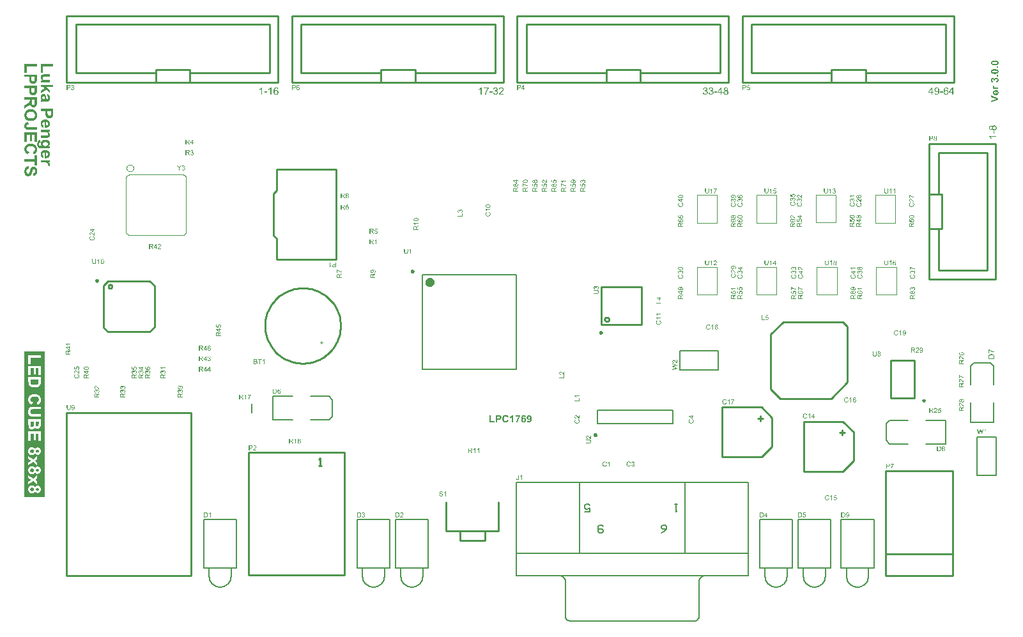
<source format=gto>
%FSLAX43Y43*%
%MOMM*%
%SFA1B1*%

%IPPOS*%
%ADD28C,0.253999*%
%ADD85C,0.250000*%
%ADD86C,0.127000*%
%ADD87C,0.200000*%
%ADD88C,0.599999*%
%ADD89C,0.100000*%
%ADD90C,0.150000*%
%LNlp_led_cube_8x8x8-1*%
%LPD*%
G36*
X52069Y63709D02*
X51934Y63624D01*
X51933*
X51931Y63622*
X51928Y63620*
X51924Y63617*
X51914Y63611*
X51901Y63602*
X51887Y63592*
X51872Y63581*
X51858Y63571*
X51844Y63562*
X51843Y63561*
X51840Y63558*
X51834Y63553*
X51827Y63547*
X51813Y63533*
X51807Y63525*
X51801Y63518*
X51800Y63517*
X51799Y63515*
X51797Y63511*
X51795Y63505*
X51792Y63500*
X51789Y63493*
X51784Y63478*
Y63477*
X51783Y63475*
Y63471*
X51782Y63467*
X51781Y63460*
Y63453*
X51780Y63442*
Y63431*
Y63331*
X52069*
Y63245*
X51419*
Y63533*
Y63534*
Y63536*
Y63541*
Y63547*
X51420Y63554*
Y63563*
X51421Y63582*
X51423Y63603*
X51426Y63626*
X51431Y63646*
X51434Y63657*
X51437Y63665*
Y63666*
Y63667*
X51440Y63673*
X51444Y63681*
X51451Y63691*
X51459Y63703*
X51470Y63715*
X51484Y63726*
X51499Y63737*
X51500Y63738*
X51506Y63742*
X51515Y63746*
X51528Y63752*
X51542Y63756*
X51559Y63761*
X51577Y63764*
X51596Y63765*
X51603*
X51608Y63764*
X51614*
X51621Y63763*
X51637Y63759*
X51655Y63753*
X51675Y63746*
X51695Y63735*
X51704Y63727*
X51714Y63720*
X51715Y63719*
X51716Y63718*
X51718Y63715*
X51721Y63711*
X51725Y63706*
X51729Y63701*
X51733Y63693*
X51739Y63686*
X51744Y63676*
X51749Y63666*
X51754Y63655*
X51759Y63643*
X51763Y63628*
X51767Y63614*
X51770Y63598*
X51773Y63581*
X51774Y63583*
X51776Y63587*
X51780Y63593*
X51783Y63600*
X51794Y63617*
X51800Y63626*
X51806Y63633*
X51808Y63635*
X51812Y63640*
X51820Y63647*
X51829Y63657*
X51843Y63667*
X51857Y63679*
X51874Y63691*
X51892Y63705*
X52069Y63816*
Y63709*
G37*
G36*
X97789Y91014D02*
X97654Y90929D01*
X97653*
X97651Y90927*
X97648Y90925*
X97644Y90922*
X97634Y90916*
X97621Y90907*
X97607Y90897*
X97592Y90886*
X97578Y90876*
X97564Y90867*
X97563Y90866*
X97560Y90863*
X97554Y90858*
X97547Y90852*
X97533Y90838*
X97527Y90830*
X97521Y90823*
X97520Y90822*
X97519Y90820*
X97517Y90816*
X97515Y90810*
X97512Y90805*
X97509Y90798*
X97504Y90783*
Y90782*
X97503Y90780*
Y90776*
X97502Y90772*
X97501Y90765*
Y90758*
X97500Y90747*
Y90736*
Y90636*
X97789*
Y90550*
X97139*
Y90838*
Y90839*
Y90841*
Y90846*
Y90852*
X97140Y90859*
Y90868*
X97141Y90887*
X97143Y90908*
X97146Y90931*
X97151Y90951*
X97154Y90962*
X97157Y90970*
Y90971*
Y90972*
X97160Y90978*
X97164Y90986*
X97171Y90996*
X97179Y91008*
X97190Y91020*
X97203Y91031*
X97219Y91042*
X97220Y91043*
X97226Y91047*
X97235Y91051*
X97248Y91057*
X97262Y91061*
X97279Y91066*
X97297Y91069*
X97316Y91070*
X97323*
X97328Y91069*
X97334*
X97341Y91068*
X97357Y91064*
X97375Y91058*
X97395Y91051*
X97415Y91040*
X97424Y91032*
X97434Y91025*
X97435Y91024*
X97436Y91023*
X97438Y91020*
X97441Y91016*
X97445Y91011*
X97449Y91006*
X97453Y90998*
X97459Y90991*
X97464Y90981*
X97469Y90971*
X97474Y90960*
X97479Y90948*
X97483Y90933*
X97487Y90919*
X97490Y90903*
X97493Y90886*
X97494Y90888*
X97496Y90892*
X97500Y90898*
X97503Y90905*
X97514Y90922*
X97520Y90931*
X97526Y90938*
X97528Y90940*
X97532Y90945*
X97540Y90952*
X97549Y90962*
X97563Y90972*
X97577Y90984*
X97594Y90996*
X97612Y91010*
X97789Y91121*
Y91014*
G37*
G36*
X97211Y91598D02*
X97213Y91596D01*
X97217Y91592*
X97222Y91588*
X97229Y91583*
X97236Y91575*
X97246Y91568*
X97257Y91559*
X97268Y91551*
X97282Y91541*
X97297Y91530*
X97312Y91520*
X97328Y91509*
X97346Y91497*
X97366Y91486*
X97386Y91475*
X97387Y91474*
X97391Y91472*
X97396Y91469*
X97405Y91464*
X97415Y91460*
X97426Y91454*
X97439Y91448*
X97454Y91441*
X97471Y91433*
X97488Y91425*
X97507Y91417*
X97527Y91410*
X97567Y91395*
X97610Y91381*
X97611*
X97614Y91380*
X97619Y91379*
X97625Y91377*
X97632Y91375*
X97641Y91373*
X97652Y91370*
X97663Y91369*
X97676Y91366*
X97690Y91363*
X97720Y91358*
X97753Y91354*
X97789Y91351*
Y91269*
X97781*
X97776Y91270*
X97768*
X97759Y91271*
X97749Y91272*
X97737Y91273*
X97724Y91275*
X97711Y91276*
X97695Y91279*
X97679Y91282*
X97662Y91285*
X97643Y91289*
X97605Y91298*
X97604*
X97600Y91299*
X97594Y91301*
X97586Y91304*
X97577Y91307*
X97565Y91310*
X97552Y91314*
X97538Y91320*
X97522Y91325*
X97506Y91331*
X97470Y91345*
X97433Y91362*
X97395Y91381*
X97394Y91382*
X97391Y91384*
X97386Y91386*
X97378Y91390*
X97370Y91395*
X97360Y91401*
X97348Y91408*
X97336Y91416*
X97309Y91433*
X97281Y91452*
X97251Y91474*
X97224Y91496*
Y91178*
X97147*
Y91599*
X97210*
X97211Y91598*
G37*
G36*
X102869Y91899D02*
X102361D01*
X102362Y91898*
X102365Y91893*
X102371Y91887*
X102377Y91878*
X102386Y91868*
X102395Y91854*
X102406Y91839*
X102416Y91822*
X102417Y91821*
X102421Y91815*
X102425Y91806*
X102431Y91794*
X102438Y91781*
X102444Y91767*
X102451Y91753*
X102456Y91739*
X102379*
Y91740*
X102377Y91742*
Y91745*
X102374Y91750*
X102371Y91756*
X102367Y91762*
X102358Y91778*
X102347Y91797*
X102334Y91816*
X102319Y91836*
X102303Y91855*
X102302Y91856*
X102301Y91857*
X102299Y91860*
X102296Y91864*
X102286Y91872*
X102275Y91884*
X102262Y91895*
X102247Y91907*
X102232Y91917*
X102216Y91927*
Y91978*
X102869*
Y91899*
G37*
G36*
X51762Y64799D02*
X51774D01*
X51788Y64798*
X51802Y64797*
X51834Y64794*
X51868Y64789*
X51900Y64783*
X51916Y64778*
X51930Y64773*
X51931*
X51933Y64772*
X51936Y64770*
X51942Y64768*
X51948Y64766*
X51955Y64762*
X51971Y64752*
X51989Y64741*
X52008Y64728*
X52026Y64711*
X52042Y64692*
Y64691*
X52044Y64689*
X52046Y64687*
X52047Y64683*
X52050Y64677*
X52054Y64672*
X52058Y64664*
X52061Y64657*
X52068Y64639*
X52075Y64617*
X52078Y64594*
X52080Y64567*
Y64566*
Y64564*
Y64560*
X52079Y64555*
Y64548*
X52078Y64541*
X52075Y64523*
X52070Y64503*
X52062Y64483*
X52052Y64462*
X52046Y64452*
X52038Y64442*
X52037Y64441*
X52036Y64440*
X52033Y64438*
X52030Y64435*
X52026Y64431*
X52020Y64426*
X52007Y64417*
X51990Y64408*
X51969Y64398*
X51946Y64391*
X51919Y64385*
X51912Y64462*
X51913*
X51915Y64463*
X51917*
X51921Y64464*
X51931Y64467*
X51942Y64470*
X51955Y64475*
X51968Y64482*
X51981Y64489*
X51991Y64499*
X51992Y64500*
X51995Y64503*
X51999Y64510*
X52002Y64517*
X52007Y64528*
X52011Y64540*
X52014Y64554*
Y64569*
Y64571*
Y64576*
Y64582*
X52013Y64591*
X52011Y64601*
X52008Y64611*
X52004Y64623*
X51999Y64633*
X51998Y64634*
X51996Y64638*
X51992Y64643*
X51986Y64649*
X51980Y64657*
X51972Y64664*
X51964Y64672*
X51953Y64679*
X51952Y64680*
X51948Y64682*
X51941Y64686*
X51933Y64689*
X51921Y64694*
X51908Y64699*
X51893Y64704*
X51876Y64708*
X51875*
X51874Y64709*
X51872*
X51868Y64710*
X51858Y64712*
X51846Y64715*
X51831Y64717*
X51815Y64719*
X51797Y64720*
X51779*
X51763*
X51764*
X51769Y64716*
X51776Y64710*
X51785Y64704*
X51795Y64694*
X51805Y64683*
X51815Y64670*
X51825Y64655*
X51826Y64653*
X51828Y64647*
X51832Y64639*
X51836Y64628*
X51841Y64614*
X51844Y64599*
X51847Y64582*
X51848Y64564*
Y64561*
Y64557*
X51847Y64551*
X51846Y64544*
X51845Y64536*
X51843Y64527*
X51841Y64517*
X51834Y64496*
X51829Y64485*
X51824Y64473*
X51817Y64461*
X51809Y64450*
X51800Y64439*
X51790Y64428*
X51789Y64427*
X51787Y64425*
X51784Y64424*
X51780Y64420*
X51773Y64415*
X51766Y64410*
X51758Y64406*
X51749Y64401*
X51738Y64395*
X51727Y64391*
X51714Y64386*
X51701Y64381*
X51686Y64377*
X51670Y64376*
X51654Y64374*
X51636Y64373*
X51626*
X51620Y64374*
X51611Y64375*
X51601Y64376*
X51591Y64377*
X51578Y64380*
X51554Y64387*
X51541Y64392*
X51527Y64397*
X51514Y64404*
X51501Y64412*
X51488Y64421*
X51477Y64431*
X51476Y64432*
X51474Y64434*
X51471Y64437*
X51468Y64441*
X51463Y64447*
X51457Y64455*
X51452Y64462*
X51446Y64471*
X51440Y64481*
X51436Y64492*
X51425Y64517*
X51421Y64531*
X51419Y64546*
X51417Y64561*
X51416Y64577*
Y64578*
Y64580*
Y64583*
X51417Y64588*
Y64593*
X51418Y64599*
X51421Y64615*
X51424Y64633*
X51431Y64653*
X51439Y64673*
X51451Y64692*
Y64693*
X51452Y64694*
X51454Y64697*
X51457Y64701*
X51465Y64710*
X51475Y64722*
X51489Y64735*
X51506Y64749*
X51526Y64761*
X51548Y64772*
X51549*
X51551Y64773*
X51555Y64775*
X51560Y64777*
X51566Y64779*
X51575Y64782*
X51584Y64783*
X51594Y64786*
X51607Y64789*
X51621Y64792*
X51636Y64794*
X51652Y64796*
X51670Y64798*
X51688Y64799*
X51709Y64800*
X51751*
X51762Y64799*
G37*
G36*
X51891Y64293D02*
X51899Y64292D01*
X51907Y64290*
X51917Y64288*
X51927Y64286*
X51950Y64279*
X51962Y64273*
X51973Y64268*
X51985Y64260*
X51998Y64252*
X52010Y64242*
X52021Y64231*
X52022Y64230*
X52024Y64228*
X52027Y64224*
X52030Y64220*
X52035Y64214*
X52040Y64206*
X52046Y64198*
X52050Y64188*
X52056Y64177*
X52061Y64165*
X52066Y64153*
X52071Y64139*
X52075Y64124*
X52077Y64108*
X52079Y64092*
X52080Y64074*
Y64073*
Y64070*
Y64065*
X52079Y64060*
X52078Y64052*
X52077Y64044*
X52076Y64034*
X52074Y64024*
X52068Y64002*
X52059Y63978*
X52053Y63966*
X52046Y63955*
X52038Y63943*
X52030Y63932*
X52029Y63931*
X52027Y63929*
X52024Y63926*
X52020Y63924*
X52015Y63919*
X52009Y63914*
X52002Y63909*
X51994Y63903*
X51984Y63897*
X51975Y63892*
X51952Y63881*
X51926Y63873*
X51912Y63870*
X51897Y63868*
X51887Y63948*
X51888*
X51889Y63949*
X51893Y63950*
X51898Y63951*
X51904Y63952*
X51910Y63954*
X51924Y63958*
X51941Y63965*
X51957Y63973*
X51972Y63983*
X51985Y63994*
X51986Y63996*
X51990Y64000*
X51995Y64007*
X51999Y64017*
X52005Y64028*
X52010Y64042*
X52014Y64058*
Y64075*
Y64076*
Y64078*
Y64080*
Y64084*
X52013Y64095*
X52010Y64108*
X52005Y64123*
X51999Y64139*
X51989Y64155*
X51976Y64170*
X51974Y64172*
X51968Y64176*
X51960Y64182*
X51949Y64189*
X51935Y64197*
X51919Y64203*
X51900Y64207*
X51879Y64209*
X51874*
X51870Y64208*
X51859Y64207*
X51847Y64205*
X51832Y64201*
X51817Y64194*
X51802Y64185*
X51788Y64173*
X51786Y64171*
X51782Y64166*
X51777Y64158*
X51770Y64148*
X51764Y64135*
X51758Y64119*
X51754Y64101*
X51752Y64081*
Y64080*
Y64078*
Y64073*
X51753Y64066*
X51754Y64058*
X51756Y64049*
X51758Y64037*
X51761Y64025*
X51690Y64034*
Y64035*
Y64039*
X51691Y64043*
Y64047*
Y64048*
Y64049*
Y64051*
Y64055*
X51689Y64065*
X51687Y64078*
X51685Y64092*
X51680Y64108*
X51673Y64123*
X51665Y64139*
Y64140*
X51664Y64141*
X51660Y64145*
X51654Y64152*
X51645Y64159*
X51633Y64167*
X51619Y64174*
X51603Y64178*
X51593Y64180*
X51576*
X51568Y64178*
X51558Y64176*
X51546Y64173*
X51534Y64168*
X51522Y64160*
X51511Y64150*
X51510Y64149*
X51506Y64144*
X51501Y64138*
X51496Y64129*
X51491Y64118*
X51486Y64105*
X51483Y64090*
X51482Y64073*
Y64072*
Y64071*
Y64065*
X51484Y64057*
X51485Y64046*
X51489Y64033*
X51494Y64021*
X51501Y64008*
X51511Y63996*
X51512Y63995*
X51516Y63991*
X51523Y63986*
X51532Y63979*
X51545Y63972*
X51560Y63966*
X51577Y63960*
X51598Y63956*
X51584Y63877*
X51583*
X51580*
X51577Y63878*
X51571Y63879*
X51564Y63881*
X51557Y63884*
X51539Y63890*
X51518Y63899*
X51498Y63910*
X51478Y63924*
X51460Y63942*
X51459Y63943*
X51458Y63945*
X51456Y63948*
X51453Y63952*
X51450Y63956*
X51446Y63963*
X51442Y63970*
X51437Y63978*
X51430Y63997*
X51422Y64018*
X51418Y64044*
X51416Y64057*
Y64071*
Y64072*
Y64074*
Y64077*
Y64080*
X51417Y64091*
X51419Y64103*
X51421Y64118*
X51426Y64135*
X51432Y64152*
X51439Y64169*
Y64170*
X51440Y64171*
X51443Y64176*
X51449Y64185*
X51455Y64194*
X51465Y64205*
X51475Y64217*
X51487Y64228*
X51501Y64237*
X51503Y64238*
X51508Y64241*
X51516Y64245*
X51527Y64250*
X51539Y64254*
X51553Y64258*
X51569Y64261*
X51585Y64262*
X51593*
X51600Y64261*
X51610Y64259*
X51623Y64256*
X51636Y64252*
X51649Y64246*
X51662Y64238*
X51664Y64237*
X51668Y64235*
X51674Y64229*
X51682Y64221*
X51690Y64212*
X51700Y64201*
X51708Y64188*
X51717Y64172*
Y64173*
X51718Y64174*
Y64177*
X51719Y64181*
X51723Y64191*
X51729Y64205*
X51736Y64220*
X51746Y64235*
X51758Y64249*
X51772Y64262*
X51774Y64263*
X51780Y64267*
X51789Y64272*
X51801Y64278*
X51816Y64283*
X51834Y64289*
X51855Y64293*
X51877Y64294*
X51886*
X51891Y64293*
G37*
G36*
X39623Y66249D02*
X39488Y66164D01*
X39487*
X39485Y66162*
X39482Y66160*
X39478Y66157*
X39468Y66151*
X39455Y66142*
X39441Y66132*
X39426Y66121*
X39412Y66111*
X39398Y66102*
X39397Y66101*
X39394Y66098*
X39388Y66093*
X39381Y66087*
X39367Y66073*
X39361Y66065*
X39355Y66058*
X39354Y66057*
X39353Y66055*
X39351Y66051*
X39349Y66045*
X39346Y66040*
X39343Y66033*
X39338Y66018*
Y66017*
X39337Y66015*
Y66011*
X39336Y66007*
X39335Y66000*
Y65993*
X39334Y65982*
Y65971*
Y65871*
X39623*
Y65785*
X38973*
Y66073*
Y66074*
Y66076*
Y66081*
Y66087*
X38974Y66094*
Y66103*
X38975Y66122*
X38977Y66143*
X38980Y66166*
X38985Y66186*
X38988Y66197*
X38991Y66205*
Y66206*
Y66207*
X38994Y66213*
X38998Y66221*
X39005Y66231*
X39013Y66243*
X39024Y66255*
X39038Y66266*
X39053Y66277*
X39054Y66278*
X39060Y66282*
X39069Y66286*
X39082Y66292*
X39096Y66296*
X39113Y66301*
X39131Y66304*
X39150Y66305*
X39157*
X39162Y66304*
X39168*
X39175Y66303*
X39191Y66299*
X39209Y66293*
X39229Y66286*
X39249Y66275*
X39258Y66267*
X39268Y66260*
X39269Y66259*
X39270Y66258*
X39272Y66255*
X39275Y66251*
X39279Y66246*
X39283Y66241*
X39287Y66233*
X39293Y66226*
X39298Y66216*
X39303Y66206*
X39308Y66195*
X39313Y66183*
X39317Y66168*
X39321Y66154*
X39324Y66138*
X39327Y66121*
X39328Y66123*
X39330Y66127*
X39334Y66133*
X39337Y66140*
X39348Y66157*
X39354Y66166*
X39360Y66173*
X39362Y66175*
X39366Y66180*
X39374Y66187*
X39383Y66197*
X39397Y66207*
X39411Y66219*
X39428Y66231*
X39446Y66245*
X39623Y66356*
Y66249*
G37*
G36*
X37210Y70309D02*
X36702D01*
X36703Y70308*
X36706Y70303*
X36712Y70297*
X36718Y70288*
X36727Y70278*
X36736Y70264*
X36747Y70249*
X36757Y70232*
X36758Y70231*
X36762Y70225*
X36766Y70216*
X36772Y70204*
X36779Y70191*
X36785Y70177*
X36792Y70163*
X36797Y70149*
X36720*
Y70150*
X36718Y70152*
Y70155*
X36715Y70160*
X36712Y70166*
X36708Y70172*
X36699Y70188*
X36688Y70207*
X36675Y70226*
X36660Y70246*
X36644Y70265*
X36643Y70266*
X36642Y70267*
X36640Y70270*
X36637Y70274*
X36627Y70282*
X36616Y70294*
X36603Y70305*
X36588Y70317*
X36573Y70327*
X36557Y70337*
Y70389*
X37210*
Y70309*
G37*
G36*
X37054Y69918D02*
X37210D01*
Y69838*
X37054*
Y69555*
X36981*
X36560Y69853*
Y69918*
X36981*
Y70006*
X37054*
Y69918*
G37*
G36*
X39332Y67337D02*
X39343D01*
X39355Y67336*
X39368Y67335*
X39398Y67332*
X39429Y67327*
X39459Y67322*
X39474Y67318*
X39488Y67313*
X39489*
X39490Y67312*
X39494Y67310*
X39499Y67308*
X39506Y67307*
X39512Y67303*
X39528Y67295*
X39545Y67286*
X39564Y67274*
X39581Y67260*
X39597Y67243*
Y67242*
X39599Y67241*
X39600Y67238*
X39602Y67234*
X39605Y67229*
X39609Y67225*
X39615Y67211*
X39622Y67194*
X39629Y67174*
X39632Y67151*
X39634Y67125*
Y67124*
Y67121*
Y67116*
X39633Y67109*
X39632Y67102*
X39631Y67092*
X39629Y67082*
X39626Y67071*
X39622Y67059*
X39618Y67047*
X39613Y67035*
X39606Y67023*
X39599Y67010*
X39589Y66998*
X39579Y66987*
X39568Y66977*
X39567Y66976*
X39564Y66974*
X39559Y66971*
X39552Y66966*
X39543Y66962*
X39532Y66957*
X39519Y66950*
X39504Y66945*
X39487Y66939*
X39467Y66933*
X39445Y66928*
X39421Y66923*
X39395Y66918*
X39366Y66916*
X39335Y66914*
X39303Y66913*
X39284*
X39273Y66914*
X39262*
X39250Y66915*
X39236Y66916*
X39207Y66918*
X39176Y66923*
X39145Y66929*
X39131Y66933*
X39116Y66936*
X39114Y66937*
X39110Y66939*
X39105Y66941*
X39099Y66943*
X39092Y66947*
X39076Y66954*
X39059Y66964*
X39041Y66976*
X39023Y66990*
X39008Y67007*
Y67008*
X39006Y67009*
X39005Y67011*
X39003Y67015*
X38999Y67020*
X38996Y67026*
X38989Y67040*
X38982Y67057*
X38975Y67076*
X38972Y67100*
X38970Y67125*
Y67126*
Y67127*
Y67130*
Y67134*
X38971Y67144*
X38973Y67156*
X38975Y67170*
X38979Y67185*
X38984Y67201*
X38991Y67216*
Y67217*
X38992Y67218*
X38995Y67223*
X39000Y67230*
X39006Y67240*
X39016Y67250*
X39026Y67261*
X39038Y67272*
X39053Y67282*
X39054Y67283*
X39059Y67287*
X39068Y67291*
X39080Y67297*
X39094Y67303*
X39110Y67310*
X39129Y67317*
X39149Y67323*
X39150*
X39152*
X39155Y67324*
X39160Y67325*
X39165Y67326*
X39172Y67327*
X39180Y67329*
X39190Y67330*
X39200Y67332*
X39211Y67333*
X39225Y67334*
X39238Y67336*
X39253Y67337*
X39268*
X39285Y67338*
X39321*
X39332Y67337*
G37*
G36*
X97498Y92102D02*
X97509D01*
X97521Y92101*
X97534Y92100*
X97564Y92097*
X97595Y92092*
X97625Y92087*
X97640Y92083*
X97654Y92078*
X97655*
X97656Y92077*
X97660Y92075*
X97665Y92073*
X97672Y92072*
X97678Y92068*
X97694Y92060*
X97711Y92051*
X97730Y92039*
X97747Y92025*
X97763Y92008*
Y92007*
X97765Y92006*
X97766Y92003*
X97768Y91999*
X97771Y91994*
X97775Y91990*
X97781Y91976*
X97788Y91959*
X97795Y91939*
X97798Y91916*
X97800Y91890*
Y91889*
Y91886*
Y91881*
X97799Y91874*
X97798Y91867*
X97797Y91857*
X97795Y91847*
X97792Y91836*
X97788Y91824*
X97784Y91812*
X97779Y91800*
X97772Y91788*
X97765Y91775*
X97755Y91763*
X97745Y91752*
X97734Y91742*
X97733Y91741*
X97730Y91739*
X97725Y91736*
X97718Y91731*
X97709Y91727*
X97698Y91722*
X97685Y91715*
X97670Y91710*
X97653Y91704*
X97633Y91698*
X97611Y91693*
X97587Y91688*
X97561Y91683*
X97532Y91681*
X97501Y91679*
X97469Y91678*
X97450*
X97439Y91679*
X97428*
X97416Y91680*
X97402Y91681*
X97373Y91683*
X97342Y91688*
X97311Y91694*
X97297Y91698*
X97282Y91701*
X97280Y91702*
X97276Y91704*
X97271Y91706*
X97265Y91708*
X97258Y91712*
X97242Y91719*
X97225Y91729*
X97207Y91741*
X97189Y91755*
X97174Y91772*
Y91773*
X97172Y91774*
X97171Y91776*
X97169Y91780*
X97165Y91785*
X97162Y91791*
X97155Y91805*
X97148Y91822*
X97141Y91841*
X97138Y91865*
X97136Y91890*
Y91891*
Y91892*
Y91895*
Y91899*
X97137Y91909*
X97139Y91921*
X97141Y91935*
X97145Y91950*
X97150Y91966*
X97157Y91981*
Y91982*
X97158Y91983*
X97161Y91988*
X97166Y91995*
X97172Y92005*
X97182Y92015*
X97192Y92026*
X97204Y92037*
X97219Y92047*
X97220Y92048*
X97225Y92052*
X97234Y92056*
X97246Y92062*
X97260Y92068*
X97276Y92075*
X97295Y92082*
X97315Y92088*
X97316*
X97318*
X97321Y92089*
X97326Y92090*
X97331Y92091*
X97338Y92092*
X97346Y92094*
X97356Y92095*
X97366Y92097*
X97377Y92098*
X97391Y92099*
X97404Y92101*
X97419Y92102*
X97434*
X97451Y92103*
X97487*
X97498Y92102*
G37*
G36*
X39467Y66743D02*
X39623D01*
Y66663*
X39467*
Y66380*
X39394*
X38973Y66678*
Y66743*
X39394*
Y66831*
X39467*
Y66743*
G37*
G36*
X47751Y66249D02*
X47616Y66164D01*
X47615*
X47613Y66162*
X47610Y66160*
X47606Y66157*
X47596Y66151*
X47583Y66142*
X47569Y66132*
X47554Y66121*
X47540Y66111*
X47526Y66102*
X47525Y66101*
X47522Y66098*
X47516Y66093*
X47509Y66087*
X47495Y66073*
X47489Y66065*
X47483Y66058*
X47482Y66057*
X47481Y66055*
X47479Y66051*
X47477Y66045*
X47474Y66040*
X47471Y66033*
X47466Y66018*
Y66017*
X47465Y66015*
Y66011*
X47464Y66007*
X47463Y66000*
Y65993*
X47462Y65982*
Y65971*
Y65871*
X47751*
Y65785*
X47101*
Y66073*
Y66074*
Y66076*
Y66081*
Y66087*
X47102Y66094*
Y66103*
X47103Y66122*
X47105Y66143*
X47108Y66166*
X47113Y66186*
X47116Y66197*
X47119Y66205*
Y66206*
Y66207*
X47122Y66213*
X47126Y66221*
X47133Y66231*
X47141Y66243*
X47152Y66255*
X47166Y66266*
X47181Y66277*
X47182Y66278*
X47188Y66282*
X47197Y66286*
X47210Y66292*
X47224Y66296*
X47241Y66301*
X47259Y66304*
X47278Y66305*
X47285*
X47290Y66304*
X47296*
X47303Y66303*
X47319Y66299*
X47337Y66293*
X47357Y66286*
X47377Y66275*
X47386Y66267*
X47396Y66260*
X47397Y66259*
X47398Y66258*
X47400Y66255*
X47403Y66251*
X47407Y66246*
X47411Y66241*
X47415Y66233*
X47421Y66226*
X47426Y66216*
X47431Y66206*
X47436Y66195*
X47441Y66183*
X47445Y66168*
X47449Y66154*
X47452Y66138*
X47455Y66121*
X47456Y66123*
X47458Y66127*
X47462Y66133*
X47465Y66140*
X47476Y66157*
X47482Y66166*
X47488Y66173*
X47490Y66175*
X47494Y66180*
X47502Y66187*
X47511Y66197*
X47525Y66207*
X47539Y66219*
X47556Y66231*
X47574Y66245*
X47751Y66356*
Y66249*
G37*
G36*
X46684Y66833D02*
X46692Y66832D01*
X46700Y66830*
X46710Y66828*
X46720Y66826*
X46743Y66819*
X46755Y66813*
X46766Y66808*
X46778Y66800*
X46791Y66792*
X46803Y66782*
X46814Y66771*
X46815Y66770*
X46817Y66768*
X46820Y66764*
X46823Y66760*
X46828Y66754*
X46833Y66746*
X46839Y66738*
X46843Y66728*
X46849Y66717*
X46854Y66705*
X46859Y66693*
X46864Y66679*
X46868Y66664*
X46870Y66648*
X46872Y66632*
X46873Y66614*
Y66613*
Y66610*
Y66605*
X46872Y66600*
X46871Y66592*
X46870Y66584*
X46869Y66574*
X46867Y66564*
X46861Y66542*
X46852Y66518*
X46846Y66506*
X46839Y66495*
X46831Y66483*
X46823Y66472*
X46822Y66471*
X46820Y66469*
X46817Y66466*
X46813Y66464*
X46808Y66459*
X46802Y66454*
X46795Y66449*
X46787Y66443*
X46777Y66437*
X46768Y66432*
X46745Y66421*
X46719Y66413*
X46705Y66410*
X46690Y66408*
X46680Y66488*
X46681*
X46682Y66489*
X46686Y66490*
X46691Y66491*
X46697Y66492*
X46703Y66494*
X46717Y66498*
X46734Y66505*
X46750Y66513*
X46765Y66523*
X46778Y66534*
X46779Y66536*
X46783Y66540*
X46788Y66547*
X46792Y66557*
X46798Y66568*
X46803Y66582*
X46807Y66598*
Y66615*
Y66616*
Y66618*
Y66620*
Y66624*
X46806Y66635*
X46803Y66648*
X46798Y66663*
X46792Y66679*
X46782Y66695*
X46769Y66710*
X46767Y66712*
X46761Y66716*
X46753Y66722*
X46742Y66729*
X46728Y66737*
X46712Y66743*
X46693Y66747*
X46672Y66749*
X46667*
X46663Y66748*
X46652Y66747*
X46640Y66745*
X46625Y66741*
X46610Y66734*
X46595Y66725*
X46581Y66713*
X46579Y66711*
X46575Y66706*
X46570Y66698*
X46563Y66688*
X46557Y66675*
X46551Y66659*
X46547Y66641*
X46545Y66621*
Y66620*
Y66618*
Y66613*
X46546Y66606*
X46547Y66598*
X46549Y66589*
X46551Y66577*
X46554Y66565*
X46483Y66574*
Y66575*
Y66579*
X46484Y66583*
Y66587*
Y66588*
Y66589*
Y66591*
Y66595*
X46482Y66605*
X46480Y66618*
X46478Y66632*
X46473Y66648*
X46466Y66663*
X46458Y66679*
Y66680*
X46457Y66681*
X46453Y66685*
X46447Y66692*
X46438Y66699*
X46426Y66707*
X46412Y66714*
X46396Y66718*
X46386Y66720*
X46369*
X46361Y66718*
X46351Y66716*
X46339Y66713*
X46327Y66708*
X46315Y66700*
X46304Y66690*
X46303Y66689*
X46299Y66684*
X46294Y66678*
X46289Y66669*
X46284Y66658*
X46279Y66645*
X46276Y66630*
X46275Y66613*
Y66612*
Y66611*
Y66605*
X46277Y66597*
X46278Y66586*
X46282Y66573*
X46287Y66561*
X46294Y66548*
X46304Y66536*
X46305Y66535*
X46309Y66531*
X46316Y66526*
X46325Y66519*
X46338Y66512*
X46353Y66506*
X46370Y66500*
X46391Y66496*
X46377Y66417*
X46376*
X46373*
X46370Y66418*
X46364Y66419*
X46357Y66421*
X46350Y66424*
X46332Y66430*
X46311Y66439*
X46291Y66450*
X46271Y66464*
X46253Y66482*
X46252Y66483*
X46251Y66485*
X46249Y66488*
X46246Y66492*
X46243Y66496*
X46239Y66503*
X46235Y66510*
X46230Y66518*
X46223Y66537*
X46215Y66558*
X46211Y66584*
X46209Y66597*
Y66611*
Y66612*
Y66614*
Y66617*
Y66620*
X46210Y66631*
X46212Y66643*
X46214Y66658*
X46219Y66675*
X46225Y66692*
X46232Y66709*
Y66710*
X46233Y66711*
X46236Y66716*
X46242Y66725*
X46248Y66734*
X46258Y66745*
X46268Y66757*
X46280Y66768*
X46294Y66777*
X46296Y66778*
X46301Y66781*
X46309Y66785*
X46320Y66790*
X46332Y66794*
X46346Y66798*
X46362Y66801*
X46378Y66802*
X46386*
X46393Y66801*
X46403Y66799*
X46416Y66796*
X46429Y66792*
X46442Y66786*
X46455Y66778*
X46457Y66777*
X46461Y66775*
X46467Y66769*
X46475Y66761*
X46483Y66752*
X46493Y66741*
X46501Y66728*
X46510Y66712*
Y66713*
X46511Y66714*
Y66717*
X46512Y66721*
X46516Y66731*
X46522Y66745*
X46529Y66760*
X46539Y66775*
X46551Y66789*
X46565Y66802*
X46567Y66803*
X46573Y66807*
X46582Y66812*
X46594Y66818*
X46609Y66823*
X46627Y66829*
X46648Y66833*
X46670Y66834*
X46679*
X46684Y66833*
G37*
G36*
X46862Y66249D02*
X46727Y66164D01*
X46726*
X46724Y66162*
X46721Y66160*
X46717Y66157*
X46707Y66151*
X46694Y66142*
X46680Y66132*
X46665Y66121*
X46651Y66111*
X46637Y66102*
X46636Y66101*
X46633Y66098*
X46627Y66093*
X46620Y66087*
X46606Y66073*
X46600Y66065*
X46594Y66058*
X46593Y66057*
X46592Y66055*
X46590Y66051*
X46588Y66045*
X46585Y66040*
X46582Y66033*
X46577Y66018*
Y66017*
X46576Y66015*
Y66011*
X46575Y66007*
X46574Y66000*
Y65993*
X46573Y65982*
Y65971*
Y65871*
X46862*
Y65785*
X46212*
Y66073*
Y66074*
Y66076*
Y66081*
Y66087*
X46213Y66094*
Y66103*
X46214Y66122*
X46216Y66143*
X46219Y66166*
X46224Y66186*
X46227Y66197*
X46230Y66205*
Y66206*
Y66207*
X46233Y66213*
X46237Y66221*
X46244Y66231*
X46252Y66243*
X46263Y66255*
X46277Y66266*
X46292Y66277*
X46293Y66278*
X46299Y66282*
X46308Y66286*
X46321Y66292*
X46335Y66296*
X46352Y66301*
X46370Y66304*
X46389Y66305*
X46396*
X46401Y66304*
X46407*
X46414Y66303*
X46430Y66299*
X46448Y66293*
X46468Y66286*
X46488Y66275*
X46497Y66267*
X46507Y66260*
X46508Y66259*
X46509Y66258*
X46511Y66255*
X46514Y66251*
X46518Y66246*
X46522Y66241*
X46526Y66233*
X46532Y66226*
X46537Y66216*
X46542Y66206*
X46547Y66195*
X46552Y66183*
X46556Y66168*
X46560Y66154*
X46563Y66138*
X46566Y66121*
X46567Y66123*
X46569Y66127*
X46573Y66133*
X46576Y66140*
X46587Y66157*
X46593Y66166*
X46599Y66173*
X46601Y66175*
X46605Y66180*
X46613Y66187*
X46622Y66197*
X46636Y66207*
X46650Y66219*
X46667Y66231*
X46685Y66245*
X46862Y66356*
Y66249*
G37*
G36*
X45768Y67343D02*
X45776Y67342D01*
X45784Y67341*
X45794Y67339*
X45805Y67338*
X45829Y67332*
X45855Y67323*
X45868Y67317*
X45880Y67309*
X45893Y67302*
X45905Y67292*
X45906*
X45909Y67290*
X45913Y67286*
X45918Y67281*
X45923Y67275*
X45931Y67267*
X45937Y67258*
X45945Y67247*
X45952Y67236*
X45959Y67223*
X45965Y67209*
X45972Y67194*
X45977Y67178*
X45981Y67160*
X45983Y67141*
X45984Y67121*
Y67120*
Y67118*
Y67113*
X45983Y67106*
X45982Y67099*
X45981Y67090*
Y67080*
X45978Y67070*
X45972Y67046*
X45964Y67023*
X45958Y67010*
X45951Y66998*
X45944Y66987*
X45935Y66976*
X45934Y66975*
Y66973*
X45930Y66971*
X45926Y66967*
X45921Y66963*
X45916Y66958*
X45908Y66952*
X45900Y66948*
X45891Y66942*
X45881Y66936*
X45858Y66926*
X45832Y66917*
X45818Y66915*
X45803Y66913*
X45796Y66996*
X45799*
X45802Y66997*
X45807Y66998*
X45817Y67001*
X45831Y67005*
X45845Y67010*
X45861Y67018*
X45875Y67027*
X45888Y67039*
X45889Y67041*
X45893Y67044*
X45898Y67052*
X45903Y67062*
X45909Y67073*
X45914Y67088*
X45918Y67104*
Y67121*
Y67122*
Y67124*
Y67127*
Y67131*
X45917Y67142*
X45913Y67155*
X45908Y67171*
X45901Y67187*
X45889Y67204*
X45883Y67212*
X45875Y67219*
X45874Y67220*
X45873Y67221*
X45871Y67223*
X45868Y67226*
X45857Y67232*
X45844Y67240*
X45828Y67246*
X45809Y67253*
X45785Y67258*
X45773Y67260*
X45753*
X45748Y67259*
X45743*
X45736Y67258*
X45721Y67255*
X45703Y67250*
X45685Y67244*
X45668Y67234*
X45653Y67221*
X45652*
X45651Y67219*
X45646Y67214*
X45639Y67206*
X45632Y67195*
X45625Y67180*
X45619Y67163*
X45614Y67143*
X45612Y67132*
Y67120*
Y67119*
Y67114*
X45613Y67106*
X45614Y67097*
X45617Y67086*
X45620Y67074*
X45624Y67062*
X45630Y67050*
X45631Y67049*
X45633Y67045*
X45637Y67040*
X45642Y67032*
X45649Y67025*
X45657Y67017*
X45666Y67009*
X45676Y67002*
X45666Y66927*
X45331Y66990*
Y67313*
X45407*
Y67053*
X45583Y67018*
X45582Y67019*
X45581Y67021*
X45579Y67024*
X45576Y67028*
X45574Y67034*
X45570Y67041*
X45562Y67056*
X45555Y67074*
X45548Y67095*
X45544Y67118*
X45542Y67129*
Y67141*
Y67142*
Y67145*
Y67150*
X45543Y67155*
X45544Y67163*
Y67171*
X45546Y67181*
X45549Y67191*
X45556Y67214*
X45560Y67226*
X45567Y67238*
X45574Y67250*
X45581Y67262*
X45590Y67274*
X45601Y67285*
X45602Y67286*
X45604Y67288*
X45606Y67291*
X45611Y67294*
X45618Y67299*
X45624Y67304*
X45633Y67309*
X45642Y67315*
X45653Y67320*
X45664Y67325*
X45677Y67330*
X45690Y67335*
X45704Y67338*
X45720Y67341*
X45736Y67343*
X45753Y67344*
X45762*
X45768Y67343*
G37*
G36*
X44271Y64293D02*
X44279Y64292D01*
X44287Y64290*
X44297Y64288*
X44307Y64286*
X44330Y64279*
X44342Y64273*
X44353Y64268*
X44365Y64260*
X44378Y64252*
X44390Y64242*
X44401Y64231*
X44402Y64230*
X44404Y64228*
X44407Y64224*
X44410Y64220*
X44415Y64214*
X44420Y64206*
X44425Y64198*
X44430Y64188*
X44436Y64177*
X44441Y64165*
X44446Y64153*
X44451Y64139*
X44455Y64124*
X44457Y64108*
X44459Y64092*
X44460Y64074*
Y64073*
Y64070*
Y64065*
X44459Y64060*
X44458Y64052*
X44457Y64044*
X44456Y64034*
X44454Y64024*
X44448Y64002*
X44439Y63978*
X44433Y63966*
X44426Y63955*
X44418Y63943*
X44410Y63932*
X44409Y63931*
X44407Y63929*
X44404Y63926*
X44400Y63924*
X44395Y63919*
X44389Y63914*
X44382Y63909*
X44374Y63903*
X44364Y63897*
X44355Y63892*
X44332Y63881*
X44306Y63873*
X44292Y63870*
X44277Y63868*
X44267Y63948*
X44268*
X44270Y63949*
X44273Y63950*
X44278Y63951*
X44284Y63952*
X44290Y63954*
X44304Y63958*
X44321Y63965*
X44337Y63973*
X44352Y63983*
X44365Y63994*
X44366Y63996*
X44370Y64000*
X44375Y64007*
X44379Y64017*
X44385Y64028*
X44390Y64042*
X44394Y64058*
Y64075*
Y64076*
Y64078*
Y64080*
Y64084*
X44393Y64095*
X44390Y64108*
X44385Y64123*
X44379Y64139*
X44369Y64155*
X44356Y64170*
X44354Y64172*
X44348Y64176*
X44340Y64182*
X44329Y64189*
X44315Y64197*
X44299Y64203*
X44280Y64207*
X44259Y64209*
X44254*
X44250Y64208*
X44239Y64207*
X44227Y64205*
X44212Y64201*
X44197Y64194*
X44182Y64185*
X44168Y64173*
X44166Y64171*
X44162Y64166*
X44157Y64158*
X44150Y64148*
X44144Y64135*
X44138Y64119*
X44134Y64101*
X44132Y64081*
Y64080*
Y64078*
Y64073*
X44133Y64066*
X44134Y64058*
X44136Y64049*
X44138Y64037*
X44141Y64025*
X44070Y64034*
Y64035*
Y64039*
X44071Y64043*
Y64047*
Y64048*
Y64049*
Y64051*
Y64055*
X44069Y64065*
X44067Y64078*
X44065Y64092*
X44060Y64108*
X44053Y64123*
X44045Y64139*
Y64140*
X44044Y64141*
X44040Y64145*
X44034Y64152*
X44025Y64159*
X44013Y64167*
X43999Y64174*
X43983Y64178*
X43973Y64180*
X43956*
X43948Y64178*
X43938Y64176*
X43926Y64173*
X43914Y64168*
X43902Y64160*
X43891Y64150*
X43890Y64149*
X43886Y64144*
X43881Y64138*
X43876Y64129*
X43871Y64118*
X43866Y64105*
X43863Y64090*
X43862Y64073*
Y64072*
Y64071*
Y64065*
X43863Y64057*
X43865Y64046*
X43869Y64033*
X43874Y64021*
X43881Y64008*
X43891Y63996*
X43892Y63995*
X43896Y63991*
X43903Y63986*
X43912Y63979*
X43925Y63972*
X43940Y63966*
X43957Y63960*
X43978Y63956*
X43964Y63877*
X43963*
X43960*
X43957Y63878*
X43951Y63879*
X43944Y63881*
X43937Y63884*
X43919Y63890*
X43898Y63899*
X43878Y63910*
X43858Y63924*
X43840Y63942*
X43839Y63943*
X43838Y63945*
X43836Y63948*
X43833Y63952*
X43830Y63956*
X43826Y63963*
X43822Y63970*
X43817Y63978*
X43810Y63997*
X43802Y64018*
X43798Y64044*
X43796Y64057*
Y64071*
Y64072*
Y64074*
Y64077*
Y64080*
X43797Y64091*
X43799Y64103*
X43801Y64118*
X43806Y64135*
X43812Y64152*
X43819Y64169*
Y64170*
X43820Y64171*
X43823Y64176*
X43829Y64185*
X43835Y64194*
X43845Y64205*
X43855Y64217*
X43867Y64228*
X43881Y64237*
X43883Y64238*
X43888Y64241*
X43896Y64245*
X43907Y64250*
X43919Y64254*
X43933Y64258*
X43949Y64261*
X43965Y64262*
X43973*
X43980Y64261*
X43990Y64259*
X44003Y64256*
X44016Y64252*
X44029Y64246*
X44042Y64238*
X44044Y64237*
X44048Y64235*
X44054Y64229*
X44062Y64221*
X44070Y64212*
X44080Y64201*
X44088Y64188*
X44097Y64172*
Y64173*
X44098Y64174*
Y64177*
X44099Y64181*
X44103Y64191*
X44109Y64205*
X44116Y64220*
X44126Y64235*
X44138Y64249*
X44152Y64262*
X44154Y64263*
X44160Y64267*
X44169Y64272*
X44181Y64278*
X44196Y64283*
X44214Y64289*
X44235Y64293*
X44257Y64294*
X44266*
X44271Y64293*
G37*
G36*
X44449Y63709D02*
X44314Y63624D01*
X44313*
X44311Y63622*
X44308Y63620*
X44304Y63617*
X44294Y63611*
X44281Y63602*
X44267Y63592*
X44252Y63581*
X44238Y63571*
X44224Y63562*
X44223Y63561*
X44220Y63558*
X44214Y63553*
X44207Y63547*
X44193Y63533*
X44187Y63525*
X44181Y63518*
X44180Y63517*
X44179Y63515*
X44177Y63511*
X44175Y63505*
X44172Y63500*
X44169Y63493*
X44164Y63478*
Y63477*
X44163Y63475*
Y63471*
X44162Y63467*
X44161Y63460*
Y63453*
X44160Y63442*
Y63431*
Y63331*
X44449*
Y63245*
X43799*
Y63533*
Y63534*
Y63536*
Y63541*
Y63547*
X43800Y63554*
Y63563*
X43801Y63582*
X43803Y63603*
X43806Y63626*
X43811Y63646*
X43814Y63657*
X43817Y63665*
Y63666*
Y63667*
X43820Y63673*
X43824Y63681*
X43831Y63691*
X43839Y63703*
X43850Y63715*
X43863Y63726*
X43879Y63737*
X43880Y63738*
X43886Y63742*
X43895Y63746*
X43908Y63752*
X43922Y63756*
X43939Y63761*
X43957Y63764*
X43976Y63765*
X43983*
X43988Y63764*
X43994*
X44001Y63763*
X44017Y63759*
X44035Y63753*
X44055Y63746*
X44075Y63735*
X44084Y63727*
X44094Y63720*
X44095Y63719*
X44096Y63718*
X44098Y63715*
X44101Y63711*
X44105Y63706*
X44109Y63701*
X44113Y63693*
X44119Y63686*
X44124Y63676*
X44129Y63666*
X44134Y63655*
X44139Y63643*
X44143Y63628*
X44147Y63614*
X44150Y63598*
X44153Y63581*
X44154Y63583*
X44156Y63587*
X44160Y63593*
X44163Y63600*
X44174Y63617*
X44180Y63626*
X44186Y63633*
X44188Y63635*
X44192Y63640*
X44200Y63647*
X44209Y63657*
X44223Y63667*
X44237Y63679*
X44254Y63691*
X44272Y63705*
X44449Y63816*
Y63709*
G37*
G36*
X46706Y67248D02*
X46862D01*
Y67168*
X46706*
Y66886*
X46633*
X46212Y67183*
Y67248*
X46633*
Y67337*
X46706*
Y67248*
G37*
G36*
X102291Y91598D02*
X102293Y91596D01*
X102297Y91592*
X102302Y91588*
X102309Y91583*
X102316Y91575*
X102326Y91568*
X102337Y91559*
X102348Y91551*
X102362Y91541*
X102377Y91530*
X102392Y91520*
X102409Y91509*
X102426Y91497*
X102446Y91486*
X102466Y91475*
X102467Y91474*
X102471Y91472*
X102476Y91469*
X102485Y91464*
X102495Y91460*
X102506Y91454*
X102519Y91448*
X102534Y91441*
X102551Y91433*
X102568Y91425*
X102587Y91417*
X102607Y91410*
X102647Y91395*
X102690Y91381*
X102691*
X102694Y91380*
X102699Y91379*
X102705Y91377*
X102712Y91375*
X102721Y91373*
X102732Y91370*
X102743Y91369*
X102756Y91366*
X102770Y91363*
X102800Y91358*
X102833Y91354*
X102869Y91351*
Y91269*
X102861*
X102856Y91270*
X102848*
X102839Y91271*
X102829Y91272*
X102817Y91273*
X102804Y91275*
X102791Y91276*
X102775Y91279*
X102759Y91282*
X102742Y91285*
X102723Y91289*
X102685Y91298*
X102684*
X102680Y91299*
X102674Y91301*
X102666Y91304*
X102657Y91307*
X102645Y91310*
X102632Y91314*
X102618Y91320*
X102602Y91325*
X102586Y91331*
X102550Y91345*
X102513Y91362*
X102475Y91381*
X102474Y91382*
X102471Y91384*
X102466Y91386*
X102458Y91390*
X102450Y91395*
X102440Y91401*
X102428Y91408*
X102416Y91416*
X102389Y91433*
X102361Y91452*
X102331Y91474*
X102304Y91496*
Y91178*
X102227*
Y91599*
X102290*
X102291Y91598*
G37*
G36*
X47556Y67338D02*
X47562D01*
X47577Y67336*
X47595Y67333*
X47614Y67328*
X47634Y67322*
X47654Y67312*
X47655*
X47656Y67311*
X47659Y67309*
X47663Y67307*
X47672Y67302*
X47684Y67293*
X47697Y67283*
X47711Y67271*
X47724Y67256*
X47735Y67240*
Y67239*
X47736Y67238*
X47738Y67235*
X47739Y67231*
X47743Y67222*
X47748Y67210*
X47754Y67194*
X47758Y67176*
X47761Y67156*
X47762Y67135*
Y67134*
Y67130*
X47761Y67125*
Y67118*
X47760Y67109*
X47759Y67100*
X47756Y67089*
X47753Y67077*
X47749Y67064*
X47744Y67051*
X47739Y67038*
X47731Y67024*
X47723Y67010*
X47713Y66997*
X47702Y66984*
X47689Y66972*
X47688Y66971*
X47685Y66969*
X47681Y66966*
X47675Y66963*
X47666Y66957*
X47657Y66952*
X47645Y66947*
X47632Y66941*
X47616Y66934*
X47598Y66929*
X47578Y66924*
X47556Y66919*
X47532Y66915*
X47506Y66912*
X47478Y66910*
X47447Y66909*
X47439*
X47430Y66910*
X47416*
X47401Y66911*
X47384Y66913*
X47364Y66915*
X47342Y66917*
X47321Y66921*
X47297Y66926*
X47275Y66932*
X47252Y66938*
X47230Y66947*
X47210Y66956*
X47190Y66966*
X47173Y66979*
X47172*
X47170Y66981*
X47166Y66985*
X47161Y66990*
X47155Y66995*
X47150Y67003*
X47142Y67012*
X47135Y67022*
X47129Y67033*
X47121Y67045*
X47116Y67059*
X47109Y67073*
X47104Y67089*
X47101Y67106*
X47099Y67124*
X47098Y67143*
Y67144*
Y67147*
Y67151*
X47099Y67156*
Y67163*
X47100Y67170*
X47103Y67188*
X47108Y67208*
X47116Y67229*
X47127Y67249*
X47134Y67260*
X47141Y67269*
X47142Y67270*
X47143Y67271*
X47146Y67274*
X47149Y67276*
X47153Y67281*
X47159Y67285*
X47172Y67295*
X47189Y67306*
X47210Y67315*
X47233Y67323*
X47259Y67329*
X47266Y67249*
X47265*
X47264Y67248*
X47259Y67247*
X47250Y67245*
X47240Y67241*
X47228Y67237*
X47217Y67231*
X47207Y67225*
X47198Y67218*
X47197Y67216*
X47193Y67213*
X47187Y67206*
X47181Y67197*
X47175Y67184*
X47169Y67171*
X47166Y67155*
X47164Y67138*
Y67136*
Y67132*
X47165Y67124*
X47166Y67116*
X47169Y67104*
X47173Y67093*
X47178Y67082*
X47185Y67071*
X47186Y67069*
X47190Y67064*
X47197Y67057*
X47206Y67049*
X47217Y67040*
X47230Y67029*
X47247Y67020*
X47266Y67010*
X47267*
X47269*
X47272Y67009*
X47275Y67007*
X47281Y67006*
X47288Y67004*
X47295Y67002*
X47305Y67000*
X47315Y66997*
X47326Y66995*
X47338Y66994*
X47352Y66993*
X47367Y66991*
X47382Y66990*
X47399Y66989*
X47415*
Y66990*
X47409Y66994*
X47401Y67000*
X47392Y67009*
X47381Y67018*
X47370Y67030*
X47360Y67043*
X47351Y67058*
Y67059*
X47350Y67060*
X47347Y67066*
X47344Y67074*
X47339Y67086*
X47336Y67099*
X47333Y67114*
X47330Y67130*
X47329Y67147*
Y67148*
Y67151*
Y67154*
X47330Y67160*
X47331Y67167*
X47332Y67175*
X47334Y67184*
X47337Y67194*
X47343Y67215*
X47348Y67227*
X47354Y67238*
X47361Y67249*
X47368Y67261*
X47378Y67273*
X47388Y67283*
X47389Y67284*
X47391Y67286*
X47394Y67289*
X47399Y67292*
X47405Y67296*
X47412Y67301*
X47420Y67306*
X47430Y67311*
X47440Y67317*
X47451Y67322*
X47464Y67326*
X47478Y67331*
X47492Y67334*
X47508Y67337*
X47524Y67338*
X47540Y67339*
X47551*
X47556Y67338*
G37*
G36*
X47573Y66833D02*
X47581Y66832D01*
X47589Y66830*
X47599Y66828*
X47609Y66826*
X47632Y66819*
X47644Y66813*
X47655Y66808*
X47667Y66800*
X47680Y66792*
X47692Y66782*
X47703Y66771*
X47704Y66770*
X47706Y66768*
X47709Y66764*
X47712Y66760*
X47717Y66754*
X47722Y66746*
X47728Y66738*
X47732Y66728*
X47738Y66717*
X47743Y66705*
X47748Y66693*
X47753Y66679*
X47757Y66664*
X47759Y66648*
X47761Y66632*
X47762Y66614*
Y66613*
Y66610*
Y66605*
X47761Y66600*
X47760Y66592*
X47759Y66584*
X47758Y66574*
X47756Y66564*
X47750Y66542*
X47741Y66518*
X47735Y66506*
X47728Y66495*
X47720Y66483*
X47712Y66472*
X47711Y66471*
X47709Y66469*
X47706Y66466*
X47702Y66464*
X47697Y66459*
X47691Y66454*
X47684Y66449*
X47676Y66443*
X47666Y66437*
X47657Y66432*
X47634Y66421*
X47608Y66413*
X47594Y66410*
X47579Y66408*
X47569Y66488*
X47570*
X47571Y66489*
X47575Y66490*
X47580Y66491*
X47586Y66492*
X47592Y66494*
X47606Y66498*
X47623Y66505*
X47639Y66513*
X47654Y66523*
X47667Y66534*
X47668Y66536*
X47672Y66540*
X47677Y66547*
X47681Y66557*
X47687Y66568*
X47692Y66582*
X47696Y66598*
Y66615*
Y66616*
Y66618*
Y66620*
Y66624*
X47695Y66635*
X47692Y66648*
X47687Y66663*
X47681Y66679*
X47671Y66695*
X47658Y66710*
X47656Y66712*
X47650Y66716*
X47642Y66722*
X47631Y66729*
X47617Y66737*
X47601Y66743*
X47582Y66747*
X47561Y66749*
X47556*
X47552Y66748*
X47541Y66747*
X47529Y66745*
X47514Y66741*
X47499Y66734*
X47484Y66725*
X47470Y66713*
X47468Y66711*
X47464Y66706*
X47459Y66698*
X47452Y66688*
X47446Y66675*
X47440Y66659*
X47436Y66641*
X47434Y66621*
Y66620*
Y66618*
Y66613*
X47435Y66606*
X47436Y66598*
X47438Y66589*
X47440Y66577*
X47443Y66565*
X47372Y66574*
Y66575*
Y66579*
X47373Y66583*
Y66587*
Y66588*
Y66589*
Y66591*
Y66595*
X47371Y66605*
X47369Y66618*
X47367Y66632*
X47362Y66648*
X47355Y66663*
X47347Y66679*
Y66680*
X47346Y66681*
X47342Y66685*
X47336Y66692*
X47327Y66699*
X47315Y66707*
X47301Y66714*
X47285Y66718*
X47275Y66720*
X47258*
X47250Y66718*
X47240Y66716*
X47228Y66713*
X47216Y66708*
X47204Y66700*
X47193Y66690*
X47192Y66689*
X47188Y66684*
X47183Y66678*
X47178Y66669*
X47173Y66658*
X47168Y66645*
X47165Y66630*
X47164Y66613*
Y66612*
Y66611*
Y66605*
X47166Y66597*
X47167Y66586*
X47171Y66573*
X47176Y66561*
X47183Y66548*
X47193Y66536*
X47194Y66535*
X47198Y66531*
X47205Y66526*
X47214Y66519*
X47227Y66512*
X47242Y66506*
X47259Y66500*
X47280Y66496*
X47266Y66417*
X47265*
X47262*
X47259Y66418*
X47253Y66419*
X47246Y66421*
X47239Y66424*
X47221Y66430*
X47200Y66439*
X47180Y66450*
X47160Y66464*
X47142Y66482*
X47141Y66483*
X47140Y66485*
X47138Y66488*
X47135Y66492*
X47132Y66496*
X47128Y66503*
X47124Y66510*
X47119Y66518*
X47112Y66537*
X47104Y66558*
X47100Y66584*
X47098Y66597*
Y66611*
Y66612*
Y66614*
Y66617*
Y66620*
X47099Y66631*
X47101Y66643*
X47103Y66658*
X47108Y66675*
X47114Y66692*
X47121Y66709*
Y66710*
X47122Y66711*
X47125Y66716*
X47131Y66725*
X47137Y66734*
X47147Y66745*
X47157Y66757*
X47169Y66768*
X47183Y66777*
X47185Y66778*
X47190Y66781*
X47198Y66785*
X47209Y66790*
X47221Y66794*
X47235Y66798*
X47251Y66801*
X47267Y66802*
X47275*
X47282Y66801*
X47292Y66799*
X47305Y66796*
X47318Y66792*
X47331Y66786*
X47344Y66778*
X47346Y66777*
X47350Y66775*
X47356Y66769*
X47364Y66761*
X47372Y66752*
X47382Y66741*
X47390Y66728*
X47399Y66712*
Y66713*
X47400Y66714*
Y66717*
X47401Y66721*
X47405Y66731*
X47411Y66745*
X47418Y66760*
X47428Y66775*
X47440Y66789*
X47454Y66802*
X47456Y66803*
X47462Y66807*
X47471Y66812*
X47483Y66818*
X47498Y66823*
X47516Y66829*
X47537Y66833*
X47559Y66834*
X47568*
X47573Y66833*
G37*
G36*
X45795D02*
X45803Y66832D01*
X45811Y66830*
X45821Y66828*
X45831Y66826*
X45854Y66819*
X45866Y66813*
X45877Y66808*
X45889Y66800*
X45902Y66792*
X45914Y66782*
X45925Y66771*
X45926Y66770*
X45928Y66768*
X45931Y66764*
X45934Y66760*
X45939Y66754*
X45944Y66746*
X45950Y66738*
X45954Y66728*
X45960Y66717*
X45965Y66705*
X45970Y66693*
X45975Y66679*
X45979Y66664*
X45981Y66648*
X45983Y66632*
X45984Y66614*
Y66613*
Y66610*
Y66605*
X45983Y66600*
X45982Y66592*
X45981Y66584*
X45980Y66574*
X45978Y66564*
X45972Y66542*
X45963Y66518*
X45957Y66506*
X45950Y66495*
X45942Y66483*
X45934Y66472*
X45933Y66471*
X45931Y66469*
X45928Y66466*
X45924Y66464*
X45919Y66459*
X45913Y66454*
X45906Y66449*
X45898Y66443*
X45888Y66437*
X45879Y66432*
X45856Y66421*
X45830Y66413*
X45816Y66410*
X45801Y66408*
X45791Y66488*
X45792*
X45793Y66489*
X45797Y66490*
X45802Y66491*
X45808Y66492*
X45814Y66494*
X45828Y66498*
X45845Y66505*
X45861Y66513*
X45876Y66523*
X45889Y66534*
X45890Y66536*
X45894Y66540*
X45899Y66547*
X45903Y66557*
X45909Y66568*
X45914Y66582*
X45918Y66598*
Y66615*
Y66616*
Y66618*
Y66620*
Y66624*
X45917Y66635*
X45914Y66648*
X45909Y66663*
X45903Y66679*
X45893Y66695*
X45880Y66710*
X45878Y66712*
X45872Y66716*
X45864Y66722*
X45853Y66729*
X45839Y66737*
X45823Y66743*
X45804Y66747*
X45783Y66749*
X45778*
X45774Y66748*
X45763Y66747*
X45751Y66745*
X45736Y66741*
X45721Y66734*
X45706Y66725*
X45692Y66713*
X45690Y66711*
X45686Y66706*
X45681Y66698*
X45674Y66688*
X45668Y66675*
X45662Y66659*
X45658Y66641*
X45656Y66621*
Y66620*
Y66618*
Y66613*
X45657Y66606*
X45658Y66598*
X45660Y66589*
X45662Y66577*
X45665Y66565*
X45594Y66574*
Y66575*
Y66579*
X45595Y66583*
Y66587*
Y66588*
Y66589*
Y66591*
Y66595*
X45593Y66605*
X45591Y66618*
X45589Y66632*
X45584Y66648*
X45577Y66663*
X45569Y66679*
Y66680*
X45568Y66681*
X45564Y66685*
X45558Y66692*
X45549Y66699*
X45537Y66707*
X45523Y66714*
X45507Y66718*
X45497Y66720*
X45480*
X45472Y66718*
X45462Y66716*
X45450Y66713*
X45438Y66708*
X45426Y66700*
X45415Y66690*
X45414Y66689*
X45410Y66684*
X45405Y66678*
X45400Y66669*
X45395Y66658*
X45390Y66645*
X45387Y66630*
X45386Y66613*
Y66612*
Y66611*
Y66605*
X45388Y66597*
X45389Y66586*
X45393Y66573*
X45398Y66561*
X45405Y66548*
X45415Y66536*
X45416Y66535*
X45420Y66531*
X45427Y66526*
X45436Y66519*
X45449Y66512*
X45464Y66506*
X45481Y66500*
X45502Y66496*
X45488Y66417*
X45487*
X45484*
X45481Y66418*
X45475Y66419*
X45468Y66421*
X45461Y66424*
X45443Y66430*
X45422Y66439*
X45402Y66450*
X45382Y66464*
X45364Y66482*
X45363Y66483*
X45362Y66485*
X45360Y66488*
X45357Y66492*
X45354Y66496*
X45350Y66503*
X45346Y66510*
X45341Y66518*
X45334Y66537*
X45326Y66558*
X45322Y66584*
X45320Y66597*
Y66611*
Y66612*
Y66614*
Y66617*
Y66620*
X45321Y66631*
X45323Y66643*
X45325Y66658*
X45330Y66675*
X45336Y66692*
X45343Y66709*
Y66710*
X45344Y66711*
X45347Y66716*
X45353Y66725*
X45359Y66734*
X45369Y66745*
X45379Y66757*
X45391Y66768*
X45405Y66777*
X45407Y66778*
X45412Y66781*
X45420Y66785*
X45431Y66790*
X45443Y66794*
X45457Y66798*
X45473Y66801*
X45489Y66802*
X45497*
X45504Y66801*
X45514Y66799*
X45527Y66796*
X45540Y66792*
X45553Y66786*
X45566Y66778*
X45568Y66777*
X45572Y66775*
X45578Y66769*
X45586Y66761*
X45594Y66752*
X45604Y66741*
X45612Y66728*
X45621Y66712*
Y66713*
X45622Y66714*
Y66717*
X45623Y66721*
X45627Y66731*
X45633Y66745*
X45640Y66760*
X45650Y66775*
X45662Y66789*
X45676Y66802*
X45678Y66803*
X45684Y66807*
X45693Y66812*
X45705Y66818*
X45720Y66823*
X45738Y66829*
X45759Y66833*
X45781Y66834*
X45790*
X45795Y66833*
G37*
G36*
X45973Y66249D02*
X45838Y66164D01*
X45837*
X45835Y66162*
X45832Y66160*
X45828Y66157*
X45818Y66151*
X45805Y66142*
X45791Y66132*
X45776Y66121*
X45762Y66111*
X45748Y66102*
X45747Y66101*
X45744Y66098*
X45738Y66093*
X45731Y66087*
X45717Y66073*
X45711Y66065*
X45705Y66058*
X45704Y66057*
X45703Y66055*
X45701Y66051*
X45699Y66045*
X45696Y66040*
X45693Y66033*
X45688Y66018*
Y66017*
X45687Y66015*
Y66011*
X45686Y66007*
X45685Y66000*
Y65993*
X45684Y65982*
Y65971*
Y65871*
X45973*
Y65785*
X45323*
Y66073*
Y66074*
Y66076*
Y66081*
Y66087*
X45324Y66094*
Y66103*
X45325Y66122*
X45327Y66143*
X45330Y66166*
X45335Y66186*
X45338Y66197*
X45341Y66205*
Y66206*
Y66207*
X45344Y66213*
X45348Y66221*
X45355Y66231*
X45363Y66243*
X45374Y66255*
X45388Y66266*
X45403Y66277*
X45404Y66278*
X45410Y66282*
X45419Y66286*
X45432Y66292*
X45446Y66296*
X45463Y66301*
X45481Y66304*
X45500Y66305*
X45507*
X45512Y66304*
X45518*
X45525Y66303*
X45541Y66299*
X45559Y66293*
X45579Y66286*
X45599Y66275*
X45608Y66267*
X45618Y66260*
X45619Y66259*
X45620Y66258*
X45622Y66255*
X45625Y66251*
X45629Y66246*
X45633Y66241*
X45637Y66233*
X45643Y66226*
X45648Y66216*
X45653Y66206*
X45658Y66195*
X45663Y66183*
X45667Y66168*
X45671Y66154*
X45674Y66138*
X45677Y66121*
X45678Y66123*
X45680Y66127*
X45684Y66133*
X45687Y66140*
X45698Y66157*
X45704Y66166*
X45710Y66173*
X45712Y66175*
X45716Y66180*
X45724Y66187*
X45733Y66197*
X45747Y66207*
X45761Y66219*
X45778Y66231*
X45796Y66245*
X45973Y66356*
Y66249*
G37*
G36*
X102869Y91014D02*
X102734Y90929D01*
X102733*
X102731Y90927*
X102728Y90925*
X102724Y90922*
X102714Y90916*
X102701Y90907*
X102687Y90897*
X102672Y90886*
X102658Y90876*
X102644Y90867*
X102643Y90866*
X102640Y90863*
X102634Y90858*
X102627Y90852*
X102613Y90838*
X102607Y90830*
X102601Y90823*
X102600Y90822*
X102599Y90820*
X102597Y90816*
X102595Y90810*
X102592Y90805*
X102589Y90798*
X102584Y90783*
Y90782*
X102583Y90780*
Y90776*
X102582Y90772*
X102581Y90765*
Y90758*
X102580Y90747*
Y90736*
Y90636*
X102869*
Y90550*
X102219*
Y90838*
Y90839*
Y90841*
Y90846*
Y90852*
X102220Y90859*
Y90868*
X102221Y90887*
X102223Y90908*
X102226Y90931*
X102231Y90951*
X102234Y90962*
X102237Y90970*
Y90971*
Y90972*
X102240Y90978*
X102244Y90986*
X102251Y90996*
X102259Y91008*
X102270Y91020*
X102284Y91031*
X102299Y91042*
X102300Y91043*
X102306Y91047*
X102315Y91051*
X102328Y91057*
X102342Y91061*
X102359Y91066*
X102377Y91069*
X102396Y91070*
X102403*
X102408Y91069*
X102414*
X102421Y91068*
X102437Y91064*
X102455Y91058*
X102475Y91051*
X102495Y91040*
X102504Y91032*
X102514Y91025*
X102515Y91024*
X102516Y91023*
X102518Y91020*
X102521Y91016*
X102525Y91011*
X102529Y91006*
X102533Y90998*
X102539Y90991*
X102544Y90981*
X102549Y90971*
X102554Y90960*
X102559Y90948*
X102563Y90933*
X102567Y90919*
X102570Y90903*
X102573Y90886*
X102574Y90888*
X102576Y90892*
X102580Y90898*
X102583Y90905*
X102594Y90922*
X102600Y90931*
X102606Y90938*
X102608Y90940*
X102612Y90945*
X102620Y90952*
X102629Y90962*
X102643Y90972*
X102657Y90984*
X102674Y90996*
X102692Y91010*
X102869Y91121*
Y91014*
G37*
G36*
X37210Y69424D02*
X37075Y69339D01*
X37074*
X37072Y69337*
X37069Y69335*
X37065Y69332*
X37055Y69326*
X37042Y69317*
X37028Y69307*
X37013Y69296*
X36999Y69286*
X36985Y69277*
X36984Y69276*
X36981Y69273*
X36975Y69268*
X36968Y69262*
X36954Y69248*
X36948Y69240*
X36942Y69233*
X36941Y69232*
X36940Y69230*
X36938Y69226*
X36936Y69220*
X36933Y69215*
X36930Y69208*
X36925Y69193*
Y69192*
X36924Y69190*
Y69186*
X36923Y69182*
X36922Y69175*
Y69168*
X36921Y69157*
Y69146*
Y69046*
X37210*
Y68960*
X36560*
Y69248*
Y69249*
Y69251*
Y69256*
Y69262*
X36561Y69269*
Y69278*
X36562Y69297*
X36564Y69318*
X36567Y69341*
X36572Y69361*
X36575Y69372*
X36578Y69380*
Y69381*
Y69382*
X36581Y69388*
X36585Y69396*
X36592Y69406*
X36600Y69418*
X36611Y69430*
X36624Y69441*
X36640Y69452*
X36641Y69453*
X36647Y69457*
X36656Y69461*
X36669Y69467*
X36683Y69471*
X36700Y69476*
X36718Y69479*
X36737Y69480*
X36744*
X36749Y69479*
X36755*
X36762Y69478*
X36778Y69474*
X36796Y69468*
X36816Y69461*
X36836Y69450*
X36845Y69442*
X36855Y69435*
X36856Y69434*
X36857Y69433*
X36859Y69430*
X36862Y69426*
X36866Y69421*
X36870Y69416*
X36874Y69408*
X36880Y69401*
X36885Y69391*
X36890Y69381*
X36895Y69370*
X36900Y69358*
X36904Y69343*
X36908Y69329*
X36911Y69313*
X36914Y69296*
X36915Y69298*
X36917Y69302*
X36921Y69308*
X36924Y69315*
X36935Y69332*
X36941Y69341*
X36947Y69348*
X36949Y69350*
X36953Y69355*
X36961Y69362*
X36970Y69372*
X36984Y69382*
X36998Y69394*
X37015Y69406*
X37033Y69420*
X37210Y69531*
Y69424*
G37*
G36*
X56993Y72331D02*
X57149D01*
Y72251*
X56993*
Y71968*
X56920*
X56499Y72266*
Y72331*
X56920*
Y72419*
X56993*
Y72331*
G37*
G36*
X57149Y71837D02*
X57014Y71752D01*
X57013*
X57011Y71750*
X57008Y71748*
X57004Y71745*
X56994Y71739*
X56981Y71730*
X56967Y71720*
X56952Y71709*
X56938Y71699*
X56924Y71690*
X56923Y71689*
X56920Y71686*
X56914Y71681*
X56907Y71675*
X56893Y71661*
X56887Y71653*
X56881Y71646*
X56880Y71645*
X56879Y71643*
X56877Y71639*
X56875Y71633*
X56872Y71628*
X56869Y71621*
X56864Y71606*
Y71605*
X56863Y71603*
Y71599*
X56862Y71595*
X56861Y71588*
Y71581*
X56860Y71570*
Y71559*
Y71459*
X57149*
Y71373*
X56499*
Y71661*
Y71662*
Y71664*
Y71669*
Y71675*
X56500Y71682*
Y71691*
X56501Y71710*
X56503Y71731*
X56506Y71754*
X56511Y71774*
X56514Y71785*
X56517Y71793*
Y71794*
Y71795*
X56520Y71801*
X56524Y71809*
X56531Y71819*
X56539Y71831*
X56550Y71843*
X56563Y71854*
X56579Y71865*
X56580Y71866*
X56586Y71870*
X56595Y71874*
X56608Y71880*
X56622Y71884*
X56639Y71889*
X56657Y71892*
X56676Y71893*
X56683*
X56688Y71892*
X56694*
X56701Y71891*
X56717Y71887*
X56735Y71881*
X56755Y71874*
X56775Y71863*
X56784Y71855*
X56794Y71848*
X56795Y71847*
X56796Y71846*
X56798Y71843*
X56801Y71839*
X56805Y71834*
X56809Y71829*
X56813Y71821*
X56819Y71814*
X56824Y71804*
X56829Y71794*
X56834Y71783*
X56839Y71771*
X56843Y71756*
X56847Y71742*
X56850Y71726*
X56853Y71709*
X56854Y71711*
X56856Y71715*
X56860Y71721*
X56863Y71728*
X56874Y71745*
X56880Y71754*
X56886Y71761*
X56888Y71763*
X56892Y71768*
X56900Y71775*
X56909Y71785*
X56923Y71795*
X56937Y71807*
X56954Y71819*
X56972Y71833*
X57149Y71944*
Y71837*
G37*
G36*
X55599Y70120D02*
X55606D01*
X55613Y70119*
X55631Y70116*
X55651Y70111*
X55672Y70103*
X55692Y70092*
X55703Y70085*
X55712Y70078*
X55713Y70077*
X55714Y70076*
X55717Y70073*
X55719Y70070*
X55724Y70066*
X55728Y70060*
X55738Y70047*
X55749Y70030*
X55758Y70009*
X55766Y69986*
X55772Y69960*
X55692Y69953*
Y69954*
X55691Y69955*
X55690Y69960*
X55688Y69969*
X55684Y69979*
X55680Y69991*
X55674Y70002*
X55668Y70012*
X55661Y70021*
X55659Y70022*
X55656Y70026*
X55649Y70032*
X55640Y70038*
X55627Y70044*
X55614Y70050*
X55598Y70053*
X55581Y70055*
X55575*
X55567Y70054*
X55559Y70053*
X55547Y70050*
X55536Y70046*
X55525Y70041*
X55514Y70034*
X55512Y70033*
X55507Y70029*
X55500Y70022*
X55492Y70013*
X55483Y70002*
X55472Y69989*
X55463Y69972*
X55453Y69953*
Y69952*
Y69950*
X55452Y69947*
X55450Y69944*
X55449Y69938*
X55447Y69931*
X55445Y69924*
X55443Y69914*
X55440Y69904*
X55438Y69893*
X55437Y69881*
X55436Y69867*
X55434Y69852*
X55433Y69837*
X55432Y69820*
Y69804*
X55433*
X55437Y69810*
X55443Y69818*
X55452Y69827*
X55461Y69838*
X55473Y69849*
X55486Y69859*
X55501Y69868*
X55502*
X55503Y69869*
X55509Y69872*
X55517Y69875*
X55529Y69880*
X55542Y69883*
X55557Y69886*
X55573Y69889*
X55590Y69890*
X55597*
X55603Y69889*
X55610Y69888*
X55618Y69887*
X55627Y69885*
X55637Y69882*
X55658Y69876*
X55670Y69871*
X55681Y69865*
X55692Y69858*
X55704Y69851*
X55716Y69841*
X55726Y69831*
X55727Y69830*
X55729Y69828*
X55732Y69825*
X55735Y69820*
X55739Y69814*
X55744Y69807*
X55749Y69799*
X55754Y69789*
X55760Y69779*
X55765Y69768*
X55769Y69755*
X55774Y69741*
X55777Y69727*
X55780Y69711*
X55781Y69695*
X55782Y69679*
Y69678*
Y69676*
Y69673*
Y69668*
X55781Y69663*
Y69657*
X55779Y69642*
X55776Y69624*
X55771Y69605*
X55765Y69585*
X55755Y69565*
Y69564*
X55754Y69563*
X55752Y69560*
X55750Y69556*
X55745Y69547*
X55736Y69535*
X55726Y69522*
X55714Y69508*
X55699Y69495*
X55683Y69484*
X55682*
X55681Y69483*
X55678Y69481*
X55674Y69480*
X55665Y69476*
X55653Y69471*
X55637Y69465*
X55619Y69461*
X55599Y69458*
X55578Y69457*
X55573*
X55568Y69458*
X55561*
X55552Y69459*
X55543Y69460*
X55532Y69463*
X55520Y69466*
X55507Y69470*
X55494Y69475*
X55481Y69480*
X55467Y69488*
X55453Y69496*
X55440Y69506*
X55427Y69517*
X55415Y69530*
X55414Y69531*
X55412Y69534*
X55409Y69538*
X55406Y69544*
X55400Y69553*
X55395Y69562*
X55390Y69574*
X55384Y69587*
X55377Y69603*
X55372Y69621*
X55367Y69641*
X55362Y69663*
X55358Y69687*
X55355Y69713*
X55353Y69741*
X55352Y69772*
Y69773*
Y69776*
Y69780*
X55353Y69789*
Y69803*
X55354Y69818*
X55356Y69835*
X55358Y69855*
X55360Y69877*
X55364Y69898*
X55369Y69922*
X55375Y69944*
X55381Y69967*
X55390Y69989*
X55399Y70009*
X55409Y70029*
X55422Y70046*
Y70047*
X55424Y70049*
X55428Y70053*
X55433Y70058*
X55438Y70064*
X55446Y70069*
X55455Y70077*
X55465Y70084*
X55476Y70090*
X55488Y70098*
X55502Y70103*
X55516Y70110*
X55532Y70115*
X55549Y70118*
X55567Y70120*
X55586Y70121*
X55594*
X55599Y70120*
G37*
G36*
X54537Y67323D02*
X54546D01*
X54565Y67322*
X54586Y67320*
X54609Y67317*
X54629Y67312*
X54640Y67309*
X54648Y67306*
X54649*
X54650*
X54656Y67303*
X54664Y67299*
X54674Y67292*
X54686Y67284*
X54698Y67273*
X54709Y67259*
X54720Y67244*
X54721Y67243*
X54725Y67237*
X54729Y67228*
X54735Y67215*
X54739Y67201*
X54744Y67184*
X54747Y67166*
X54748Y67147*
Y67146*
Y67144*
Y67140*
X54747Y67135*
Y67129*
X54746Y67122*
X54742Y67106*
X54736Y67088*
X54729Y67068*
X54718Y67048*
X54710Y67039*
X54703Y67029*
X54702Y67028*
X54701Y67027*
X54698Y67025*
X54694Y67022*
X54689Y67018*
X54684Y67014*
X54676Y67010*
X54669Y67004*
X54659Y66999*
X54649Y66994*
X54638Y66989*
X54626Y66984*
X54611Y66980*
X54597Y66976*
X54581Y66973*
X54564Y66970*
X54566Y66969*
X54570Y66967*
X54576Y66963*
X54583Y66960*
X54600Y66949*
X54609Y66943*
X54616Y66937*
X54618Y66935*
X54623Y66931*
X54630Y66923*
X54640Y66914*
X54650Y66900*
X54662Y66886*
X54674Y66869*
X54688Y66851*
X54799Y66674*
X54692*
X54607Y66809*
Y66810*
X54605Y66812*
X54603Y66815*
X54600Y66819*
X54594Y66829*
X54585Y66842*
X54575Y66856*
X54564Y66871*
X54554Y66885*
X54545Y66899*
X54544Y66900*
X54541Y66903*
X54536Y66909*
X54530Y66916*
X54516Y66930*
X54508Y66936*
X54501Y66942*
X54500Y66943*
X54498Y66944*
X54494Y66946*
X54488Y66948*
X54483Y66951*
X54476Y66954*
X54461Y66959*
X54460*
X54458Y66960*
X54454*
X54450Y66961*
X54443Y66962*
X54436*
X54425Y66963*
X54314*
Y66674*
X54228*
Y67324*
X54530*
X54537Y67323*
G37*
G36*
X56944Y72931D02*
X56952Y72930D01*
X56960Y72929*
X56970Y72927*
X56981Y72926*
X57005Y72920*
X57031Y72911*
X57044Y72905*
X57056Y72897*
X57069Y72890*
X57081Y72880*
X57082*
X57085Y72878*
X57089Y72874*
X57094Y72869*
X57099Y72863*
X57107Y72855*
X57113Y72846*
X57121Y72835*
X57128Y72824*
X57135Y72811*
X57141Y72797*
X57148Y72782*
X57153Y72766*
X57157Y72748*
X57159Y72729*
X57160Y72709*
Y72708*
Y72706*
Y72701*
X57159Y72694*
X57158Y72687*
X57157Y72678*
Y72668*
X57154Y72658*
X57148Y72634*
X57140Y72611*
X57134Y72599*
X57127Y72586*
X57120Y72575*
X57111Y72564*
X57110Y72563*
Y72561*
X57106Y72559*
X57102Y72555*
X57097Y72551*
X57092Y72546*
X57084Y72540*
X57076Y72536*
X57067Y72530*
X57057Y72524*
X57034Y72514*
X57008Y72505*
X56994Y72503*
X56979Y72501*
X56972Y72584*
X56975*
X56978Y72585*
X56983Y72586*
X56993Y72589*
X57007Y72593*
X57021Y72599*
X57037Y72606*
X57051Y72615*
X57064Y72627*
X57065Y72629*
X57069Y72632*
X57074Y72640*
X57079Y72650*
X57085Y72661*
X57090Y72676*
X57094Y72692*
Y72709*
Y72710*
Y72712*
Y72715*
Y72719*
X57093Y72730*
X57089Y72743*
X57084Y72759*
X57077Y72775*
X57065Y72792*
X57059Y72800*
X57051Y72807*
X57050Y72808*
X57049Y72809*
X57047Y72811*
X57044Y72814*
X57033Y72820*
X57020Y72828*
X57004Y72834*
X56985Y72841*
X56961Y72846*
X56949Y72848*
X56929*
X56924Y72847*
X56919*
X56912Y72846*
X56897Y72843*
X56879Y72838*
X56861Y72832*
X56845Y72822*
X56829Y72809*
X56828*
X56827Y72807*
X56822Y72802*
X56815Y72794*
X56808Y72783*
X56801Y72768*
X56795Y72751*
X56790Y72731*
X56788Y72720*
Y72708*
Y72707*
Y72702*
X56789Y72694*
X56790Y72685*
X56793Y72674*
X56796Y72662*
X56800Y72650*
X56806Y72638*
X56807Y72637*
X56809Y72633*
X56813Y72628*
X56818Y72620*
X56825Y72613*
X56833Y72605*
X56842Y72597*
X56852Y72590*
X56842Y72515*
X56507Y72578*
Y72901*
X56583*
Y72641*
X56759Y72606*
X56758Y72607*
X56757Y72609*
X56755Y72612*
X56752Y72616*
X56750Y72622*
X56746Y72629*
X56738Y72644*
X56731Y72662*
X56724Y72683*
X56720Y72706*
X56718Y72717*
Y72729*
Y72730*
Y72733*
Y72738*
X56719Y72743*
X56720Y72751*
Y72759*
X56722Y72769*
X56725Y72779*
X56732Y72801*
X56736Y72814*
X56743Y72826*
X56750Y72838*
X56757Y72850*
X56767Y72862*
X56777Y72873*
X56778Y72874*
X56780Y72876*
X56782Y72879*
X56787Y72882*
X56794Y72887*
X56800Y72892*
X56809Y72897*
X56818Y72903*
X56829Y72908*
X56840Y72913*
X56853Y72918*
X56866Y72923*
X56880Y72926*
X56896Y72929*
X56912Y72931*
X56929Y72932*
X56938*
X56944Y72931*
G37*
G36*
X96363Y92013D02*
X96519D01*
Y91933*
X96363*
Y91651*
X96290*
X95869Y91948*
Y92013*
X96290*
Y92102*
X96363*
Y92013*
G37*
G36*
X54537Y70117D02*
X54546D01*
X54565Y70116*
X54586Y70114*
X54609Y70111*
X54629Y70106*
X54640Y70103*
X54648Y70100*
X54649*
X54650*
X54656Y70097*
X54664Y70093*
X54674Y70086*
X54686Y70078*
X54698Y70067*
X54709Y70053*
X54720Y70038*
X54721Y70037*
X54725Y70031*
X54729Y70022*
X54735Y70009*
X54739Y69995*
X54744Y69978*
X54747Y69960*
X54748Y69941*
Y69940*
Y69938*
Y69934*
X54747Y69929*
Y69923*
X54746Y69916*
X54742Y69900*
X54736Y69882*
X54729Y69862*
X54718Y69842*
X54710Y69833*
X54703Y69823*
X54702Y69822*
X54701Y69821*
X54698Y69819*
X54694Y69816*
X54689Y69812*
X54684Y69808*
X54676Y69804*
X54669Y69798*
X54659Y69793*
X54649Y69788*
X54638Y69783*
X54626Y69778*
X54611Y69774*
X54597Y69770*
X54581Y69767*
X54564Y69764*
X54566Y69763*
X54570Y69761*
X54576Y69757*
X54583Y69754*
X54600Y69743*
X54609Y69737*
X54616Y69731*
X54618Y69729*
X54623Y69725*
X54630Y69717*
X54640Y69708*
X54650Y69694*
X54662Y69680*
X54674Y69663*
X54688Y69645*
X54799Y69468*
X54692*
X54607Y69603*
Y69604*
X54605Y69606*
X54603Y69609*
X54600Y69613*
X54594Y69623*
X54585Y69636*
X54575Y69650*
X54564Y69665*
X54554Y69679*
X54545Y69693*
X54544Y69694*
X54541Y69697*
X54536Y69703*
X54530Y69710*
X54516Y69724*
X54508Y69730*
X54501Y69736*
X54500Y69737*
X54498Y69738*
X54494Y69740*
X54488Y69742*
X54483Y69745*
X54476Y69748*
X54461Y69753*
X54460*
X54458Y69754*
X54454*
X54450Y69755*
X54443Y69756*
X54436*
X54425Y69757*
X54314*
Y69468*
X54228*
Y70118*
X54530*
X54537Y70117*
G37*
G36*
X141814Y87405D02*
X141821Y87404D01*
X141829*
X141838Y87402*
X141849Y87399*
X141870Y87392*
X141883Y87388*
X141894Y87381*
X141906Y87374*
X141917Y87367*
X141929Y87357*
X141940Y87347*
X141941Y87346*
X141943Y87344*
X141946Y87342*
X141948Y87337*
X141953Y87330*
X141958Y87324*
X141962Y87315*
X141968Y87306*
X141974Y87295*
X141978Y87283*
X141983Y87270*
X141988Y87257*
X141991Y87242*
X141993Y87226*
X141995Y87210*
X141996Y87192*
Y87191*
Y87187*
Y87183*
X141995Y87176*
X141994Y87168*
X141993Y87158*
X141992Y87148*
X141989Y87137*
X141982Y87111*
X141977Y87098*
X141973Y87086*
X141966Y87073*
X141959Y87060*
X141950Y87047*
X141940Y87036*
X141939Y87035*
X141937Y87033*
X141934Y87030*
X141930Y87027*
X141924Y87023*
X141917Y87017*
X141910Y87013*
X141900Y87007*
X141891Y87001*
X141880Y86997*
X141856Y86987*
X141842Y86983*
X141828Y86981*
X141813Y86979*
X141798Y86978*
X141791*
X141788Y86979*
X141782*
X141775Y86980*
X141760Y86982*
X141743Y86985*
X141727Y86991*
X141709Y86999*
X141692Y87010*
X141691*
X141690Y87012*
X141685Y87015*
X141678Y87023*
X141668Y87033*
X141659Y87046*
X141649Y87062*
X141640Y87080*
X141634Y87102*
Y87101*
X141633Y87100*
X141632Y87097*
X141630Y87093*
X141626Y87085*
X141620Y87074*
X141613Y87061*
X141603Y87049*
X141593Y87038*
X141582Y87028*
X141580Y87027*
X141576Y87024*
X141569Y87020*
X141559Y87016*
X141547Y87012*
X141533Y87008*
X141517Y87005*
X141500Y87004*
X141493*
X141488Y87005*
X141482Y87006*
X141475Y87007*
X141459Y87011*
X141440Y87016*
X141420Y87026*
X141410Y87031*
X141399Y87038*
X141390Y87046*
X141381Y87055*
X141380Y87056*
X141379Y87058*
X141376Y87061*
X141373Y87064*
X141369Y87069*
X141366Y87076*
X141361Y87083*
X141356Y87091*
X141352Y87100*
X141347Y87110*
X141343Y87122*
X141339Y87134*
X141334Y87160*
X141333Y87175*
X141332Y87190*
Y87191*
Y87194*
Y87199*
X141333Y87204*
X141334Y87212*
X141335Y87220*
X141336Y87230*
X141338Y87239*
X141344Y87262*
X141353Y87284*
X141358Y87295*
X141365Y87307*
X141373Y87317*
X141382Y87327*
X141383Y87328*
X141384Y87329*
X141386Y87332*
X141390Y87336*
X141396Y87340*
X141401Y87344*
X141415Y87354*
X141433Y87363*
X141454Y87372*
X141478Y87378*
X141490Y87379*
X141503Y87380*
X141510*
X141519Y87379*
X141529Y87377*
X141542Y87374*
X141556Y87370*
X141569Y87364*
X141582Y87356*
X141584Y87355*
X141587Y87351*
X141593Y87345*
X141601Y87338*
X141609Y87327*
X141618Y87315*
X141626Y87301*
X141634Y87284*
Y87285*
Y87287*
X141635Y87290*
X141637Y87294*
X141642Y87305*
X141649Y87318*
X141658Y87332*
X141668Y87347*
X141681Y87361*
X141696Y87374*
X141697*
X141698Y87375*
X141704Y87379*
X141713Y87385*
X141726Y87390*
X141741Y87396*
X141759Y87402*
X141778Y87405*
X141800Y87406*
X141808*
X141814Y87405*
G37*
G36*
X103832Y92104D02*
X103844D01*
X103858Y92103*
X103872Y92102*
X103904Y92099*
X103938Y92094*
X103970Y92088*
X103986Y92083*
X104000Y92078*
X104001*
X104003Y92077*
X104006Y92075*
X104012Y92073*
X104018Y92071*
X104025Y92067*
X104041Y92057*
X104059Y92046*
X104078Y92033*
X104096Y92016*
X104112Y91997*
Y91996*
X104114Y91994*
X104116Y91992*
X104117Y91988*
X104120Y91982*
X104124Y91977*
X104128Y91969*
X104131Y91962*
X104138Y91944*
X104145Y91922*
X104148Y91899*
X104150Y91872*
Y91871*
Y91869*
Y91865*
X104149Y91860*
Y91853*
X104148Y91846*
X104145Y91828*
X104140Y91808*
X104132Y91788*
X104122Y91767*
X104116Y91757*
X104108Y91747*
X104107Y91746*
X104106Y91745*
X104103Y91743*
X104100Y91740*
X104096Y91736*
X104090Y91731*
X104077Y91722*
X104060Y91713*
X104039Y91703*
X104016Y91696*
X103989Y91690*
X103982Y91767*
X103983*
X103985Y91768*
X103987*
X103991Y91769*
X104001Y91772*
X104012Y91775*
X104025Y91780*
X104038Y91787*
X104051Y91794*
X104061Y91804*
X104062Y91805*
X104065Y91808*
X104069Y91815*
X104072Y91822*
X104077Y91833*
X104081Y91845*
X104084Y91859*
Y91874*
Y91876*
Y91881*
Y91887*
X104083Y91896*
X104081Y91906*
X104078Y91916*
X104074Y91928*
X104069Y91938*
X104068Y91939*
X104066Y91943*
X104062Y91948*
X104056Y91954*
X104050Y91962*
X104042Y91969*
X104034Y91977*
X104023Y91984*
X104022Y91985*
X104018Y91987*
X104011Y91991*
X104003Y91994*
X103991Y91999*
X103978Y92004*
X103963Y92009*
X103946Y92013*
X103945*
X103944Y92014*
X103942*
X103938Y92015*
X103928Y92017*
X103916Y92020*
X103901Y92022*
X103885Y92024*
X103867Y92025*
X103849*
X103833*
X103835*
X103839Y92021*
X103846Y92015*
X103855Y92009*
X103865Y91999*
X103875Y91988*
X103885Y91975*
X103895Y91960*
X103896Y91958*
X103898Y91952*
X103902Y91944*
X103906Y91933*
X103911Y91919*
X103914Y91904*
X103917Y91887*
X103918Y91869*
Y91866*
Y91862*
X103917Y91856*
X103916Y91849*
X103915Y91841*
X103913Y91832*
X103911Y91822*
X103904Y91801*
X103899Y91790*
X103894Y91778*
X103887Y91766*
X103879Y91755*
X103870Y91744*
X103860Y91733*
X103859Y91732*
X103857Y91730*
X103854Y91729*
X103850Y91725*
X103843Y91720*
X103836Y91715*
X103828Y91711*
X103819Y91706*
X103808Y91700*
X103797Y91696*
X103784Y91691*
X103771Y91686*
X103756Y91682*
X103740Y91681*
X103724Y91679*
X103706Y91678*
X103696*
X103690Y91679*
X103681Y91680*
X103671Y91681*
X103661Y91682*
X103648Y91685*
X103624Y91692*
X103611Y91697*
X103597Y91702*
X103584Y91709*
X103571Y91717*
X103558Y91726*
X103547Y91736*
X103546Y91737*
X103544Y91739*
X103541Y91742*
X103538Y91746*
X103533Y91752*
X103527Y91760*
X103522Y91767*
X103516Y91776*
X103510Y91786*
X103506Y91797*
X103495Y91822*
X103491Y91836*
X103489Y91851*
X103487Y91866*
X103486Y91882*
Y91883*
Y91885*
Y91888*
X103487Y91893*
Y91898*
X103488Y91904*
X103491Y91920*
X103494Y91938*
X103501Y91958*
X103509Y91978*
X103521Y91997*
Y91998*
X103522Y91999*
X103524Y92002*
X103527Y92006*
X103535Y92015*
X103545Y92027*
X103559Y92040*
X103576Y92054*
X103596Y92066*
X103618Y92077*
X103619*
X103621Y92078*
X103625Y92080*
X103630Y92082*
X103636Y92084*
X103645Y92087*
X103654Y92088*
X103664Y92091*
X103677Y92094*
X103691Y92097*
X103706Y92099*
X103722Y92101*
X103740Y92103*
X103758Y92104*
X103779Y92105*
X103821*
X103832Y92104*
G37*
G36*
X104139Y91014D02*
X104004Y90929D01*
X104003*
X104001Y90927*
X103998Y90925*
X103994Y90922*
X103984Y90916*
X103971Y90907*
X103957Y90897*
X103942Y90886*
X103928Y90876*
X103914Y90867*
X103913Y90866*
X103910Y90863*
X103904Y90858*
X103897Y90852*
X103883Y90838*
X103877Y90830*
X103871Y90823*
X103870Y90822*
X103869Y90820*
X103867Y90816*
X103865Y90810*
X103862Y90805*
X103859Y90798*
X103854Y90783*
Y90782*
X103853Y90780*
Y90776*
X103852Y90772*
X103851Y90765*
Y90758*
X103850Y90747*
Y90736*
Y90636*
X104139*
Y90550*
X103489*
Y90838*
Y90839*
Y90841*
Y90846*
Y90852*
X103490Y90859*
Y90868*
X103491Y90887*
X103493Y90908*
X103496Y90931*
X103501Y90951*
X103504Y90962*
X103507Y90970*
Y90971*
Y90972*
X103510Y90978*
X103514Y90986*
X103521Y90996*
X103529Y91008*
X103540Y91020*
X103553Y91031*
X103569Y91042*
X103570Y91043*
X103576Y91047*
X103585Y91051*
X103598Y91057*
X103612Y91061*
X103629Y91066*
X103647Y91069*
X103666Y91070*
X103673*
X103678Y91069*
X103684*
X103691Y91068*
X103707Y91064*
X103725Y91058*
X103745Y91051*
X103765Y91040*
X103774Y91032*
X103784Y91025*
X103785Y91024*
X103786Y91023*
X103788Y91020*
X103791Y91016*
X103795Y91011*
X103799Y91006*
X103803Y90998*
X103809Y90991*
X103814Y90981*
X103819Y90971*
X103824Y90960*
X103829Y90948*
X103833Y90933*
X103837Y90919*
X103840Y90903*
X103843Y90886*
X103844Y90888*
X103846Y90892*
X103850Y90898*
X103853Y90905*
X103864Y90922*
X103870Y90931*
X103876Y90938*
X103878Y90940*
X103882Y90945*
X103890Y90952*
X103899Y90962*
X103913Y90972*
X103927Y90984*
X103944Y90996*
X103962Y91010*
X104139Y91121*
Y91014*
G37*
G36*
X103934Y91603D02*
X103942Y91602D01*
X103950Y91601*
X103960Y91599*
X103971Y91597*
X103995Y91591*
X104021Y91582*
X104034Y91576*
X104046Y91569*
X104059Y91561*
X104071Y91552*
X104072Y91551*
X104075Y91549*
X104079Y91545*
X104084Y91541*
X104089Y91534*
X104097Y91526*
X104103Y91517*
X104111Y91507*
X104118Y91495*
X104125Y91482*
X104131Y91468*
X104138Y91453*
X104143Y91437*
X104147Y91419*
X104149Y91401*
X104150Y91381*
Y91380*
Y91377*
Y91372*
X104149Y91366*
X104148Y91358*
X104147Y91350*
Y91339*
X104144Y91329*
X104138Y91306*
X104130Y91282*
X104124Y91270*
X104117Y91258*
X104110Y91246*
X104101Y91235*
X104100Y91234*
Y91232*
X104096Y91230*
X104092Y91227*
X104087Y91222*
X104082Y91217*
X104074Y91212*
X104066Y91207*
X104057Y91201*
X104047Y91196*
X104024Y91185*
X103998Y91177*
X103984Y91174*
X103969Y91172*
X103962Y91256*
X103965*
X103968Y91257*
X103973Y91258*
X103983Y91260*
X103997Y91264*
X104011Y91270*
X104027Y91277*
X104041Y91287*
X104054Y91298*
X104055Y91300*
X104059Y91304*
X104064Y91311*
X104069Y91322*
X104075Y91333*
X104080Y91347*
X104084Y91363*
Y91381*
Y91382*
Y91384*
Y91386*
Y91390*
X104083Y91401*
X104079Y91415*
X104074Y91431*
X104067Y91447*
X104055Y91463*
X104049Y91471*
X104041Y91479*
X104040*
X104039Y91480*
X104037Y91482*
X104034Y91485*
X104023Y91492*
X104010Y91499*
X103994Y91506*
X103975Y91512*
X103951Y91517*
X103939Y91519*
X103919*
X103914Y91518*
X103909*
X103902Y91517*
X103887Y91514*
X103869Y91510*
X103851Y91503*
X103835Y91494*
X103819Y91480*
X103818*
X103817Y91479*
X103812Y91474*
X103805Y91465*
X103798Y91454*
X103791Y91439*
X103785Y91422*
X103780Y91402*
X103778Y91391*
Y91380*
Y91378*
Y91373*
X103779Y91366*
X103780Y91356*
X103783Y91345*
X103786Y91334*
X103790Y91322*
X103796Y91309*
X103797Y91308*
X103799Y91305*
X103803Y91299*
X103808Y91292*
X103815Y91284*
X103823Y91276*
X103832Y91268*
X103842Y91261*
X103832Y91186*
X103497Y91249*
Y91573*
X103573*
Y91312*
X103749Y91277*
X103748Y91278*
X103747Y91280*
X103745Y91283*
X103742Y91288*
X103740Y91293*
X103736Y91300*
X103728Y91315*
X103721Y91334*
X103714Y91354*
X103710Y91377*
X103708Y91388*
Y91401*
Y91404*
Y91409*
X103709Y91415*
X103710Y91422*
Y91431*
X103712Y91440*
X103715Y91450*
X103722Y91473*
X103726Y91485*
X103733Y91497*
X103740Y91510*
X103747Y91522*
X103756Y91533*
X103767Y91544*
X103768Y91545*
X103770Y91547*
X103772Y91550*
X103777Y91554*
X103784Y91558*
X103790Y91563*
X103799Y91569*
X103808Y91574*
X103819Y91579*
X103830Y91585*
X103843Y91589*
X103856Y91594*
X103870Y91598*
X103886Y91601*
X103902Y91603*
X103919Y91604*
X103928*
X103934Y91603*
G37*
G36*
X55186Y69697D02*
X55274D01*
Y69624*
X55186*
Y69468*
X55106*
Y69624*
X54823*
Y69697*
X55121Y70118*
X55186*
Y69697*
G37*
G36*
Y66903D02*
X55274D01*
Y66830*
X55186*
Y66674*
X55106*
Y66830*
X54823*
Y66903*
X55121Y67324*
X55186*
Y66903*
G37*
G36*
X48582Y83159D02*
X48670D01*
Y83086*
X48582*
Y82930*
X48502*
Y83086*
X48219*
Y83159*
X48517Y83580*
X48582*
Y83159*
G37*
G36*
X47933Y83579D02*
X47942D01*
X47961Y83578*
X47982Y83576*
X48005Y83573*
X48025Y83568*
X48036Y83565*
X48044Y83562*
X48045*
X48046*
X48052Y83559*
X48060Y83555*
X48070Y83548*
X48082Y83540*
X48094Y83529*
X48105Y83516*
X48116Y83500*
X48117Y83499*
X48121Y83493*
X48125Y83484*
X48131Y83471*
X48135Y83457*
X48140Y83440*
X48143Y83422*
X48144Y83403*
Y83402*
Y83400*
Y83396*
X48143Y83391*
Y83385*
X48142Y83378*
X48138Y83362*
X48132Y83344*
X48125Y83324*
X48114Y83304*
X48106Y83295*
X48099Y83285*
X48098Y83284*
X48097Y83283*
X48094Y83281*
X48090Y83278*
X48085Y83274*
X48080Y83270*
X48072Y83266*
X48065Y83260*
X48055Y83255*
X48045Y83250*
X48034Y83245*
X48022Y83240*
X48007Y83236*
X47993Y83232*
X47977Y83229*
X47960Y83226*
X47962Y83225*
X47966Y83223*
X47972Y83219*
X47979Y83216*
X47996Y83205*
X48005Y83199*
X48012Y83193*
X48014Y83191*
X48019Y83187*
X48026Y83179*
X48036Y83170*
X48046Y83156*
X48058Y83142*
X48070Y83125*
X48084Y83107*
X48195Y82930*
X48088*
X48003Y83065*
Y83066*
X48001Y83068*
X47999Y83071*
X47996Y83075*
X47990Y83085*
X47981Y83098*
X47971Y83112*
X47960Y83127*
X47950Y83141*
X47941Y83155*
X47940Y83156*
X47937Y83159*
X47932Y83165*
X47926Y83172*
X47912Y83186*
X47904Y83192*
X47897Y83198*
X47896Y83199*
X47894Y83200*
X47890Y83202*
X47884Y83204*
X47879Y83207*
X47872Y83210*
X47857Y83215*
X47856*
X47854Y83216*
X47850*
X47846Y83217*
X47839Y83218*
X47832*
X47821Y83219*
X47710*
Y82930*
X47624*
Y83580*
X47926*
X47933Y83579*
G37*
G36*
X55579Y68723D02*
X55592Y68721D01*
X55607Y68719*
X55624Y68714*
X55641Y68708*
X55657Y68701*
X55658*
X55659Y68700*
X55665Y68697*
X55673Y68691*
X55683Y68685*
X55694Y68675*
X55705Y68665*
X55717Y68653*
X55726Y68639*
X55727Y68637*
X55730Y68632*
X55734Y68624*
X55738Y68613*
X55743Y68601*
X55747Y68587*
X55750Y68571*
Y68555*
Y68553*
Y68547*
Y68540*
X55748Y68530*
X55745Y68517*
X55740Y68504*
X55735Y68491*
X55727Y68478*
X55726Y68476*
X55723Y68472*
X55718Y68466*
X55710Y68458*
X55701Y68450*
X55689Y68440*
X55676Y68432*
X55660Y68423*
X55661*
X55663Y68422*
X55666*
X55670Y68421*
X55680Y68417*
X55693Y68411*
X55708Y68404*
X55723Y68394*
X55737Y68382*
X55750Y68368*
X55751Y68366*
X55755Y68360*
X55761Y68351*
X55766Y68339*
X55772Y68324*
X55778Y68306*
X55781Y68285*
X55782Y68263*
Y68262*
Y68259*
Y68254*
X55781Y68249*
Y68241*
X55779Y68233*
X55777Y68223*
X55775Y68213*
X55767Y68190*
X55762Y68178*
X55756Y68167*
X55749Y68155*
X55740Y68142*
X55731Y68130*
X55719Y68119*
Y68118*
X55717Y68116*
X55713Y68113*
X55708Y68110*
X55703Y68105*
X55695Y68100*
X55687Y68094*
X55676Y68090*
X55666Y68084*
X55654Y68079*
X55641Y68074*
X55627Y68069*
X55612Y68065*
X55596Y68063*
X55580Y68061*
X55563Y68060*
X55554*
X55548Y68061*
X55541Y68062*
X55532Y68063*
X55523Y68064*
X55513Y68066*
X55490Y68072*
X55467Y68081*
X55454Y68087*
X55443Y68094*
X55432Y68102*
X55421Y68110*
X55420Y68111*
X55418Y68113*
X55415Y68116*
X55412Y68120*
X55407Y68125*
X55403Y68131*
X55397Y68138*
X55391Y68146*
X55386Y68156*
X55380Y68165*
X55370Y68188*
X55361Y68214*
X55359Y68228*
X55357Y68243*
X55437Y68253*
Y68252*
X55438Y68251*
Y68247*
X55439Y68242*
X55440Y68236*
X55442Y68230*
X55447Y68216*
X55453Y68199*
X55462Y68183*
X55471Y68168*
X55483Y68155*
X55485Y68154*
X55488Y68150*
X55496Y68145*
X55505Y68141*
X55516Y68135*
X55531Y68130*
X55547Y68126*
X55563*
X55569*
X55573*
X55583Y68127*
X55596Y68130*
X55611Y68135*
X55627Y68141*
X55643Y68151*
X55658Y68164*
X55660Y68166*
X55665Y68172*
X55671Y68180*
X55678Y68191*
X55686Y68205*
X55691Y68221*
X55696Y68240*
X55698Y68261*
Y68262*
Y68264*
Y68266*
X55697Y68270*
X55696Y68281*
X55693Y68293*
X55689Y68308*
X55683Y68323*
X55673Y68338*
X55661Y68352*
X55659Y68354*
X55655Y68358*
X55647Y68363*
X55637Y68370*
X55624Y68376*
X55608Y68382*
X55590Y68386*
X55570Y68388*
X55562*
X55555Y68387*
X55547Y68386*
X55537Y68384*
X55526Y68382*
X55514Y68379*
X55523Y68450*
X55528*
X55532Y68449*
X55544*
X55554Y68451*
X55566Y68453*
X55580Y68455*
X55596Y68460*
X55611Y68467*
X55627Y68475*
X55628*
X55629Y68476*
X55634Y68480*
X55641Y68486*
X55648Y68495*
X55656Y68507*
X55662Y68521*
X55667Y68537*
X55669Y68547*
Y68557*
Y68558*
Y68559*
Y68564*
X55667Y68572*
X55665Y68582*
X55661Y68594*
X55657Y68606*
X55649Y68618*
X55639Y68629*
X55638Y68630*
X55633Y68634*
X55626Y68639*
X55618Y68644*
X55607Y68649*
X55594Y68654*
X55578Y68657*
X55562Y68658*
X55554*
X55546Y68657*
X55534Y68655*
X55522Y68651*
X55510Y68646*
X55497Y68639*
X55485Y68629*
X55484Y68628*
X55480Y68624*
X55474Y68617*
X55468Y68608*
X55461Y68595*
X55454Y68580*
X55449Y68563*
X55445Y68542*
X55365Y68556*
Y68557*
X55366Y68560*
X55367Y68563*
X55368Y68569*
X55370Y68576*
X55373Y68583*
X55378Y68601*
X55388Y68622*
X55399Y68642*
X55413Y68662*
X55431Y68680*
X55432Y68681*
X55434Y68682*
X55437Y68684*
X55440Y68687*
X55445Y68690*
X55452Y68694*
X55458Y68698*
X55467Y68703*
X55485Y68710*
X55507Y68718*
X55532Y68722*
X55546Y68724*
X55569*
X55579Y68723*
G37*
G36*
X101599Y91014D02*
X101464Y90929D01*
X101463*
X101461Y90927*
X101458Y90925*
X101454Y90922*
X101444Y90916*
X101431Y90907*
X101417Y90897*
X101402Y90886*
X101388Y90876*
X101374Y90867*
X101373Y90866*
X101370Y90863*
X101364Y90858*
X101357Y90852*
X101343Y90838*
X101337Y90830*
X101331Y90823*
X101330Y90822*
X101329Y90820*
X101327Y90816*
X101325Y90810*
X101322Y90805*
X101319Y90798*
X101314Y90783*
Y90782*
X101313Y90780*
Y90776*
X101312Y90772*
X101311Y90765*
Y90758*
X101310Y90747*
Y90736*
Y90636*
X101599*
Y90550*
X100949*
Y90838*
Y90839*
Y90841*
Y90846*
Y90852*
X100950Y90859*
Y90868*
X100951Y90887*
X100953Y90908*
X100956Y90931*
X100961Y90951*
X100964Y90962*
X100967Y90970*
Y90971*
Y90972*
X100970Y90978*
X100974Y90986*
X100981Y90996*
X100989Y91008*
X101000Y91020*
X101014Y91031*
X101029Y91042*
X101030Y91043*
X101036Y91047*
X101045Y91051*
X101058Y91057*
X101072Y91061*
X101089Y91066*
X101107Y91069*
X101126Y91070*
X101133*
X101138Y91069*
X101144*
X101151Y91068*
X101167Y91064*
X101185Y91058*
X101205Y91051*
X101225Y91040*
X101234Y91032*
X101244Y91025*
X101245Y91024*
X101246Y91023*
X101248Y91020*
X101251Y91016*
X101255Y91011*
X101259Y91006*
X101263Y90998*
X101269Y90991*
X101274Y90981*
X101279Y90971*
X101284Y90960*
X101289Y90948*
X101293Y90933*
X101297Y90919*
X101300Y90903*
X101303Y90886*
X101304Y90888*
X101306Y90892*
X101310Y90898*
X101313Y90905*
X101324Y90922*
X101330Y90931*
X101336Y90938*
X101338Y90940*
X101342Y90945*
X101350Y90952*
X101359Y90962*
X101373Y90972*
X101387Y90984*
X101404Y90996*
X101422Y91010*
X101599Y91121*
Y91014*
G37*
G36*
X101404Y91598D02*
X101410D01*
X101425Y91595*
X101443Y91592*
X101462Y91588*
X101482Y91581*
X101502Y91572*
X101503*
X101504Y91571*
X101507Y91569*
X101511Y91567*
X101520Y91561*
X101532Y91553*
X101545Y91542*
X101559Y91530*
X101572Y91515*
X101583Y91499*
Y91498*
X101584Y91497*
X101586Y91494*
X101587Y91491*
X101591Y91481*
X101596Y91469*
X101602Y91453*
X101606Y91435*
X101609Y91416*
X101610Y91394*
Y91393*
Y91389*
X101609Y91385*
Y91377*
X101608Y91369*
X101607Y91359*
X101604Y91348*
X101601Y91337*
X101597Y91323*
X101592Y91310*
X101587Y91297*
X101579Y91283*
X101571Y91270*
X101561Y91257*
X101550Y91244*
X101537Y91231*
X101536Y91230*
X101533Y91229*
X101529Y91226*
X101523Y91222*
X101514Y91216*
X101505Y91212*
X101493Y91206*
X101480Y91200*
X101464Y91194*
X101446Y91188*
X101426Y91183*
X101404Y91179*
X101380Y91174*
X101354Y91171*
X101326Y91169*
X101295Y91168*
X101287*
X101278Y91169*
X101264*
X101249Y91170*
X101232Y91172*
X101212Y91174*
X101190Y91177*
X101169Y91181*
X101145Y91185*
X101123Y91191*
X101100Y91198*
X101078Y91206*
X101058Y91215*
X101038Y91226*
X101021Y91238*
X101020Y91239*
X101018Y91241*
X101014Y91245*
X101009Y91249*
X101003Y91255*
X100998Y91262*
X100990Y91272*
X100983Y91281*
X100977Y91292*
X100969Y91305*
X100964Y91319*
X100957Y91333*
X100952Y91349*
X100949Y91366*
X100947Y91384*
X100946Y91402*
Y91403*
Y91406*
Y91410*
X100947Y91416*
Y91422*
X100948Y91430*
X100951Y91448*
X100956Y91467*
X100964Y91488*
X100975Y91509*
X100982Y91519*
X100989Y91528*
X100990Y91529*
X100991Y91530*
X100994Y91533*
X100997Y91536*
X101001Y91541*
X101007Y91544*
X101020Y91555*
X101037Y91565*
X101058Y91574*
X101081Y91583*
X101107Y91588*
X101114Y91509*
X101113*
X101112Y91508*
X101107Y91507*
X101098Y91504*
X101088Y91500*
X101076Y91496*
X101065Y91491*
X101055Y91484*
X101046Y91478*
X101045Y91476*
X101041Y91472*
X101035Y91465*
X101029Y91456*
X101023Y91444*
X101017Y91431*
X101014Y91415*
X101012Y91398*
Y91396*
Y91391*
X101013Y91384*
X101014Y91375*
X101017Y91364*
X101021Y91353*
X101026Y91341*
X101033Y91330*
X101034Y91328*
X101038Y91323*
X101045Y91317*
X101054Y91308*
X101065Y91299*
X101078Y91289*
X101095Y91279*
X101114Y91270*
X101115*
X101117Y91269*
X101120Y91268*
X101123Y91266*
X101129Y91265*
X101136Y91263*
X101143Y91261*
X101153Y91260*
X101163Y91257*
X101174Y91255*
X101186Y91253*
X101200Y91252*
X101215Y91250*
X101230Y91249*
X101247Y91248*
X101263*
Y91249*
X101257Y91253*
X101249Y91260*
X101240Y91268*
X101229Y91277*
X101218Y91290*
X101208Y91303*
X101199Y91318*
Y91319*
X101198Y91320*
X101195Y91325*
X101192Y91334*
X101187Y91345*
X101184Y91358*
X101181Y91373*
X101178Y91389*
X101177Y91406*
Y91407*
Y91410*
Y91414*
X101178Y91419*
X101179Y91427*
X101180Y91434*
X101182Y91444*
X101185Y91453*
X101191Y91475*
X101196Y91486*
X101202Y91497*
X101209Y91509*
X101216Y91521*
X101226Y91532*
X101236Y91542*
X101237Y91543*
X101239Y91545*
X101242Y91548*
X101247Y91551*
X101253Y91556*
X101260Y91560*
X101268Y91565*
X101278Y91571*
X101288Y91576*
X101299Y91581*
X101312Y91586*
X101326Y91590*
X101340Y91593*
X101356Y91596*
X101372Y91598*
X101388Y91599*
X101399*
X101404Y91598*
G37*
G36*
X48983Y83582D02*
X48990Y83581D01*
X49000Y83580*
X49010Y83578*
X49021Y83577*
X49045Y83570*
X49069Y83561*
X49082Y83555*
X49094Y83548*
X49105Y83540*
X49115Y83531*
X49116Y83530*
X49118Y83529*
X49120Y83525*
X49124Y83521*
X49129Y83516*
X49133Y83510*
X49138Y83503*
X49144Y83495*
X49153Y83477*
X49162Y83454*
X49166Y83443*
X49168Y83430*
X49170Y83417*
X49171Y83403*
Y83401*
Y83396*
X49170Y83389*
X49169Y83378*
X49167Y83367*
X49163Y83354*
X49160Y83340*
X49154Y83326*
X49153Y83324*
X49151Y83319*
X49147Y83312*
X49142Y83301*
X49134Y83290*
X49125Y83276*
X49114Y83262*
X49100Y83246*
X49099Y83244*
X49094Y83238*
X49089Y83234*
X49084Y83229*
X49079Y83223*
X49071Y83216*
X49064Y83208*
X49054Y83200*
X49045Y83190*
X49034Y83180*
X49021Y83170*
X49008Y83157*
X48993Y83145*
X48978Y83132*
X48977Y83131*
X48975Y83129*
X48972Y83126*
X48967Y83123*
X48961Y83117*
X48955Y83111*
X48940Y83099*
X48924Y83085*
X48909Y83071*
X48896Y83059*
X48890Y83054*
X48885Y83049*
X48884Y83048*
X48881Y83046*
X48878Y83042*
X48873Y83036*
X48868Y83030*
X48863Y83023*
X48851Y83007*
X49172*
Y82930*
X48740*
Y82931*
Y82935*
Y82940*
X48741Y82948*
X48742Y82956*
X48744Y82966*
X48746Y82975*
X48750Y82985*
Y82986*
X48751Y82987*
X48753Y82993*
X48756Y83001*
X48762Y83013*
X48770Y83026*
X48779Y83041*
X48789Y83056*
X48803Y83072*
Y83073*
X48804Y83074*
X48809Y83079*
X48818Y83088*
X48830Y83100*
X48844Y83114*
X48862Y83131*
X48883Y83150*
X48907Y83170*
X48908Y83171*
X48912Y83173*
X48917Y83178*
X48924Y83184*
X48932Y83191*
X48943Y83200*
X48953Y83209*
X48965Y83219*
X48989Y83242*
X49012Y83265*
X49023Y83276*
X49034Y83287*
X49043Y83297*
X49051Y83308*
Y83309*
X49053Y83310*
X49054Y83312*
X49056Y83316*
X49063Y83327*
X49070Y83339*
X49077Y83354*
X49084Y83370*
X49087Y83388*
X49089Y83405*
Y83406*
X49088Y83412*
X49087Y83422*
X49084Y83432*
X49081Y83445*
X49074Y83458*
X49066Y83471*
X49054Y83484*
X49053Y83486*
X49048Y83490*
X49041Y83495*
X49031Y83501*
X49018Y83507*
X49003Y83513*
X48985Y83516*
X48965Y83517*
X48959*
X48956Y83516*
X48944*
X48931Y83513*
X48917Y83509*
X48901Y83502*
X48886Y83494*
X48872Y83483*
X48870Y83481*
X48866Y83476*
X48861Y83469*
X48855Y83457*
X48849Y83444*
X48843Y83427*
X48839Y83408*
X48837Y83387*
X48756Y83395*
Y83396*
Y83399*
Y83404*
X48757Y83410*
X48759Y83418*
X48761Y83426*
X48764Y83437*
X48767Y83447*
X48774Y83469*
X48786Y83492*
X48792Y83503*
X48801Y83515*
X48809Y83525*
X48818Y83534*
X48819Y83535*
X48821Y83536*
X48824Y83539*
X48829Y83542*
X48834Y83546*
X48841Y83549*
X48849Y83554*
X48858Y83559*
X48868Y83563*
X48880Y83568*
X48892Y83572*
X48905Y83576*
X48919Y83578*
X48934Y83581*
X48950Y83582*
X48967Y83583*
X48976*
X48983Y83582*
G37*
G36*
X96519Y91014D02*
X96384Y90929D01*
X96383*
X96381Y90927*
X96378Y90925*
X96374Y90922*
X96364Y90916*
X96351Y90907*
X96337Y90897*
X96322Y90886*
X96308Y90876*
X96294Y90867*
X96293Y90866*
X96290Y90863*
X96284Y90858*
X96277Y90852*
X96263Y90838*
X96257Y90830*
X96251Y90823*
X96250Y90822*
X96249Y90820*
X96247Y90816*
X96245Y90810*
X96242Y90805*
X96239Y90798*
X96234Y90783*
Y90782*
X96233Y90780*
Y90776*
X96232Y90772*
X96231Y90765*
Y90758*
X96230Y90747*
Y90736*
Y90636*
X96519*
Y90550*
X95869*
Y90838*
Y90839*
Y90841*
Y90846*
Y90852*
X95870Y90859*
Y90868*
X95871Y90887*
X95873Y90908*
X95876Y90931*
X95881Y90951*
X95884Y90962*
X95887Y90970*
Y90971*
Y90972*
X95890Y90978*
X95894Y90986*
X95901Y90996*
X95909Y91008*
X95920Y91020*
X95934Y91031*
X95949Y91042*
X95950Y91043*
X95956Y91047*
X95965Y91051*
X95978Y91057*
X95992Y91061*
X96009Y91066*
X96027Y91069*
X96046Y91070*
X96053*
X96058Y91069*
X96064*
X96071Y91068*
X96087Y91064*
X96105Y91058*
X96125Y91051*
X96145Y91040*
X96154Y91032*
X96164Y91025*
X96165Y91024*
X96166Y91023*
X96168Y91020*
X96171Y91016*
X96175Y91011*
X96179Y91006*
X96183Y90998*
X96189Y90991*
X96194Y90981*
X96199Y90971*
X96204Y90960*
X96209Y90948*
X96213Y90933*
X96217Y90919*
X96220Y90903*
X96223Y90886*
X96224Y90888*
X96226Y90892*
X96230Y90898*
X96233Y90905*
X96244Y90922*
X96250Y90931*
X96256Y90938*
X96258Y90940*
X96262Y90945*
X96270Y90952*
X96279Y90962*
X96293Y90972*
X96307Y90984*
X96324Y90996*
X96342Y91010*
X96519Y91121*
Y91014*
G37*
G36*
X96324Y91598D02*
X96330D01*
X96345Y91595*
X96363Y91592*
X96382Y91588*
X96402Y91581*
X96422Y91572*
X96423*
X96424Y91571*
X96427Y91569*
X96431Y91567*
X96440Y91561*
X96452Y91553*
X96465Y91542*
X96479Y91530*
X96492Y91515*
X96503Y91499*
Y91498*
X96504Y91497*
X96506Y91494*
X96507Y91491*
X96511Y91481*
X96516Y91469*
X96522Y91453*
X96526Y91435*
X96529Y91416*
X96530Y91394*
Y91393*
Y91389*
X96529Y91385*
Y91377*
X96528Y91369*
X96527Y91359*
X96524Y91348*
X96521Y91337*
X96517Y91323*
X96512Y91310*
X96507Y91297*
X96499Y91283*
X96491Y91270*
X96481Y91257*
X96470Y91244*
X96457Y91231*
X96456Y91230*
X96453Y91229*
X96449Y91226*
X96443Y91222*
X96434Y91216*
X96425Y91212*
X96413Y91206*
X96400Y91200*
X96384Y91194*
X96366Y91188*
X96346Y91183*
X96324Y91179*
X96300Y91174*
X96274Y91171*
X96246Y91169*
X96215Y91168*
X96207*
X96198Y91169*
X96184*
X96169Y91170*
X96152Y91172*
X96132Y91174*
X96110Y91177*
X96089Y91181*
X96065Y91185*
X96043Y91191*
X96020Y91198*
X95998Y91206*
X95978Y91215*
X95958Y91226*
X95941Y91238*
X95940Y91239*
X95938Y91241*
X95934Y91245*
X95929Y91249*
X95923Y91255*
X95918Y91262*
X95910Y91272*
X95903Y91281*
X95897Y91292*
X95889Y91305*
X95884Y91319*
X95877Y91333*
X95872Y91349*
X95869Y91366*
X95867Y91384*
X95866Y91402*
Y91403*
Y91406*
Y91410*
X95867Y91416*
Y91422*
X95868Y91430*
X95871Y91448*
X95876Y91467*
X95884Y91488*
X95895Y91509*
X95902Y91519*
X95909Y91528*
X95910Y91529*
X95911Y91530*
X95914Y91533*
X95917Y91536*
X95921Y91541*
X95927Y91544*
X95940Y91555*
X95957Y91565*
X95978Y91574*
X96001Y91583*
X96027Y91588*
X96034Y91509*
X96033*
X96032Y91508*
X96027Y91507*
X96018Y91504*
X96008Y91500*
X95996Y91496*
X95985Y91491*
X95975Y91484*
X95966Y91478*
X95965Y91476*
X95961Y91472*
X95955Y91465*
X95949Y91456*
X95943Y91444*
X95937Y91431*
X95934Y91415*
X95932Y91398*
Y91396*
Y91391*
X95933Y91384*
X95934Y91375*
X95937Y91364*
X95941Y91353*
X95946Y91341*
X95953Y91330*
X95954Y91328*
X95958Y91323*
X95965Y91317*
X95974Y91308*
X95985Y91299*
X95998Y91289*
X96015Y91279*
X96034Y91270*
X96035*
X96037Y91269*
X96040Y91268*
X96043Y91266*
X96049Y91265*
X96056Y91263*
X96063Y91261*
X96073Y91260*
X96083Y91257*
X96094Y91255*
X96106Y91253*
X96120Y91252*
X96135Y91250*
X96150Y91249*
X96167Y91248*
X96183*
Y91249*
X96177Y91253*
X96169Y91260*
X96160Y91268*
X96149Y91277*
X96138Y91290*
X96128Y91303*
X96119Y91318*
Y91319*
X96118Y91320*
X96115Y91325*
X96112Y91334*
X96107Y91345*
X96104Y91358*
X96101Y91373*
X96098Y91389*
X96097Y91406*
Y91407*
Y91410*
Y91414*
X96098Y91419*
X96099Y91427*
X96100Y91434*
X96102Y91444*
X96105Y91453*
X96111Y91475*
X96116Y91486*
X96122Y91497*
X96129Y91509*
X96136Y91521*
X96146Y91532*
X96156Y91542*
X96157Y91543*
X96159Y91545*
X96162Y91548*
X96167Y91551*
X96173Y91556*
X96180Y91560*
X96188Y91565*
X96198Y91571*
X96208Y91576*
X96219Y91581*
X96232Y91586*
X96246Y91590*
X96260Y91593*
X96276Y91596*
X96292Y91598*
X96308Y91599*
X96319*
X96324Y91598*
G37*
G36*
X55691Y66903D02*
X55780D01*
Y66830*
X55691*
Y66674*
X55611*
Y66830*
X55329*
Y66903*
X55626Y67324*
X55691*
Y66903*
G37*
G36*
X101394Y92108D02*
X101402Y92107D01*
X101410Y92106*
X101420Y92104*
X101431Y92103*
X101455Y92097*
X101481Y92088*
X101494Y92082*
X101506Y92074*
X101519Y92067*
X101531Y92057*
X101532*
X101535Y92055*
X101539Y92051*
X101544Y92046*
X101549Y92040*
X101557Y92032*
X101563Y92023*
X101571Y92012*
X101578Y92001*
X101585Y91988*
X101591Y91974*
X101598Y91959*
X101603Y91943*
X101607Y91925*
X101609Y91906*
X101610Y91886*
Y91885*
Y91883*
Y91878*
X101609Y91871*
X101608Y91864*
X101607Y91855*
Y91845*
X101604Y91835*
X101598Y91811*
X101590Y91788*
X101584Y91775*
X101577Y91763*
X101570Y91752*
X101561Y91741*
X101560Y91740*
Y91738*
X101556Y91736*
X101552Y91732*
X101547Y91728*
X101542Y91723*
X101534Y91717*
X101526Y91713*
X101517Y91707*
X101507Y91701*
X101484Y91691*
X101458Y91682*
X101444Y91680*
X101429Y91678*
X101422Y91761*
X101425*
X101428Y91762*
X101433Y91763*
X101443Y91766*
X101457Y91770*
X101471Y91775*
X101487Y91783*
X101501Y91792*
X101514Y91804*
X101515Y91806*
X101519Y91809*
X101524Y91817*
X101529Y91827*
X101535Y91838*
X101540Y91853*
X101544Y91869*
Y91886*
Y91887*
Y91889*
Y91892*
Y91896*
X101543Y91907*
X101539Y91920*
X101534Y91936*
X101527Y91952*
X101515Y91969*
X101509Y91977*
X101501Y91984*
X101500Y91985*
X101499Y91986*
X101497Y91988*
X101494Y91991*
X101483Y91997*
X101470Y92005*
X101454Y92011*
X101435Y92018*
X101411Y92023*
X101399Y92025*
X101379*
X101374Y92024*
X101369*
X101362Y92023*
X101347Y92020*
X101329Y92015*
X101311Y92009*
X101295Y91999*
X101279Y91986*
X101278*
X101277Y91984*
X101272Y91979*
X101265Y91971*
X101258Y91960*
X101251Y91945*
X101245Y91928*
X101240Y91908*
X101238Y91897*
Y91885*
Y91884*
Y91879*
X101239Y91871*
X101240Y91862*
X101243Y91851*
X101246Y91839*
X101250Y91827*
X101256Y91815*
X101257Y91814*
X101259Y91810*
X101263Y91805*
X101268Y91797*
X101275Y91790*
X101283Y91782*
X101292Y91774*
X101302Y91767*
X101292Y91692*
X100957Y91755*
Y92078*
X101033*
Y91818*
X101209Y91783*
X101208Y91784*
X101207Y91786*
X101205Y91789*
X101202Y91793*
X101200Y91799*
X101196Y91806*
X101188Y91821*
X101181Y91839*
X101174Y91860*
X101170Y91883*
X101168Y91894*
Y91906*
Y91907*
Y91910*
Y91915*
X101169Y91920*
X101170Y91928*
Y91936*
X101172Y91946*
X101175Y91956*
X101182Y91978*
X101186Y91991*
X101193Y92003*
X101200Y92015*
X101207Y92027*
X101216Y92039*
X101227Y92050*
X101228Y92051*
X101230Y92053*
X101232Y92056*
X101237Y92059*
X101244Y92064*
X101250Y92069*
X101259Y92074*
X101268Y92080*
X101279Y92085*
X101290Y92090*
X101303Y92095*
X101316Y92100*
X101330Y92103*
X101346Y92106*
X101362Y92108*
X101379Y92109*
X101388*
X101394Y92108*
G37*
G36*
X55186Y68300D02*
X55274D01*
Y68227*
X55186*
Y68071*
X55106*
Y68227*
X54823*
Y68300*
X55121Y68721*
X55186*
Y68300*
G37*
G36*
X54537Y68720D02*
X54546D01*
X54565Y68719*
X54586Y68717*
X54609Y68714*
X54629Y68709*
X54640Y68706*
X54648Y68703*
X54649*
X54650*
X54656Y68700*
X54664Y68696*
X54674Y68689*
X54686Y68681*
X54698Y68670*
X54709Y68657*
X54720Y68641*
X54721Y68640*
X54725Y68634*
X54729Y68625*
X54735Y68612*
X54739Y68598*
X54744Y68581*
X54747Y68563*
X54748Y68544*
Y68543*
Y68541*
Y68537*
X54747Y68532*
Y68526*
X54746Y68519*
X54742Y68503*
X54736Y68485*
X54729Y68465*
X54718Y68445*
X54710Y68436*
X54703Y68426*
X54702Y68425*
X54701Y68424*
X54698Y68422*
X54694Y68419*
X54689Y68415*
X54684Y68411*
X54676Y68407*
X54669Y68401*
X54659Y68396*
X54649Y68391*
X54638Y68386*
X54626Y68381*
X54611Y68377*
X54597Y68373*
X54581Y68370*
X54564Y68367*
X54566Y68366*
X54570Y68364*
X54576Y68360*
X54583Y68357*
X54600Y68346*
X54609Y68340*
X54616Y68334*
X54618Y68332*
X54623Y68328*
X54630Y68320*
X54640Y68311*
X54650Y68297*
X54662Y68283*
X54674Y68266*
X54688Y68248*
X54799Y68071*
X54692*
X54607Y68206*
Y68207*
X54605Y68209*
X54603Y68212*
X54600Y68216*
X54594Y68226*
X54585Y68239*
X54575Y68253*
X54564Y68268*
X54554Y68282*
X54545Y68296*
X54544Y68297*
X54541Y68300*
X54536Y68306*
X54530Y68313*
X54516Y68327*
X54508Y68333*
X54501Y68339*
X54500Y68340*
X54498Y68341*
X54494Y68343*
X54488Y68345*
X54483Y68348*
X54476Y68351*
X54461Y68356*
X54460*
X54458Y68357*
X54454*
X54450Y68358*
X54443Y68359*
X54436*
X54425Y68360*
X54314*
Y68071*
X54228*
Y68721*
X54530*
X54537Y68720*
G37*
G36*
X44271Y64798D02*
X44279D01*
X44287Y64796*
X44297Y64794*
X44307Y64792*
X44330Y64784*
X44342Y64779*
X44353Y64773*
X44365Y64766*
X44378Y64757*
X44390Y64748*
X44401Y64736*
X44402*
X44404Y64734*
X44407Y64730*
X44410Y64725*
X44415Y64720*
X44420Y64712*
X44425Y64704*
X44430Y64693*
X44436Y64683*
X44441Y64671*
X44446Y64658*
X44451Y64644*
X44455Y64629*
X44457Y64613*
X44459Y64597*
X44460Y64580*
Y64579*
Y64576*
Y64571*
X44459Y64565*
X44458Y64558*
X44457Y64549*
X44456Y64540*
X44454Y64530*
X44448Y64507*
X44439Y64484*
X44433Y64471*
X44426Y64460*
X44418Y64449*
X44410Y64438*
X44409Y64437*
X44407Y64435*
X44404Y64432*
X44400Y64429*
X44395Y64424*
X44389Y64420*
X44382Y64414*
X44374Y64408*
X44364Y64403*
X44355Y64397*
X44332Y64387*
X44306Y64378*
X44292Y64376*
X44277Y64374*
X44267Y64454*
X44268*
X44270Y64455*
X44273*
X44278Y64456*
X44284Y64457*
X44290Y64459*
X44304Y64464*
X44321Y64470*
X44337Y64479*
X44352Y64488*
X44365Y64500*
X44366Y64502*
X44370Y64505*
X44375Y64513*
X44379Y64522*
X44385Y64533*
X44390Y64548*
X44394Y64564*
Y64580*
Y64581*
Y64583*
Y64586*
Y64590*
X44393Y64600*
X44390Y64613*
X44385Y64628*
X44379Y64644*
X44369Y64660*
X44356Y64675*
X44354Y64677*
X44348Y64682*
X44340Y64688*
X44329Y64695*
X44315Y64703*
X44299Y64708*
X44280Y64713*
X44259Y64715*
X44254*
X44250Y64714*
X44239Y64713*
X44227Y64710*
X44212Y64706*
X44197Y64700*
X44182Y64690*
X44168Y64678*
X44166Y64676*
X44162Y64672*
X44157Y64664*
X44150Y64654*
X44144Y64641*
X44138Y64625*
X44134Y64607*
X44132Y64587*
Y64586*
Y64583*
Y64579*
X44133Y64572*
X44134Y64564*
X44136Y64554*
X44138Y64543*
X44141Y64531*
X44070Y64540*
Y64541*
Y64545*
X44071Y64548*
Y64552*
Y64553*
Y64554*
Y64557*
Y64561*
X44069Y64571*
X44067Y64583*
X44065Y64597*
X44060Y64613*
X44053Y64628*
X44045Y64644*
Y64645*
X44044Y64646*
X44040Y64651*
X44034Y64658*
X44025Y64665*
X44013Y64673*
X43999Y64679*
X43983Y64684*
X43973Y64686*
X43956*
X43948Y64684*
X43938Y64682*
X43926Y64678*
X43914Y64673*
X43902Y64666*
X43891Y64656*
X43890Y64655*
X43886Y64650*
X43881Y64643*
X43876Y64635*
X43871Y64624*
X43866Y64611*
X43863Y64595*
X43862Y64579*
Y64578*
Y64577*
Y64571*
X43863Y64563*
X43865Y64551*
X43869Y64539*
X43874Y64527*
X43881Y64514*
X43891Y64502*
X43892Y64501*
X43896Y64497*
X43903Y64491*
X43912Y64485*
X43925Y64478*
X43940Y64471*
X43957Y64466*
X43978Y64462*
X43964Y64382*
X43963*
X43960Y64383*
X43957Y64384*
X43951Y64385*
X43944Y64387*
X43937Y64390*
X43919Y64395*
X43898Y64405*
X43878Y64416*
X43858Y64430*
X43840Y64448*
X43839Y64449*
X43838Y64451*
X43836Y64454*
X43833Y64457*
X43830Y64462*
X43826Y64469*
X43822Y64475*
X43817Y64484*
X43810Y64502*
X43802Y64524*
X43798Y64549*
X43796Y64563*
Y64577*
Y64578*
Y64580*
Y64582*
Y64586*
X43797Y64596*
X43799Y64609*
X43801Y64624*
X43806Y64641*
X43812Y64658*
X43819Y64674*
Y64675*
X43820Y64676*
X43823Y64682*
X43829Y64690*
X43835Y64700*
X43845Y64711*
X43855Y64722*
X43867Y64734*
X43881Y64743*
X43883Y64744*
X43888Y64747*
X43896Y64751*
X43907Y64755*
X43919Y64760*
X43933Y64764*
X43949Y64767*
X43965*
X43973*
X43980*
X43990Y64765*
X44003Y64762*
X44016Y64757*
X44029Y64752*
X44042Y64744*
X44044Y64743*
X44048Y64740*
X44054Y64735*
X44062Y64727*
X44070Y64718*
X44080Y64706*
X44088Y64693*
X44097Y64677*
Y64678*
X44098Y64680*
Y64683*
X44099Y64687*
X44103Y64697*
X44109Y64710*
X44116Y64725*
X44126Y64740*
X44138Y64754*
X44152Y64767*
X44154Y64768*
X44160Y64772*
X44169Y64778*
X44181Y64783*
X44196Y64789*
X44214Y64795*
X44235Y64798*
X44257Y64799*
X44266*
X44271Y64798*
G37*
G36*
X33628Y103491D02*
X33651Y103487D01*
X33679Y103482*
X33708Y103475*
X33738Y103463*
X33769Y103447*
X33773Y103445*
X33783Y103437*
X33797Y103428*
X33813Y103412*
X33832Y103395*
X33853Y103372*
X33872Y103346*
X33889Y103315*
X33891Y103311*
X33896Y103299*
X33903Y103280*
X33914Y103252*
X33926Y103217*
X33938Y103174*
X33950Y103123*
X33961Y103066*
Y103064*
X33964Y103057*
X33966Y103045*
X33968Y103031*
X33971Y103012*
X33976Y102991*
X33987Y102944*
X33999Y102895*
X34011Y102843*
X34025Y102798*
X34032Y102777*
X34039Y102761*
X34084*
X34100Y102763*
X34121Y102765*
X34142Y102773*
X34163Y102780*
X34182Y102791*
X34199Y102808*
X34201Y102810*
X34206Y102817*
X34210Y102829*
X34220Y102845*
X34227Y102869*
X34232Y102897*
X34236Y102932*
X34239Y102975*
Y102979*
Y102989*
X34236Y103003*
X34234Y103022*
X34229Y103043*
X34225Y103066*
X34215Y103087*
X34203Y103106*
X34201Y103109*
X34196Y103113*
X34189Y103123*
X34178Y103132*
X34161Y103146*
X34140Y103158*
X34116Y103170*
X34088Y103181*
X34140Y103461*
X34142*
X34147Y103459*
X34156Y103456*
X34168Y103452*
X34182Y103447*
X34199Y103440*
X34236Y103423*
X34276Y103400*
X34319Y103372*
X34358Y103339*
X34394Y103299*
Y103296*
X34398Y103294*
X34401Y103287*
X34408Y103278*
X34413Y103264*
X34420Y103249*
X34429Y103231*
X34436Y103212*
X34443Y103188*
X34452Y103163*
X34459Y103134*
X34464Y103101*
X34471Y103069*
X34474Y103031*
X34478Y102993*
Y102951*
Y102949*
Y102942*
Y102930*
Y102916*
X34476Y102899*
Y102881*
X34471Y102834*
X34467Y102784*
X34457Y102733*
X34443Y102683*
X34436Y102662*
X34427Y102641*
Y102639*
X34424Y102636*
X34417Y102625*
X34408Y102606*
X34394Y102585*
X34375Y102559*
X34354Y102535*
X34328Y102514*
X34302Y102495*
X34297Y102493*
X34288Y102488*
X34267Y102481*
X34255Y102479*
X34239Y102474*
X34222Y102469*
X34201Y102467*
X34178Y102462*
X34152Y102460*
X34124Y102458*
X34093Y102455*
X34060Y102453*
X34022*
X33658Y102458*
X33604*
X33571Y102455*
X33534*
X33496Y102451*
X33459Y102448*
X33428Y102444*
X33426*
X33416Y102441*
X33400Y102437*
X33381Y102432*
X33358Y102422*
X33332Y102413*
X33304Y102401*
X33273Y102387*
Y102695*
X33275*
X33278Y102697*
X33287Y102700*
X33296Y102704*
X33308Y102709*
X33325Y102714*
X33343Y102718*
X33365Y102726*
X33367*
X33369Y102728*
X33379Y102730*
X33390Y102735*
X33400Y102737*
X33398Y102742*
X33388Y102751*
X33374Y102768*
X33358Y102789*
X33339Y102815*
X33318Y102843*
X33301Y102876*
X33285Y102909*
X33282Y102914*
X33280Y102925*
X33273Y102944*
X33266Y102968*
X33259Y102996*
X33254Y103029*
X33249Y103066*
X33247Y103104*
Y103106*
Y103111*
Y103120*
X33249Y103134*
Y103148*
X33252Y103167*
X33259Y103207*
X33271Y103254*
X33287Y103301*
X33311Y103348*
X33343Y103390*
X33346*
X33348Y103395*
X33362Y103407*
X33383Y103423*
X33412Y103442*
X33447Y103461*
X33489Y103477*
X33538Y103489*
X33564Y103491*
X33593Y103494*
X33609*
X33628Y103491*
G37*
G36*
X91343Y55879D02*
X91264D01*
Y56387*
X91263Y56386*
X91258Y56383*
X91252Y56377*
X91243Y56371*
X91233Y56362*
X91219Y56353*
X91204Y56342*
X91187Y56332*
X91186Y56331*
X91180Y56327*
X91171Y56323*
X91159Y56317*
X91146Y56310*
X91132Y56304*
X91118Y56297*
X91104Y56292*
Y56369*
X91105*
X91107Y56371*
X91110*
X91115Y56374*
X91121Y56377*
X91127Y56381*
X91143Y56390*
X91162Y56401*
X91181Y56414*
X91201Y56429*
X91220Y56445*
X91221Y56446*
X91222Y56447*
X91225Y56449*
X91229Y56452*
X91237Y56462*
X91249Y56473*
X91260Y56486*
X91272Y56501*
X91282Y56516*
X91292Y56532*
X91343*
Y55879*
G37*
G36*
X90838D02*
X90758D01*
Y56387*
X90757Y56386*
X90752Y56383*
X90747Y56377*
X90737Y56371*
X90727Y56362*
X90714Y56353*
X90699Y56342*
X90682Y56332*
X90681*
X90680Y56331*
X90674Y56327*
X90665Y56323*
X90654Y56317*
X90641Y56310*
X90626Y56304*
X90612Y56297*
X90598Y56292*
Y56369*
X90599*
X90601Y56371*
X90605*
X90610Y56374*
X90615Y56377*
X90622Y56381*
X90638Y56390*
X90657Y56401*
X90675Y56414*
X90695Y56429*
X90715Y56445*
X90716Y56446*
X90717Y56447*
X90719Y56449*
X90723Y56452*
X90732Y56462*
X90743Y56473*
X90754Y56486*
X90766Y56501*
X90777Y56516*
X90786Y56532*
X90838*
Y55879*
G37*
G36*
X83020Y87022D02*
X83031D01*
X83043Y87021*
X83056Y87020*
X83086Y87017*
X83117Y87012*
X83147Y87007*
X83162Y87003*
X83176Y86998*
X83177*
X83178Y86997*
X83182Y86995*
X83187Y86993*
X83194Y86992*
X83200Y86988*
X83216Y86980*
X83233Y86971*
X83252Y86959*
X83269Y86945*
X83285Y86928*
Y86927*
X83287Y86926*
X83288Y86923*
X83290Y86919*
X83293Y86914*
X83297Y86910*
X83303Y86896*
X83310Y86879*
X83317Y86859*
X83320Y86836*
X83322Y86810*
Y86809*
Y86806*
Y86801*
X83321Y86794*
X83320Y86787*
X83319Y86777*
X83317Y86767*
X83314Y86756*
X83310Y86744*
X83306Y86732*
X83301Y86720*
X83294Y86708*
X83287Y86696*
X83277Y86683*
X83267Y86672*
X83256Y86662*
X83255Y86661*
X83252Y86659*
X83247Y86656*
X83240Y86651*
X83231Y86647*
X83220Y86642*
X83207Y86635*
X83192Y86630*
X83175Y86624*
X83155Y86618*
X83133Y86613*
X83109Y86608*
X83083Y86603*
X83054Y86601*
X83023Y86599*
X82991Y86598*
X82972*
X82961Y86599*
X82950*
X82938Y86600*
X82924Y86601*
X82895Y86603*
X82864Y86608*
X82833Y86614*
X82819Y86617*
X82804Y86621*
X82802Y86622*
X82798Y86624*
X82793Y86626*
X82787Y86628*
X82780Y86632*
X82764Y86639*
X82747Y86649*
X82729Y86661*
X82711Y86675*
X82696Y86692*
Y86693*
X82694Y86694*
X82693Y86696*
X82691Y86700*
X82687Y86705*
X82684Y86711*
X82677Y86725*
X82670Y86742*
X82663Y86761*
X82660Y86785*
X82658Y86810*
Y86811*
Y86812*
Y86815*
Y86819*
X82659Y86829*
X82661Y86841*
X82663Y86855*
X82667Y86870*
X82672Y86886*
X82679Y86901*
Y86902*
X82680Y86903*
X82683Y86908*
X82688Y86915*
X82694Y86925*
X82704Y86935*
X82714Y86946*
X82726Y86957*
X82741Y86967*
X82742Y86968*
X82747Y86972*
X82756Y86976*
X82768Y86982*
X82782Y86988*
X82798Y86995*
X82817Y87002*
X82837Y87008*
X82838*
X82840*
X82843Y87009*
X82848Y87010*
X82853Y87011*
X82860Y87012*
X82868Y87014*
X82878Y87015*
X82888Y87017*
X82899Y87018*
X82913Y87019*
X82926Y87021*
X82941Y87022*
X82956*
X82973Y87023*
X83009*
X83020Y87022*
G37*
G36*
X83311Y86313D02*
X82803D01*
X82804Y86312*
X82807Y86307*
X82813Y86302*
X82819Y86292*
X82828Y86282*
X82837Y86269*
X82848Y86254*
X82858Y86237*
Y86236*
X82859Y86235*
X82863Y86229*
X82867Y86220*
X82873Y86209*
X82880Y86196*
X82886Y86181*
X82893Y86167*
X82898Y86153*
X82821*
Y86154*
X82819Y86156*
Y86160*
X82816Y86165*
X82813Y86170*
X82809Y86177*
X82800Y86193*
X82789Y86212*
X82776Y86230*
X82761Y86250*
X82745Y86270*
X82744Y86271*
X82743Y86272*
X82741Y86274*
X82738Y86278*
X82728Y86287*
X82717Y86298*
X82704Y86309*
X82689Y86321*
X82674Y86332*
X82658Y86341*
Y86393*
X83311*
Y86313*
G37*
G36*
Y85934D02*
X83176Y85849D01*
X83175*
X83173Y85847*
X83170Y85845*
X83166Y85842*
X83156Y85836*
X83143Y85827*
X83129Y85817*
X83114Y85806*
X83100Y85796*
X83086Y85787*
X83085Y85786*
X83082Y85783*
X83076Y85778*
X83069Y85772*
X83055Y85758*
X83049Y85750*
X83043Y85743*
X83042Y85742*
X83041Y85740*
X83039Y85736*
X83037Y85730*
X83034Y85725*
X83031Y85718*
X83026Y85703*
Y85702*
X83025Y85700*
Y85696*
X83024Y85692*
X83023Y85685*
Y85678*
X83022Y85667*
Y85656*
Y85556*
X83311*
Y85470*
X82661*
Y85758*
Y85759*
Y85761*
Y85766*
Y85772*
X82662Y85779*
Y85788*
X82663Y85807*
X82665Y85828*
X82668Y85851*
X82673Y85871*
X82676Y85882*
X82679Y85890*
Y85891*
Y85892*
X82682Y85898*
X82686Y85906*
X82693Y85916*
X82701Y85928*
X82712Y85940*
X82726Y85951*
X82741Y85962*
X82742Y85963*
X82748Y85967*
X82757Y85971*
X82770Y85977*
X82784Y85981*
X82801Y85986*
X82819Y85989*
X82838Y85990*
X82845*
X82850Y85989*
X82856*
X82863Y85988*
X82879Y85984*
X82897Y85978*
X82917Y85971*
X82937Y85960*
X82946Y85952*
X82956Y85945*
X82957Y85944*
X82958Y85943*
X82960Y85940*
X82963Y85936*
X82967Y85931*
X82971Y85926*
X82975Y85918*
X82981Y85911*
X82986Y85901*
X82991Y85891*
X82996Y85880*
X83001Y85868*
X83005Y85853*
X83009Y85839*
X83012Y85823*
X83015Y85806*
X83016Y85808*
X83018Y85812*
X83022Y85818*
X83025Y85825*
X83036Y85842*
X83042Y85851*
X83048Y85858*
X83050Y85860*
X83054Y85865*
X83062Y85872*
X83071Y85882*
X83085Y85892*
X83099Y85904*
X83116Y85916*
X83134Y85930*
X83311Y86041*
Y85934*
G37*
G36*
X59871Y63640D02*
X59880D01*
X59899Y63639*
X59920Y63637*
X59943Y63634*
X59963Y63629*
X59974Y63626*
X59982Y63623*
X59983*
X59984*
X59990Y63620*
X59998Y63616*
X60008Y63609*
X60020Y63601*
X60032Y63590*
X60043Y63576*
X60054Y63561*
X60055Y63560*
X60059Y63554*
X60063Y63545*
X60069Y63532*
X60073Y63518*
X60078Y63501*
X60081Y63483*
X60082Y63464*
Y63463*
Y63461*
Y63457*
X60081Y63452*
Y63446*
X60080Y63439*
X60076Y63423*
X60070Y63405*
X60063Y63385*
X60052Y63365*
X60044Y63356*
X60037Y63346*
X60036Y63345*
X60035Y63344*
X60032Y63342*
X60028Y63339*
X60023Y63335*
X60018Y63331*
X60010Y63327*
X60003Y63321*
X59993Y63316*
X59983Y63311*
X59972Y63306*
X59960Y63301*
X59945Y63297*
X59931Y63293*
X59915Y63290*
X59898Y63287*
X59900Y63286*
X59904Y63284*
X59910Y63280*
X59917Y63277*
X59934Y63266*
X59943Y63260*
X59950Y63254*
X59952Y63252*
X59957Y63248*
X59964Y63240*
X59974Y63231*
X59984Y63217*
X59996Y63203*
X60008Y63186*
X60022Y63168*
X60133Y62991*
X60026*
X59941Y63126*
Y63127*
X59939Y63129*
X59937Y63132*
X59934Y63136*
X59928Y63146*
X59919Y63159*
X59909Y63173*
X59898Y63188*
X59888Y63202*
X59879Y63216*
X59878Y63217*
X59875Y63220*
X59870Y63226*
X59864Y63233*
X59850Y63247*
X59842Y63253*
X59835Y63259*
X59834Y63260*
X59832Y63261*
X59828Y63263*
X59822Y63265*
X59817Y63268*
X59810Y63271*
X59795Y63276*
X59794*
X59792Y63277*
X59788*
X59784Y63278*
X59777Y63279*
X59770*
X59759Y63280*
X59648*
Y62991*
X59562*
Y63641*
X59864*
X59871Y63640*
G37*
G36*
X34899Y104373D02*
X34037D01*
X34452Y104008*
Y103625*
X34020Y104030*
X33273Y103597*
Y103933*
X33802Y104232*
X33649Y104373*
X33273*
Y104685*
X34899*
Y104373*
G37*
G36*
X34452Y105756D02*
X33830D01*
X33780Y105754*
X33726Y105752*
X33677Y105749*
X33656Y105747*
X33635Y105745*
X33618Y105742*
X33607Y105740*
X33604*
X33597Y105738*
X33588Y105733*
X33574Y105726*
X33560Y105719*
X33546Y105707*
X33531Y105695*
X33517Y105679*
X33515Y105677*
X33513Y105669*
X33508Y105660*
X33503Y105646*
X33496Y105630*
X33492Y105608*
X33489Y105587*
X33487Y105561*
Y105557*
Y105547*
X33489Y105533*
X33492Y105514*
X33496Y105491*
X33506Y105467*
X33515Y105442*
X33529Y105418*
X33531Y105416*
X33536Y105409*
X33546Y105397*
X33560Y105383*
X33576Y105369*
X33593Y105355*
X33614Y105341*
X33637Y105331*
X33640*
X33651Y105326*
X33661*
X33672Y105324*
X33684Y105322*
X33701Y105319*
X33722Y105317*
X33743Y105315*
X33769Y105312*
X33799*
X33832Y105310*
X33870Y105308*
X34452*
Y104995*
X33273*
Y105284*
X33449*
X33445Y105287*
X33433Y105296*
X33416Y105310*
X33395Y105331*
X33369Y105355*
X33346Y105385*
X33320Y105418*
X33299Y105456*
X33296Y105460*
X33292Y105474*
X33282Y105496*
X33273Y105524*
X33264Y105557*
X33254Y105594*
X33249Y105634*
X33247Y105677*
Y105679*
Y105681*
Y105688*
Y105698*
X33249Y105719*
X33254Y105747*
X33259Y105782*
X33268Y105817*
X33282Y105855*
X33299Y105890*
X33301Y105895*
X33308Y105904*
X33320Y105923*
X33336Y105942*
X33358Y105966*
X33381Y105987*
X33412Y106008*
X33445Y106027*
X33449Y106029*
X33461Y106034*
X33482Y106041*
X33513Y106048*
X33550Y106055*
X33595Y106062*
X33647Y106067*
X33705Y106069*
X34452*
Y105756*
G37*
G36*
X90224Y56528D02*
X90233D01*
X90252Y56527*
X90273Y56525*
X90296Y56522*
X90316Y56517*
X90327Y56514*
X90335Y56511*
X90336*
X90337*
X90343Y56508*
X90351Y56504*
X90361Y56497*
X90373Y56489*
X90385Y56478*
X90396Y56464*
X90407Y56449*
X90408Y56448*
X90412Y56442*
X90416Y56433*
X90422Y56420*
X90426Y56406*
X90431Y56389*
X90434Y56371*
X90435Y56352*
Y56351*
Y56349*
Y56345*
X90434Y56340*
Y56334*
X90433Y56327*
X90429Y56311*
X90423Y56293*
X90416Y56273*
X90405Y56253*
X90397Y56244*
X90390Y56234*
X90389Y56233*
X90388Y56232*
X90385Y56230*
X90381Y56227*
X90376Y56223*
X90371Y56219*
X90363Y56215*
X90356Y56209*
X90346Y56204*
X90336Y56199*
X90325Y56194*
X90313Y56189*
X90298Y56185*
X90284Y56181*
X90268Y56178*
X90251Y56175*
X90253Y56174*
X90257Y56172*
X90263Y56168*
X90270Y56165*
X90287Y56154*
X90296Y56148*
X90303Y56142*
X90305Y56140*
X90310Y56136*
X90317Y56128*
X90327Y56119*
X90337Y56105*
X90349Y56091*
X90361Y56074*
X90375Y56056*
X90486Y55879*
X90379*
X90294Y56014*
Y56015*
X90292Y56017*
X90290Y56020*
X90287Y56024*
X90281Y56034*
X90272Y56047*
X90262Y56061*
X90251Y56076*
X90241Y56090*
X90232Y56104*
X90231Y56105*
X90228Y56108*
X90223Y56114*
X90217Y56121*
X90203Y56135*
X90195Y56141*
X90188Y56147*
X90187Y56148*
X90185Y56149*
X90181Y56151*
X90175Y56153*
X90170Y56156*
X90163Y56159*
X90148Y56164*
X90147*
X90145Y56165*
X90141*
X90137Y56166*
X90130Y56167*
X90123*
X90112Y56168*
X90001*
Y55879*
X89915*
Y56529*
X90217*
X90224Y56528*
G37*
G36*
X61116Y63570D02*
X61115Y63569D01*
X61114Y63567*
X61110Y63563*
X61106Y63558*
X61100Y63551*
X61093Y63544*
X61085Y63534*
X61077Y63523*
X61068Y63512*
X61058Y63498*
X61048Y63483*
X61037Y63468*
X61026Y63451*
X61015Y63434*
X61004Y63414*
X60992Y63394*
X60991Y63393*
X60990Y63389*
X60987Y63384*
X60982Y63375*
X60977Y63365*
X60972Y63354*
X60965Y63341*
X60959Y63326*
X60951Y63309*
X60943Y63292*
X60935Y63273*
X60928Y63253*
X60912Y63213*
X60898Y63170*
Y63169*
X60897Y63166*
Y63161*
X60895Y63155*
X60893Y63148*
X60891Y63139*
X60888Y63128*
X60886Y63117*
X60883Y63104*
X60881Y63090*
X60876Y63060*
X60871Y63027*
X60868Y62991*
X60787*
Y62992*
Y62995*
Y62999*
X60788Y63004*
Y63012*
Y63021*
X60789Y63031*
X60790Y63043*
X60792Y63056*
X60794Y63069*
X60797Y63085*
X60800Y63101*
X60803Y63118*
X60806Y63137*
X60816Y63175*
Y63176*
X60817Y63180*
X60819Y63186*
X60821Y63194*
X60824Y63203*
X60828Y63215*
X60832Y63228*
X60837Y63242*
X60843Y63258*
X60849Y63274*
X60863Y63310*
X60880Y63347*
X60898Y63385*
X60899Y63386*
X60901Y63389*
X60904Y63394*
X60908Y63402*
X60912Y63410*
X60919Y63420*
X60926Y63432*
X60933Y63444*
X60951Y63471*
X60970Y63499*
X60991Y63529*
X61014Y63556*
X60695*
Y63633*
X61116*
Y63570*
G37*
G36*
X60485Y62991D02*
X60405D01*
Y63499*
X60404Y63498*
X60399Y63495*
X60394Y63489*
X60384Y63483*
X60374Y63474*
X60361Y63465*
X60346Y63454*
X60329Y63444*
X60328*
X60327Y63443*
X60321Y63439*
X60312Y63435*
X60301Y63429*
X60288Y63422*
X60273Y63416*
X60259Y63409*
X60245Y63404*
Y63481*
X60246*
X60248Y63483*
X60252*
X60257Y63486*
X60262Y63489*
X60269Y63493*
X60285Y63502*
X60304Y63513*
X60322Y63526*
X60342Y63541*
X60362Y63557*
X60363Y63558*
X60364Y63559*
X60366Y63561*
X60370Y63564*
X60379Y63574*
X60390Y63585*
X60401Y63598*
X60413Y63613*
X60424Y63628*
X60433Y63644*
X60485*
Y62991*
G37*
G36*
X34899Y100985D02*
Y100982D01*
Y100970*
Y100956*
Y100938*
Y100912*
X34896Y100886*
Y100855*
Y100825*
X34892Y100759*
X34887Y100693*
X34885Y100665*
X34882Y100637*
X34878Y100613*
X34873Y100595*
Y100592*
X34871Y100588*
X34868Y100580*
X34866Y100571*
X34854Y100545*
X34840Y100512*
X34819Y100477*
X34791Y100437*
X34756Y100400*
X34713Y100362*
X34711*
X34709Y100357*
X34701Y100353*
X34692Y100348*
X34678Y100338*
X34664Y100331*
X34647Y100322*
X34629Y100313*
X34582Y100296*
X34530Y100280*
X34467Y100270*
X34398Y100266*
X34373*
X34361Y100268*
X34344*
X34311Y100273*
X34272Y100280*
X34227Y100289*
X34185Y100303*
X34145Y100322*
X34140Y100324*
X34128Y100331*
X34109Y100343*
X34086Y100360*
X34062Y100378*
X34034Y100404*
X34008Y100430*
X33985Y100461*
X33983Y100465*
X33976Y100475*
X33966Y100491*
X33954Y100512*
X33940Y100538*
X33929Y100566*
X33917Y100597*
X33907Y100630*
Y100632*
Y100634*
X33905Y100642*
Y100651*
X33903Y100663*
X33900Y100679*
X33898Y100696*
Y100717*
X33896Y100738*
X33893Y100764*
X33891Y100792*
X33889Y100822*
Y100855*
X33886Y100891*
Y100928*
Y100968*
Y101182*
X33273*
Y101511*
X34899*
Y100985*
G37*
G36*
X72573Y80168D02*
X72575Y80166D01*
X72579Y80162*
X72584Y80158*
X72591Y80153*
X72598Y80145*
X72608Y80138*
X72619Y80129*
X72630Y80121*
X72644Y80111*
X72659Y80100*
X72674Y80090*
X72690Y80079*
X72708Y80067*
X72728Y80056*
X72748Y80045*
X72749Y80044*
X72753Y80042*
X72758Y80039*
X72767Y80034*
X72777Y80030*
X72788Y80024*
X72801Y80018*
X72816Y80011*
X72833Y80003*
X72850Y79995*
X72869Y79987*
X72889Y79980*
X72929Y79965*
X72972Y79951*
X72973*
X72976Y79950*
X72981Y79949*
X72987Y79947*
X72994Y79945*
X73003Y79943*
X73014Y79940*
X73025Y79939*
X73038Y79936*
X73052Y79933*
X73082Y79928*
X73115Y79924*
X73151Y79921*
Y79839*
X73143*
X73138Y79840*
X73130*
X73121Y79841*
X73111Y79842*
X73099Y79843*
X73086Y79845*
X73073Y79846*
X73057Y79849*
X73041Y79852*
X73024Y79855*
X73005Y79859*
X72967Y79868*
X72966*
X72962Y79869*
X72956Y79871*
X72948Y79874*
X72939Y79877*
X72927Y79880*
X72914Y79884*
X72900Y79890*
X72884Y79895*
X72868Y79901*
X72832Y79915*
X72795Y79932*
X72757Y79951*
X72756Y79952*
X72753Y79954*
X72748Y79956*
X72740Y79960*
X72732Y79965*
X72722Y79971*
X72710Y79978*
X72698Y79986*
X72671Y80003*
X72643Y80022*
X72613Y80044*
X72586Y80066*
Y79748*
X72509*
Y80169*
X72572*
X72573Y80168*
G37*
G36*
X73151Y79584D02*
X73016Y79499D01*
X73015*
X73013Y79497*
X73010Y79495*
X73006Y79492*
X72996Y79486*
X72983Y79477*
X72969Y79467*
X72954Y79456*
X72940Y79446*
X72926Y79437*
X72925Y79436*
X72922Y79433*
X72916Y79428*
X72909Y79422*
X72895Y79408*
X72889Y79400*
X72883Y79393*
X72882Y79392*
X72881Y79390*
X72879Y79386*
X72877Y79380*
X72874Y79375*
X72871Y79368*
X72866Y79353*
Y79352*
X72865Y79350*
Y79346*
X72864Y79342*
X72863Y79335*
Y79328*
X72862Y79317*
Y79306*
Y79206*
X73151*
Y79120*
X72501*
Y79408*
Y79409*
Y79411*
Y79416*
Y79422*
X72502Y79429*
Y79438*
X72503Y79457*
X72505Y79478*
X72508Y79501*
X72513Y79521*
X72516Y79532*
X72519Y79540*
Y79541*
Y79542*
X72522Y79548*
X72526Y79556*
X72533Y79566*
X72541Y79578*
X72552Y79590*
X72565Y79601*
X72581Y79612*
X72582Y79613*
X72588Y79617*
X72597Y79621*
X72610Y79627*
X72624Y79631*
X72641Y79636*
X72659Y79639*
X72678Y79640*
X72685*
X72690Y79639*
X72696*
X72703Y79638*
X72719Y79634*
X72737Y79628*
X72757Y79621*
X72777Y79610*
X72786Y79602*
X72796Y79595*
X72797Y79594*
X72798Y79593*
X72800Y79590*
X72803Y79586*
X72807Y79581*
X72811Y79576*
X72815Y79568*
X72821Y79561*
X72826Y79551*
X72831Y79541*
X72836Y79530*
X72841Y79518*
X72845Y79503*
X72849Y79489*
X72852Y79473*
X72855Y79456*
X72856Y79458*
X72858Y79462*
X72862Y79468*
X72865Y79475*
X72876Y79492*
X72882Y79501*
X72888Y79508*
X72890Y79510*
X72894Y79515*
X72902Y79522*
X72911Y79532*
X72925Y79542*
X72939Y79554*
X72956Y79566*
X72974Y79580*
X73151Y79691*
Y79584*
G37*
G36*
X33917Y97413D02*
X33940Y97411D01*
X33968Y97409*
X34001Y97404*
X34034Y97397*
X34109Y97380*
X34147Y97369*
X34185Y97357*
X34220Y97340*
X34257Y97322*
X34290Y97301*
X34321Y97275*
X34323Y97272*
X34328Y97268*
X34335Y97261*
X34347Y97249*
X34358Y97235*
X34370Y97218*
X34384Y97200*
X34401Y97176*
X34415Y97153*
X34429Y97124*
X34455Y97066*
X34464Y97030*
X34471Y96995*
X34476Y96958*
X34478Y96920*
Y96918*
Y96911*
X34476Y96899*
Y96882*
X34471Y96866*
X34469Y96842*
X34462Y96819*
X34455Y96793*
X34443Y96765*
X34431Y96737*
X34415Y96706*
X34396Y96676*
X34375Y96645*
X34347Y96615*
X34319Y96586*
X34283Y96558*
X34452*
Y96267*
X33341*
X33322Y96269*
X33278Y96271*
X33226Y96276*
X33174Y96281*
X33125Y96290*
X33104Y96295*
X33083Y96302*
X33078Y96304*
X33066Y96309*
X33047Y96316*
X33024Y96328*
X32998Y96342*
X32970Y96358*
X32944Y96377*
X32921Y96401*
X32918Y96403*
X32911Y96412*
X32899Y96427*
X32888Y96443*
X32874Y96466*
X32857Y96495*
X32843Y96528*
X32829Y96565*
X32827Y96570*
X32824Y96584*
X32817Y96605*
X32812Y96636*
X32805Y96676*
X32798Y96720*
X32796Y96772*
X32794Y96828*
Y96831*
Y96842*
Y96856*
X32796Y96878*
Y96901*
X32798Y96929*
X32803Y96960*
X32808Y96993*
X32820Y97063*
X32838Y97134*
X32850Y97167*
X32864Y97200*
X32878Y97228*
X32897Y97254*
X32899Y97256*
X32902Y97258*
X32916Y97272*
X32937Y97294*
X32968Y97315*
X33005Y97338*
X33050Y97359*
X33101Y97373*
X33130Y97376*
X33158Y97378*
X33181*
X33195Y97376*
X33153Y97019*
X33151*
X33144Y97016*
X33132Y97014*
X33120Y97012*
X33092Y97000*
X33078Y96990*
X33069Y96979*
X33066Y96976*
X33064Y96969*
X33057Y96960*
X33052Y96943*
X33045Y96925*
X33038Y96901*
X33036Y96873*
X33033Y96840*
Y96838*
Y96835*
Y96819*
X33036Y96798*
X33038Y96772*
X33043Y96741*
X33050Y96711*
X33059Y96683*
X33071Y96657*
X33073Y96654*
X33076Y96650*
X33080Y96643*
X33090Y96633*
X33101Y96624*
X33116Y96615*
X33132Y96605*
X33151Y96596*
X33153*
X33158Y96593*
X33167Y96591*
X33184Y96586*
X33203Y96584*
X33226Y96582*
X33257Y96579*
X33463*
X33461Y96582*
X33456Y96586*
X33447Y96593*
X33433Y96605*
X33419Y96617*
X33402Y96633*
X33386Y96654*
X33369Y96676*
X33351Y96699*
X33334Y96727*
X33304Y96786*
X33292Y96819*
X33282Y96854*
X33275Y96892*
X33273Y96932*
Y96934*
Y96941*
X33275Y96955*
Y96972*
X33280Y96990*
X33285Y97014*
X33289Y97040*
X33299Y97068*
X33308Y97096*
X33322Y97127*
X33339Y97160*
X33358Y97190*
X33381Y97221*
X33407Y97251*
X33437Y97279*
X33473Y97308*
X33475*
X33480Y97312*
X33489Y97317*
X33501Y97324*
X33517Y97333*
X33536Y97343*
X33557Y97352*
X33583Y97362*
X33609Y97371*
X33640Y97380*
X33672Y97390*
X33708Y97399*
X33783Y97411*
X33825Y97413*
X33867Y97416*
X33896*
X33917Y97413*
G37*
G36*
X34452Y94418D02*
X34286D01*
X34288Y94415*
X34302Y94406*
X34323Y94392*
X34349Y94373*
X34375Y94354*
X34401Y94331*
X34424Y94310*
X34441Y94286*
X34443Y94284*
X34448Y94277*
X34452Y94263*
X34459Y94246*
X34467Y94227*
X34474Y94204*
X34476Y94180*
X34478Y94152*
Y94150*
Y94148*
Y94133*
X34476Y94112*
X34471Y94086*
X34464Y94054*
X34452Y94018*
X34438Y93983*
X34417Y93945*
X34147Y94044*
X34149Y94047*
X34154Y94058*
X34163Y94072*
X34173Y94091*
X34182Y94115*
X34192Y94138*
X34196Y94164*
X34199Y94190*
Y94192*
Y94199*
X34196Y94213*
X34194Y94227*
X34189Y94244*
X34182Y94263*
X34173Y94281*
X34161Y94300*
X34159Y94303*
X34154Y94307*
X34145Y94317*
X34131Y94326*
X34114Y94338*
X34091Y94350*
X34062Y94361*
X34030Y94371*
X34025*
X34018Y94373*
X34011Y94375*
X33999*
X33985Y94378*
X33966Y94380*
X33945Y94382*
X33921Y94385*
X33891Y94387*
X33860Y94390*
X33823*
X33783Y94392*
X33738Y94394*
X33273*
Y94707*
X34452*
Y94418*
G37*
G36*
X33903Y96046D02*
X33926Y96044D01*
X33954Y96041*
X33985Y96037*
X34020Y96029*
X34093Y96011*
X34131Y95999*
X34171Y95985*
X34208Y95966*
X34243Y95945*
X34279Y95921*
X34311Y95896*
X34314Y95893*
X34319Y95889*
X34328Y95879*
X34337Y95867*
X34349Y95853*
X34363Y95834*
X34380Y95813*
X34396Y95790*
X34410Y95764*
X34427Y95733*
X34441Y95703*
X34452Y95668*
X34462Y95632*
X34471Y95592*
X34476Y95553*
X34478Y95510*
Y95508*
Y95498*
Y95484*
X34476Y95466*
X34474Y95444*
X34469Y95419*
X34464Y95390*
X34457Y95360*
X34448Y95327*
X34436Y95294*
X34422Y95259*
X34403Y95224*
X34384Y95191*
X34361Y95158*
X34333Y95125*
X34302Y95097*
X34300Y95094*
X34295Y95090*
X34283Y95083*
X34269Y95073*
X34250Y95061*
X34229Y95050*
X34201Y95036*
X34171Y95022*
X34135Y95007*
X34095Y94993*
X34053Y94982*
X34004Y94970*
X33952Y94960*
X33896Y94953*
X33837Y94949*
X33771*
Y95729*
X33757*
X33748Y95726*
X33724Y95724*
X33691Y95719*
X33658Y95710*
X33621Y95696*
X33585Y95679*
X33555Y95656*
X33553Y95654*
X33543Y95642*
X33531Y95628*
X33517Y95607*
X33503Y95581*
X33492Y95548*
X33482Y95513*
X33480Y95475*
Y95473*
Y95463*
X33482Y95449*
X33484Y95433*
X33489Y95414*
X33496Y95393*
X33506Y95372*
X33520Y95353*
X33522Y95350*
X33527Y95343*
X33536Y95334*
X33550Y95325*
X33569Y95311*
X33590Y95299*
X33618Y95287*
X33649Y95275*
X33597Y94965*
X33595*
X33590Y94967*
X33581Y94972*
X33569Y94977*
X33555Y94984*
X33538Y94991*
X33501Y95012*
X33459Y95038*
X33414Y95071*
X33374Y95111*
X33336Y95155*
Y95158*
X33332Y95160*
X33329Y95170*
X33322Y95179*
X33315Y95191*
X33308Y95207*
X33301Y95224*
X33292Y95245*
X33275Y95292*
X33261Y95346*
X33252Y95409*
X33247Y95477*
Y95480*
Y95491*
X33249Y95506*
Y95527*
X33254Y95553*
X33259Y95583*
X33264Y95616*
X33273Y95649*
X33282Y95686*
X33296Y95724*
X33313Y95762*
X33332Y95799*
X33355Y95837*
X33381Y95872*
X33412Y95903*
X33447Y95933*
X33449Y95936*
X33454Y95938*
X33463Y95943*
X33475Y95952*
X33492Y95959*
X33510Y95968*
X33531Y95980*
X33557Y95990*
X33585Y96001*
X33616Y96011*
X33649Y96022*
X33687Y96029*
X33724Y96037*
X33764Y96044*
X33809Y96046*
X33853Y96048*
X33882*
X33903Y96046*
G37*
G36*
X73333Y88786D02*
X73342D01*
X73361Y88785*
X73382Y88783*
X73405Y88780*
X73425Y88775*
X73436Y88772*
X73444Y88769*
X73445*
X73446*
X73452Y88766*
X73460Y88762*
X73470Y88755*
X73482Y88747*
X73494Y88736*
X73505Y88723*
X73516Y88707*
X73517Y88706*
X73521Y88700*
X73525Y88691*
X73531Y88678*
X73535Y88664*
X73540Y88647*
X73543Y88629*
X73544Y88610*
Y88609*
Y88607*
Y88603*
X73543Y88598*
Y88592*
X73542Y88585*
X73538Y88569*
X73532Y88551*
X73525Y88531*
X73514Y88511*
X73506Y88502*
X73499Y88492*
X73498Y88491*
X73497Y88490*
X73494Y88488*
X73490Y88485*
X73485Y88481*
X73480Y88477*
X73472Y88473*
X73465Y88467*
X73455Y88462*
X73445Y88457*
X73434Y88452*
X73422Y88447*
X73407Y88443*
X73393Y88439*
X73377Y88436*
X73360Y88433*
X73362Y88432*
X73366Y88430*
X73372Y88426*
X73379Y88423*
X73396Y88412*
X73405Y88406*
X73412Y88400*
X73414Y88398*
X73419Y88394*
X73426Y88386*
X73436Y88377*
X73446Y88363*
X73458Y88349*
X73470Y88332*
X73484Y88314*
X73595Y88137*
X73488*
X73403Y88272*
Y88273*
X73401Y88275*
X73399Y88278*
X73396Y88282*
X73390Y88292*
X73381Y88305*
X73371Y88319*
X73360Y88334*
X73350Y88348*
X73341Y88362*
X73340Y88363*
X73337Y88366*
X73332Y88372*
X73326Y88379*
X73312Y88393*
X73304Y88399*
X73297Y88405*
X73296Y88406*
X73294Y88407*
X73290Y88409*
X73284Y88411*
X73279Y88414*
X73272Y88417*
X73257Y88422*
X73256*
X73254Y88423*
X73250*
X73246Y88424*
X73239Y88425*
X73232*
X73221Y88426*
X73110*
Y88137*
X73024*
Y88787*
X73326*
X73333Y88786*
G37*
G36*
X33903Y100087D02*
X33926Y100085D01*
X33954Y100082*
X33985Y100078*
X34020Y100071*
X34093Y100052*
X34131Y100040*
X34171Y100026*
X34208Y100007*
X34243Y99986*
X34279Y99963*
X34311Y99937*
X34314Y99934*
X34319Y99930*
X34328Y99920*
X34337Y99909*
X34349Y99894*
X34363Y99876*
X34380Y99854*
X34396Y99831*
X34410Y99805*
X34427Y99775*
X34441Y99744*
X34452Y99709*
X34462Y99674*
X34471Y99634*
X34476Y99594*
X34478Y99551*
Y99549*
Y99540*
Y99526*
X34476Y99507*
X34474Y99486*
X34469Y99460*
X34464Y99432*
X34457Y99401*
X34448Y99368*
X34436Y99335*
X34422Y99300*
X34403Y99265*
X34384Y99232*
X34361Y99199*
X34333Y99166*
X34302Y99138*
X34300Y99136*
X34295Y99131*
X34283Y99124*
X34269Y99114*
X34250Y99103*
X34229Y99091*
X34201Y99077*
X34171Y99063*
X34135Y99049*
X34095Y99034*
X34053Y99023*
X34004Y99011*
X33952Y99002*
X33896Y98995*
X33837Y98990*
X33771*
Y99770*
X33757*
X33748Y99768*
X33724Y99765*
X33691Y99760*
X33658Y99751*
X33621Y99737*
X33585Y99721*
X33555Y99697*
X33553Y99695*
X33543Y99683*
X33531Y99669*
X33517Y99648*
X33503Y99622*
X33492Y99589*
X33482Y99554*
X33480Y99516*
Y99514*
Y99504*
X33482Y99490*
X33484Y99474*
X33489Y99455*
X33496Y99434*
X33506Y99413*
X33520Y99394*
X33522Y99392*
X33527Y99385*
X33536Y99375*
X33550Y99366*
X33569Y99352*
X33590Y99340*
X33618Y99328*
X33649Y99316*
X33597Y99006*
X33595*
X33590Y99009*
X33581Y99013*
X33569Y99018*
X33555Y99025*
X33538Y99032*
X33501Y99053*
X33459Y99079*
X33414Y99112*
X33374Y99152*
X33336Y99197*
Y99199*
X33332Y99201*
X33329Y99211*
X33322Y99220*
X33315Y99232*
X33308Y99248*
X33301Y99265*
X33292Y99286*
X33275Y99333*
X33261Y99387*
X33252Y99450*
X33247Y99518*
Y99521*
Y99533*
X33249Y99547*
Y99568*
X33254Y99594*
X33259Y99624*
X33264Y99657*
X33273Y99690*
X33282Y99728*
X33296Y99765*
X33313Y99803*
X33332Y99840*
X33355Y99878*
X33381Y99913*
X33412Y99944*
X33447Y99974*
X33449Y99977*
X33454Y99979*
X33463Y99984*
X33475Y99993*
X33492Y100000*
X33510Y100010*
X33531Y100021*
X33557Y100031*
X33585Y100042*
X33616Y100052*
X33649Y100064*
X33687Y100071*
X33724Y100078*
X33764Y100085*
X33809Y100087*
X33853Y100089*
X33882*
X33903Y100087*
G37*
G36*
X77289Y80169D02*
X77301D01*
X77315Y80168*
X77329Y80166*
X77361Y80163*
X77395Y80158*
X77427Y80152*
X77443Y80147*
X77457Y80143*
X77458*
X77460Y80142*
X77463Y80140*
X77469Y80138*
X77475Y80135*
X77482Y80131*
X77498Y80122*
X77516Y80111*
X77535Y80097*
X77553Y80080*
X77569Y80062*
Y80061*
X77571Y80059*
X77573Y80056*
X77574Y80052*
X77577Y80047*
X77581Y80041*
X77585Y80033*
X77588Y80026*
X77595Y80008*
X77602Y79987*
X77605Y79963*
X77607Y79937*
Y79936*
Y79933*
Y79929*
X77606Y79924*
Y79918*
X77605Y79910*
X77602Y79893*
X77597Y79873*
X77589Y79852*
X77579Y79831*
X77573Y79821*
X77565Y79812*
X77564Y79811*
X77563Y79810*
X77560Y79807*
X77557Y79804*
X77553Y79800*
X77547Y79796*
X77534Y79786*
X77517Y79777*
X77496Y79768*
X77473Y79760*
X77446Y79754*
X77439Y79831*
X77440*
X77442Y79832*
X77444*
X77448Y79833*
X77458Y79836*
X77469Y79840*
X77482Y79845*
X77495Y79851*
X77508Y79859*
X77518Y79868*
X77519Y79869*
X77522Y79873*
X77526Y79879*
X77529Y79887*
X77534Y79897*
X77538Y79909*
X77541Y79924*
Y79939*
Y79940*
Y79945*
Y79952*
X77540Y79960*
X77538Y79971*
X77535Y79981*
X77531Y79992*
X77526Y80002*
X77525Y80003*
X77523Y80007*
X77519Y80013*
X77513Y80018*
X77507Y80026*
X77499Y80033*
X77491Y80041*
X77480Y80049*
X77479*
X77475Y80051*
X77468Y80055*
X77460Y80059*
X77448Y80064*
X77435Y80068*
X77420Y80073*
X77403Y80078*
X77402*
X77401Y80079*
X77399*
X77395Y80080*
X77385Y80081*
X77373Y80084*
X77358Y80086*
X77342Y80088*
X77324Y80089*
X77306Y80090*
X77290*
X77292Y80089*
X77296Y80085*
X77303Y80080*
X77312Y80073*
X77322Y80064*
X77332Y80052*
X77342Y80039*
X77352Y80024*
X77353Y80022*
X77355Y80017*
X77359Y80008*
X77363Y79998*
X77368Y79984*
X77371Y79969*
X77374Y79952*
X77375Y79934*
Y79933*
Y79930*
Y79926*
X77374Y79921*
X77373Y79913*
X77372Y79906*
X77370Y79896*
X77368Y79887*
X77361Y79865*
X77356Y79854*
X77351Y79843*
X77344Y79830*
X77336Y79819*
X77327Y79808*
X77317Y79798*
X77316Y79797*
X77314Y79795*
X77311Y79793*
X77307Y79789*
X77300Y79784*
X77293Y79780*
X77285Y79775*
X77276Y79770*
X77265Y79765*
X77254Y79760*
X77241Y79755*
X77228Y79751*
X77213Y79747*
X77197Y79745*
X77181Y79743*
X77163Y79742*
X77153*
X77147Y79743*
X77138Y79744*
X77128Y79745*
X77118Y79747*
X77105Y79750*
X77081Y79756*
X77068Y79761*
X77054Y79767*
X77041Y79773*
X77028Y79782*
X77015Y79790*
X77004Y79800*
X77003Y79801*
X77001Y79803*
X76998Y79806*
X76995Y79811*
X76990Y79816*
X76984Y79824*
X76979Y79831*
X76973Y79841*
X76967Y79850*
X76963Y79862*
X76952Y79887*
X76948Y79900*
X76946Y79915*
X76944Y79930*
X76943Y79946*
Y79947*
Y79949*
Y79953*
X76944Y79957*
Y79962*
X76945Y79969*
X76948Y79985*
X76951Y80002*
X76958Y80022*
X76966Y80042*
X76978Y80062*
Y80063*
X76979Y80064*
X76981Y80066*
X76984Y80070*
X76992Y80080*
X77002Y80092*
X77016Y80104*
X77033Y80118*
X77053Y80130*
X77075Y80142*
X77076*
X77078Y80143*
X77082Y80144*
X77087Y80146*
X77093Y80148*
X77102Y80151*
X77111Y80153*
X77121Y80156*
X77134Y80158*
X77148Y80161*
X77163Y80163*
X77179Y80165*
X77197Y80167*
X77215Y80169*
X77236Y80170*
X77278*
X77289Y80169*
G37*
G36*
X77596Y79584D02*
X77461Y79499D01*
X77460*
X77458Y79497*
X77455Y79495*
X77451Y79492*
X77441Y79486*
X77428Y79477*
X77414Y79467*
X77399Y79456*
X77385Y79446*
X77371Y79437*
X77370Y79436*
X77367Y79433*
X77361Y79428*
X77354Y79422*
X77340Y79408*
X77334Y79400*
X77328Y79393*
X77327Y79392*
X77326Y79390*
X77324Y79386*
X77322Y79380*
X77319Y79375*
X77316Y79368*
X77311Y79353*
Y79352*
X77310Y79350*
Y79346*
X77309Y79342*
X77308Y79335*
Y79328*
X77307Y79317*
Y79306*
Y79206*
X77596*
Y79120*
X76946*
Y79408*
Y79409*
Y79411*
Y79416*
Y79422*
X76947Y79429*
Y79438*
X76948Y79457*
X76950Y79478*
X76953Y79501*
X76958Y79521*
X76961Y79532*
X76964Y79540*
Y79541*
Y79542*
X76967Y79548*
X76971Y79556*
X76978Y79566*
X76986Y79578*
X76997Y79590*
X77010Y79601*
X77026Y79612*
X77027Y79613*
X77033Y79617*
X77042Y79621*
X77055Y79627*
X77069Y79631*
X77086Y79636*
X77104Y79639*
X77123Y79640*
X77130*
X77135Y79639*
X77141*
X77148Y79638*
X77164Y79634*
X77182Y79628*
X77202Y79621*
X77222Y79610*
X77231Y79602*
X77241Y79595*
X77242Y79594*
X77243Y79593*
X77245Y79590*
X77248Y79586*
X77252Y79581*
X77256Y79576*
X77260Y79568*
X77266Y79561*
X77271Y79551*
X77276Y79541*
X77281Y79530*
X77286Y79518*
X77290Y79503*
X77294Y79489*
X77297Y79473*
X77300Y79456*
X77301Y79458*
X77303Y79462*
X77307Y79468*
X77310Y79475*
X77321Y79492*
X77327Y79501*
X77333Y79508*
X77335Y79510*
X77339Y79515*
X77347Y79522*
X77356Y79532*
X77370Y79542*
X77384Y79554*
X77401Y79566*
X77419Y79580*
X77596Y79691*
Y79584*
G37*
G36*
X34452Y98449D02*
X34279D01*
X34281Y98447*
X34288Y98442*
X34297Y98433*
X34309Y98421*
X34326Y98407*
X34342Y98388*
X34361Y98367*
X34380Y98344*
X34396Y98318*
X34415Y98287*
X34431Y98257*
X34448Y98222*
X34459Y98184*
X34469Y98146*
X34476Y98104*
X34478Y98062*
Y98059*
Y98057*
Y98045*
X34476Y98024*
X34474Y97998*
X34469Y97970*
X34462Y97940*
X34452Y97907*
X34441Y97874*
X34438Y97869*
X34434Y97860*
X34427Y97843*
X34415Y97825*
X34401Y97803*
X34384Y97782*
X34366Y97761*
X34344Y97742*
X34342Y97740*
X34335Y97735*
X34323Y97728*
X34307Y97719*
X34288Y97707*
X34264Y97698*
X34241Y97688*
X34213Y97681*
X34210*
X34199Y97679*
X34182Y97674*
X34159Y97672*
X34131Y97667*
X34093Y97665*
X34053Y97662*
X33273*
Y97975*
X33936*
X33976Y97977*
X34015Y97980*
X34058Y97984*
X34093Y97989*
X34107Y97991*
X34119Y97996*
X34121*
X34128Y98001*
X34138Y98005*
X34152Y98012*
X34180Y98034*
X34194Y98045*
X34206Y98062*
X34208Y98064*
X34210Y98069*
X34215Y98078*
X34222Y98092*
X34229Y98109*
X34234Y98125*
X34236Y98146*
X34239Y98170*
Y98172*
Y98184*
X34236Y98198*
X34234Y98217*
X34227Y98240*
X34220Y98264*
X34208Y98290*
X34194Y98316*
X34192Y98318*
X34187Y98325*
X34175Y98337*
X34163Y98351*
X34145Y98365*
X34126Y98379*
X34100Y98393*
X34074Y98402*
X34072*
X34060Y98407*
X34041Y98410*
X34013Y98414*
X33997Y98417*
X33976Y98419*
X33954Y98421*
X33929*
X33903Y98424*
X33872Y98426*
X33273*
Y98738*
X34452*
Y98449*
G37*
G36*
X73333Y90310D02*
X73342D01*
X73361Y90309*
X73382Y90307*
X73405Y90304*
X73425Y90299*
X73436Y90296*
X73444Y90293*
X73445*
X73446*
X73452Y90290*
X73460Y90286*
X73470Y90279*
X73482Y90271*
X73494Y90260*
X73505Y90246*
X73516Y90231*
X73517Y90230*
X73521Y90224*
X73525Y90215*
X73531Y90202*
X73535Y90188*
X73540Y90171*
X73543Y90153*
X73544Y90134*
Y90133*
Y90131*
Y90127*
X73543Y90122*
Y90116*
X73542Y90109*
X73538Y90093*
X73532Y90075*
X73525Y90055*
X73514Y90035*
X73506Y90026*
X73499Y90016*
X73498Y90015*
X73497Y90014*
X73494Y90012*
X73490Y90009*
X73485Y90005*
X73480Y90001*
X73472Y89997*
X73465Y89991*
X73455Y89986*
X73445Y89981*
X73434Y89976*
X73422Y89971*
X73407Y89967*
X73393Y89963*
X73377Y89960*
X73360Y89957*
X73362Y89956*
X73366Y89954*
X73372Y89950*
X73379Y89947*
X73396Y89936*
X73405Y89930*
X73412Y89924*
X73414Y89922*
X73419Y89918*
X73426Y89910*
X73436Y89901*
X73446Y89887*
X73458Y89873*
X73470Y89856*
X73484Y89838*
X73595Y89661*
X73488*
X73403Y89796*
Y89797*
X73401Y89799*
X73399Y89802*
X73396Y89806*
X73390Y89816*
X73381Y89829*
X73371Y89843*
X73360Y89858*
X73350Y89872*
X73341Y89886*
X73340Y89887*
X73337Y89890*
X73332Y89896*
X73326Y89903*
X73312Y89917*
X73304Y89923*
X73297Y89929*
X73296Y89930*
X73294Y89931*
X73290Y89933*
X73284Y89935*
X73279Y89938*
X73272Y89941*
X73257Y89946*
X73256*
X73254Y89947*
X73250*
X73246Y89948*
X73239Y89949*
X73232*
X73221Y89950*
X73110*
Y89661*
X73024*
Y90311*
X73326*
X73333Y90310*
G37*
G36*
X73872Y90313D02*
X73879Y90312D01*
X73888Y90311*
X73897Y90310*
X73906Y90308*
X73929Y90302*
X73952Y90293*
X73963Y90288*
X73974Y90281*
X73984Y90273*
X73995Y90264*
X73996Y90263*
X73997Y90262*
X74000Y90260*
X74003Y90256*
X74007Y90250*
X74012Y90245*
X74021Y90231*
X74031Y90213*
X74039Y90192*
X74046Y90168*
X74047Y90156*
Y90143*
Y90142*
Y90141*
Y90136*
Y90127*
X74045Y90117*
X74042Y90104*
X74037Y90090*
X74031Y90077*
X74023Y90064*
X74022Y90062*
X74018Y90059*
X74013Y90053*
X74005Y90045*
X73995Y90037*
X73983Y90028*
X73968Y90020*
X73952Y90012*
X73953*
X73954*
X73957Y90011*
X73961Y90009*
X73972Y90004*
X73985Y89997*
X74000Y89988*
X74015Y89978*
X74029Y89965*
X74042Y89950*
Y89949*
X74043Y89948*
X74047Y89942*
X74052Y89933*
X74058Y89920*
X74063Y89905*
X74069Y89887*
X74073Y89868*
X74074Y89846*
Y89845*
Y89842*
Y89838*
X74073Y89832*
X74072Y89825*
X74071Y89817*
X74069Y89808*
X74066Y89797*
X74060Y89776*
X74055Y89763*
X74048Y89752*
X74042Y89740*
X74034Y89729*
X74025Y89717*
X74015Y89706*
X74014Y89705*
X74012Y89703*
X74009Y89700*
X74004Y89698*
X73998Y89693*
X73991Y89688*
X73983Y89684*
X73973Y89678*
X73963Y89672*
X73951Y89668*
X73937Y89663*
X73924Y89658*
X73909Y89655*
X73893Y89653*
X73877Y89651*
X73859Y89650*
X73850*
X73844Y89651*
X73835Y89652*
X73826Y89653*
X73815Y89654*
X73804Y89657*
X73779Y89664*
X73766Y89669*
X73753Y89673*
X73740Y89680*
X73727Y89687*
X73715Y89696*
X73703Y89706*
Y89707*
X73701Y89709*
X73698Y89712*
X73694Y89716*
X73690Y89722*
X73685Y89729*
X73680Y89736*
X73674Y89746*
X73669Y89755*
X73664Y89766*
X73655Y89790*
X73651Y89804*
X73648Y89818*
X73646Y89833*
X73645Y89848*
Y89849*
Y89851*
Y89855*
X73646Y89858*
Y89864*
X73647Y89871*
X73649Y89886*
X73653Y89903*
X73658Y89919*
X73667Y89937*
X73677Y89954*
Y89955*
X73679Y89956*
X73683Y89961*
X73690Y89968*
X73701Y89978*
X73714Y89987*
X73730Y89997*
X73748Y90006*
X73769Y90012*
X73768*
X73767Y90013*
X73765Y90014*
X73761Y90016*
X73752Y90020*
X73741Y90026*
X73729Y90033*
X73717Y90043*
X73705Y90053*
X73695Y90064*
X73694Y90066*
X73691Y90070*
X73687Y90077*
X73684Y90087*
X73679Y90099*
X73675Y90113*
X73672Y90129*
Y90146*
Y90147*
Y90149*
Y90153*
Y90158*
X73673Y90164*
X73674Y90171*
X73678Y90187*
X73684Y90206*
X73693Y90226*
X73699Y90236*
X73705Y90246*
X73714Y90256*
X73722Y90265*
X73723Y90266*
X73725Y90267*
X73728Y90270*
X73732Y90273*
X73736Y90277*
X73743Y90280*
X73750Y90285*
X73758Y90290*
X73767Y90294*
X73778Y90299*
X73789Y90303*
X73801Y90307*
X73828Y90312*
X73843Y90313*
X73858Y90314*
X73866*
X73872Y90313*
G37*
G36*
X34887Y107112D02*
X33548D01*
Y106294*
X33273*
Y107441*
X34887*
Y107112*
G37*
G36*
X149932Y69866D02*
X149937D01*
X149943Y69865*
X149959Y69862*
X149977Y69859*
X149997Y69852*
X150017Y69844*
X150036Y69832*
X150037*
X150038Y69831*
X150041Y69829*
X150045Y69826*
X150054Y69818*
X150066Y69808*
X150079Y69794*
X150093Y69777*
X150105Y69757*
X150116Y69735*
Y69734*
X150117Y69732*
X150119Y69728*
X150121Y69723*
X150123Y69717*
X150126Y69708*
X150127Y69699*
X150130Y69689*
X150133Y69676*
X150136Y69662*
X150138Y69647*
X150140Y69631*
X150142Y69613*
X150143Y69595*
X150144Y69574*
Y69552*
Y69551*
Y69547*
Y69540*
Y69532*
X150143Y69521*
Y69509*
X150142Y69495*
X150141Y69481*
X150138Y69449*
X150133Y69415*
X150127Y69383*
X150122Y69367*
X150117Y69353*
Y69352*
X150116Y69350*
X150114Y69347*
X150112Y69341*
X150110Y69335*
X150106Y69328*
X150096Y69312*
X150085Y69294*
X150072Y69275*
X150055Y69257*
X150036Y69241*
X150035*
X150033Y69239*
X150031Y69238*
X150027Y69236*
X150021Y69233*
X150016Y69229*
X150008Y69225*
X150001Y69222*
X149983Y69215*
X149961Y69208*
X149938Y69205*
X149911Y69203*
X149904*
X149899Y69204*
X149892*
X149885Y69205*
X149867Y69208*
X149847Y69213*
X149827Y69221*
X149806Y69231*
X149796Y69238*
X149786Y69245*
X149785Y69246*
X149784Y69247*
X149782Y69250*
X149779Y69253*
X149775Y69257*
X149770Y69263*
X149761Y69276*
X149752Y69293*
X149742Y69314*
X149735Y69337*
X149729Y69364*
X149806Y69371*
Y69370*
X149807Y69368*
Y69366*
X149808Y69362*
X149811Y69352*
X149815Y69341*
X149819Y69328*
X149826Y69315*
X149833Y69302*
X149843Y69292*
X149844Y69291*
X149847Y69288*
X149854Y69284*
X149861Y69281*
X149872Y69276*
X149884Y69272*
X149898Y69269*
X149913*
X149920*
X149926*
X149935Y69270*
X149945Y69272*
X149955Y69275*
X149967Y69279*
X149977Y69284*
X149978Y69285*
X149982Y69287*
X149987Y69291*
X149993Y69297*
X150001Y69303*
X150008Y69311*
X150016Y69319*
X150023Y69330*
X150024Y69331*
X150026Y69335*
X150030Y69342*
X150033Y69350*
X150038Y69362*
X150043Y69375*
X150048Y69390*
X150052Y69407*
Y69408*
X150053Y69409*
Y69411*
X150054Y69415*
X150056Y69425*
X150059Y69437*
X150061Y69452*
X150063Y69468*
X150064Y69486*
Y69504*
Y69505*
Y69508*
Y69513*
Y69520*
Y69519*
X150060Y69514*
X150054Y69507*
X150048Y69498*
X150038Y69488*
X150027Y69478*
X150014Y69468*
X149999Y69458*
X149997Y69457*
X149991Y69455*
X149983Y69451*
X149972Y69447*
X149958Y69442*
X149943Y69439*
X149926Y69436*
X149908Y69435*
X149901*
X149895Y69436*
X149888Y69437*
X149880Y69438*
X149871Y69440*
X149861Y69442*
X149840Y69449*
X149829Y69454*
X149817Y69459*
X149805Y69466*
X149794Y69474*
X149783Y69483*
X149772Y69493*
X149771Y69494*
X149769Y69496*
X149768Y69499*
X149764Y69503*
X149759Y69510*
X149754Y69517*
X149750Y69525*
X149745Y69534*
X149739Y69545*
X149735Y69556*
X149730Y69569*
X149725Y69582*
X149721Y69597*
X149720Y69613*
X149718Y69629*
X149717Y69647*
Y69648*
Y69652*
Y69657*
X149718Y69663*
X149719Y69672*
X149720Y69682*
X149721Y69692*
X149724Y69705*
X149731Y69729*
X149736Y69742*
X149741Y69756*
X149748Y69769*
X149756Y69782*
X149765Y69795*
X149775Y69806*
X149776Y69807*
X149778Y69809*
X149781Y69812*
X149785Y69815*
X149791Y69820*
X149799Y69826*
X149806Y69831*
X149815Y69837*
X149825Y69843*
X149836Y69847*
X149861Y69858*
X149875Y69862*
X149890Y69864*
X149905Y69866*
X149921Y69867*
X149927*
X149932Y69866*
G37*
G36*
X149442D02*
X149450Y69865D01*
X149459Y69864*
X149470Y69862*
X149480Y69861*
X149504Y69854*
X149529Y69845*
X149541Y69839*
X149553Y69832*
X149565Y69824*
X149575Y69815*
X149576Y69814*
X149578Y69813*
X149580Y69809*
X149583Y69805*
X149588Y69800*
X149593Y69794*
X149597Y69787*
X149603Y69779*
X149612Y69761*
X149622Y69738*
X149626Y69727*
X149627Y69714*
X149629Y69701*
X149630Y69687*
Y69685*
Y69680*
X149629Y69673*
X149628Y69662*
X149627Y69651*
X149623Y69638*
X149619Y69624*
X149613Y69610*
X149612Y69608*
X149611Y69603*
X149607Y69596*
X149601Y69585*
X149594Y69574*
X149584Y69560*
X149573Y69546*
X149560Y69530*
X149558Y69528*
X149553Y69522*
X149549Y69518*
X149544Y69513*
X149538Y69507*
X149531Y69500*
X149523Y69492*
X149514Y69484*
X149504Y69474*
X149493Y69464*
X149481Y69454*
X149468Y69441*
X149453Y69429*
X149438Y69416*
X149437Y69415*
X149435Y69413*
X149431Y69410*
X149426Y69407*
X149421Y69401*
X149414Y69395*
X149399Y69383*
X149383Y69369*
X149368Y69355*
X149355Y69343*
X149349Y69338*
X149345Y69333*
X149344Y69332*
X149341Y69330*
X149337Y69326*
X149332Y69320*
X149328Y69314*
X149322Y69307*
X149311Y69291*
X149631*
Y69214*
X149200*
Y69215*
Y69219*
Y69224*
X149201Y69232*
X149202Y69240*
X149204Y69250*
X149206Y69259*
X149209Y69269*
Y69270*
X149210Y69271*
X149212Y69277*
X149216Y69285*
X149221Y69297*
X149229Y69310*
X149238Y69325*
X149249Y69340*
X149262Y69356*
Y69357*
X149264Y69358*
X149268Y69363*
X149277Y69372*
X149289Y69384*
X149303Y69398*
X149321Y69415*
X149343Y69434*
X149366Y69454*
X149367Y69455*
X149371Y69457*
X149377Y69462*
X149383Y69468*
X149392Y69475*
X149402Y69484*
X149412Y69493*
X149424Y69503*
X149448Y69526*
X149471Y69549*
X149483Y69560*
X149493Y69571*
X149502Y69581*
X149510Y69592*
Y69593*
X149512Y69594*
X149514Y69597*
X149516Y69600*
X149522Y69611*
X149530Y69623*
X149536Y69638*
X149543Y69654*
X149547Y69672*
X149549Y69689*
Y69690*
X149548Y69696*
X149547Y69706*
X149544Y69716*
X149540Y69729*
X149534Y69742*
X149525Y69755*
X149514Y69768*
X149512Y69770*
X149507Y69774*
X149501Y69779*
X149490Y69785*
X149477Y69791*
X149462Y69797*
X149444Y69800*
X149424Y69801*
X149419*
X149415Y69800*
X149404Y69799*
X149391Y69797*
X149377Y69793*
X149361Y69786*
X149346Y69778*
X149331Y69767*
X149330Y69765*
X149326Y69760*
X149320Y69753*
X149315Y69741*
X149308Y69728*
X149302Y69711*
X149299Y69692*
X149297Y69671*
X149215Y69679*
Y69680*
X149216Y69683*
Y69688*
X149217Y69694*
X149219Y69702*
X149221Y69710*
X149223Y69721*
X149226Y69731*
X149234Y69753*
X149245Y69776*
X149252Y69787*
X149260Y69799*
X149268Y69809*
X149278Y69818*
X149279Y69819*
X149281Y69820*
X149284Y69823*
X149288Y69826*
X149294Y69830*
X149300Y69833*
X149308Y69838*
X149317Y69843*
X149328Y69847*
X149339Y69852*
X149351Y69856*
X149364Y69860*
X149378Y69862*
X149393Y69865*
X149409Y69866*
X149426Y69867*
X149436*
X149442Y69866*
G37*
G36*
X148898Y69863D02*
X148907D01*
X148926Y69862*
X148947Y69860*
X148970Y69857*
X148990Y69852*
X149001Y69849*
X149009Y69846*
X149010*
X149011*
X149017Y69843*
X149025Y69839*
X149035Y69832*
X149047Y69824*
X149059Y69813*
X149070Y69799*
X149081Y69784*
X149082Y69783*
X149086Y69777*
X149090Y69768*
X149096Y69755*
X149100Y69741*
X149105Y69724*
X149108Y69706*
X149109Y69687*
Y69686*
Y69684*
Y69680*
X149108Y69675*
Y69669*
X149107Y69662*
X149103Y69646*
X149097Y69628*
X149090Y69608*
X149079Y69588*
X149071Y69579*
X149064Y69569*
X149063Y69568*
X149062Y69567*
X149059Y69565*
X149055Y69562*
X149050Y69558*
X149045Y69554*
X149037Y69550*
X149030Y69544*
X149020Y69539*
X149010Y69534*
X148999Y69529*
X148987Y69524*
X148972Y69520*
X148958Y69516*
X148942Y69513*
X148925Y69510*
X148927Y69509*
X148931Y69507*
X148937Y69503*
X148944Y69500*
X148961Y69489*
X148970Y69483*
X148977Y69477*
X148979Y69475*
X148984Y69471*
X148991Y69463*
X149001Y69454*
X149011Y69440*
X149023Y69426*
X149035Y69409*
X149049Y69391*
X149160Y69214*
X149053*
X148968Y69349*
Y69350*
X148966Y69352*
X148964Y69355*
X148961Y69359*
X148955Y69369*
X148946Y69382*
X148936Y69396*
X148925Y69411*
X148915Y69425*
X148906Y69439*
X148905Y69440*
X148902Y69443*
X148897Y69449*
X148891Y69456*
X148877Y69470*
X148869Y69476*
X148862Y69482*
X148861Y69483*
X148859Y69484*
X148855Y69486*
X148849Y69488*
X148844Y69491*
X148837Y69494*
X148822Y69499*
X148821*
X148819Y69500*
X148815*
X148811Y69501*
X148804Y69502*
X148797*
X148786Y69503*
X148675*
Y69214*
X148589*
Y69864*
X148891*
X148898Y69863*
G37*
G36*
X155403Y63021D02*
X155410Y63020D01*
X155418*
X155427Y63018*
X155438Y63015*
X155459Y63008*
X155472Y63004*
X155483Y62997*
X155495Y62990*
X155506Y62983*
X155518Y62973*
X155529Y62963*
X155530Y62962*
X155532Y62960*
X155535Y62958*
X155537Y62953*
X155542Y62946*
X155547Y62940*
X155551Y62931*
X155557Y62922*
X155563Y62911*
X155567Y62899*
X155572Y62886*
X155577Y62873*
X155580Y62858*
X155582Y62842*
X155584Y62826*
X155585Y62808*
Y62807*
Y62803*
Y62799*
X155584Y62792*
X155583Y62784*
X155582Y62774*
X155581Y62764*
X155578Y62753*
X155571Y62727*
X155566Y62714*
X155562Y62702*
X155555Y62689*
X155548Y62676*
X155539Y62663*
X155529Y62652*
X155528Y62651*
X155526Y62649*
X155523Y62646*
X155519Y62643*
X155513Y62639*
X155506Y62633*
X155499Y62629*
X155489Y62623*
X155480Y62617*
X155469Y62613*
X155445Y62603*
X155431Y62599*
X155417Y62597*
X155402Y62595*
X155387Y62594*
X155380*
X155377Y62595*
X155371*
X155364Y62596*
X155349Y62598*
X155332Y62601*
X155316Y62607*
X155298Y62615*
X155281Y62626*
X155280*
X155279Y62628*
X155274Y62631*
X155267Y62639*
X155257Y62649*
X155248Y62662*
X155238Y62678*
X155229Y62696*
X155223Y62718*
Y62717*
X155222Y62716*
X155221Y62713*
X155219Y62709*
X155215Y62701*
X155209Y62690*
X155202Y62677*
X155192Y62665*
X155182Y62654*
X155171Y62644*
X155169Y62643*
X155165Y62640*
X155158Y62636*
X155148Y62632*
X155136Y62628*
X155122Y62624*
X155106Y62621*
X155089Y62620*
X155082*
X155077Y62621*
X155071Y62622*
X155064Y62623*
X155048Y62627*
X155029Y62632*
X155009Y62642*
X154999Y62647*
X154989Y62654*
X154979Y62662*
X154970Y62671*
X154969Y62672*
X154968Y62674*
X154965Y62677*
X154962Y62680*
X154958Y62685*
X154955Y62692*
X154950Y62699*
X154945Y62707*
X154941Y62716*
X154936Y62726*
X154932Y62738*
X154928Y62750*
X154923Y62776*
X154922Y62791*
X154921Y62806*
Y62807*
Y62810*
Y62815*
X154922Y62820*
X154923Y62828*
X154924Y62836*
X154925Y62846*
X154927Y62855*
X154933Y62878*
X154942Y62900*
X154947Y62911*
X154954Y62923*
X154962Y62933*
X154971Y62943*
X154972Y62944*
X154973Y62945*
X154975Y62948*
X154979Y62952*
X154985Y62956*
X154990Y62960*
X155004Y62970*
X155022Y62979*
X155043Y62988*
X155067Y62994*
X155079Y62995*
X155092Y62996*
X155099*
X155108Y62995*
X155118Y62993*
X155131Y62990*
X155145Y62986*
X155158Y62980*
X155171Y62972*
X155173Y62971*
X155176Y62967*
X155182Y62961*
X155190Y62954*
X155198Y62943*
X155207Y62931*
X155215Y62917*
X155223Y62900*
Y62901*
Y62903*
X155224Y62906*
X155226Y62910*
X155231Y62921*
X155238Y62934*
X155247Y62948*
X155257Y62963*
X155270Y62977*
X155285Y62990*
X155286*
X155287Y62991*
X155293Y62995*
X155302Y63001*
X155315Y63006*
X155330Y63012*
X155348Y63018*
X155367Y63021*
X155389Y63022*
X155397*
X155403Y63021*
G37*
G36*
X155574Y62078D02*
X155564D01*
X155556Y62079*
X155548Y62080*
X155538Y62082*
X155529Y62084*
X155519Y62087*
X155518*
X155517Y62088*
X155511Y62090*
X155503Y62094*
X155491Y62099*
X155478Y62107*
X155463Y62116*
X155448Y62127*
X155432Y62140*
X155431*
X155430Y62142*
X155425Y62146*
X155416Y62155*
X155404Y62167*
X155390Y62181*
X155373Y62199*
X155354Y62221*
X155334Y62244*
X155333Y62245*
X155331Y62249*
X155326Y62255*
X155320Y62261*
X155313Y62270*
X155304Y62280*
X155295Y62290*
X155285Y62302*
X155262Y62326*
X155239Y62349*
X155228Y62361*
X155217Y62371*
X155207Y62380*
X155196Y62388*
X155195*
X155194Y62390*
X155192Y62392*
X155188Y62394*
X155177Y62400*
X155165Y62408*
X155150Y62414*
X155134Y62421*
X155116Y62425*
X155099Y62427*
X155098*
X155092Y62426*
X155082Y62425*
X155072Y62422*
X155059Y62418*
X155046Y62411*
X155033Y62403*
X155020Y62392*
X155018Y62390*
X155014Y62385*
X155009Y62379*
X155003Y62368*
X154997Y62355*
X154991Y62340*
X154988Y62322*
X154987Y62302*
Y62300*
Y62297*
X154988Y62293*
X154989Y62282*
X154991Y62269*
X154995Y62255*
X155002Y62239*
X155010Y62224*
X155021Y62209*
X155023Y62208*
X155028Y62204*
X155035Y62198*
X155047Y62193*
X155060Y62186*
X155077Y62180*
X155096Y62177*
X155117Y62175*
X155109Y62093*
X155108*
X155105Y62094*
X155100*
X155094Y62095*
X155086Y62097*
X155078Y62099*
X155067Y62101*
X155057Y62104*
X155035Y62112*
X155012Y62123*
X155001Y62130*
X154989Y62138*
X154979Y62146*
X154970Y62156*
X154969Y62157*
X154968Y62159*
X154965Y62162*
X154962Y62166*
X154958Y62172*
X154955Y62178*
X154950Y62186*
X154945Y62195*
X154941Y62206*
X154936Y62217*
X154932Y62229*
X154928Y62242*
X154926Y62256*
X154923Y62271*
X154922Y62287*
X154921Y62304*
Y62305*
Y62308*
Y62314*
X154922Y62320*
X154923Y62328*
X154924Y62337*
X154926Y62348*
X154927Y62358*
X154934Y62382*
X154943Y62407*
X154949Y62419*
X154956Y62431*
X154964Y62443*
X154973Y62453*
X154974Y62454*
X154975Y62456*
X154979Y62458*
X154983Y62461*
X154988Y62466*
X154994Y62471*
X155001Y62475*
X155009Y62481*
X155027Y62490*
X155050Y62500*
X155061Y62504*
X155074Y62505*
X155087Y62507*
X155101Y62508*
X155108*
X155115Y62507*
X155126Y62506*
X155137Y62505*
X155150Y62501*
X155164Y62497*
X155178Y62491*
X155180Y62490*
X155185Y62489*
X155192Y62485*
X155203Y62479*
X155214Y62472*
X155228Y62462*
X155242Y62451*
X155258Y62438*
X155260Y62436*
X155266Y62431*
X155270Y62427*
X155275Y62422*
X155281Y62416*
X155288Y62409*
X155296Y62401*
X155304Y62392*
X155314Y62382*
X155324Y62371*
X155334Y62359*
X155347Y62346*
X155359Y62331*
X155372Y62316*
X155373Y62315*
X155375Y62313*
X155378Y62309*
X155381Y62304*
X155387Y62299*
X155393Y62292*
X155405Y62277*
X155419Y62261*
X155433Y62246*
X155445Y62233*
X155450Y62227*
X155455Y62223*
X155456Y62222*
X155458Y62219*
X155462Y62215*
X155468Y62210*
X155474Y62206*
X155481Y62200*
X155497Y62189*
Y62509*
X155574*
Y62078*
G37*
G36*
Y61931D02*
X155439Y61846D01*
X155438*
X155436Y61844*
X155433Y61842*
X155429Y61839*
X155419Y61833*
X155406Y61824*
X155392Y61814*
X155377Y61803*
X155363Y61793*
X155349Y61784*
X155348Y61783*
X155345Y61780*
X155339Y61775*
X155332Y61769*
X155318Y61755*
X155312Y61747*
X155306Y61740*
X155305Y61739*
X155304Y61737*
X155302Y61733*
X155300Y61727*
X155297Y61722*
X155294Y61715*
X155289Y61700*
Y61699*
X155288Y61697*
Y61693*
X155287Y61689*
X155286Y61682*
Y61675*
X155285Y61664*
Y61653*
Y61553*
X155574*
Y61467*
X154924*
Y61755*
Y61756*
Y61758*
Y61763*
Y61769*
X154925Y61776*
Y61785*
X154926Y61804*
X154928Y61825*
X154931Y61848*
X154936Y61868*
X154939Y61879*
X154942Y61887*
Y61888*
Y61889*
X154945Y61895*
X154949Y61903*
X154956Y61913*
X154964Y61925*
X154975Y61937*
X154989Y61948*
X155004Y61959*
X155005Y61960*
X155011Y61964*
X155020Y61968*
X155033Y61974*
X155047Y61978*
X155064Y61983*
X155082Y61986*
X155101Y61987*
X155108*
X155113Y61986*
X155119*
X155126Y61985*
X155142Y61981*
X155160Y61975*
X155180Y61968*
X155200Y61957*
X155209Y61949*
X155219Y61942*
X155220Y61941*
X155221Y61940*
X155223Y61937*
X155226Y61933*
X155230Y61928*
X155234Y61923*
X155238Y61915*
X155244Y61908*
X155249Y61898*
X155254Y61888*
X155259Y61877*
X155264Y61865*
X155268Y61850*
X155272Y61836*
X155275Y61820*
X155278Y61803*
X155279Y61805*
X155281Y61809*
X155285Y61815*
X155288Y61822*
X155299Y61839*
X155305Y61848*
X155311Y61855*
X155313Y61857*
X155317Y61862*
X155325Y61869*
X155334Y61879*
X155348Y61889*
X155362Y61901*
X155379Y61913*
X155397Y61927*
X155574Y62038*
Y61931*
G37*
G36*
X41020Y64361D02*
X41010D01*
X41002Y64362*
X40994Y64363*
X40984Y64365*
X40975Y64367*
X40965Y64371*
X40964*
X40963Y64372*
X40957Y64374*
X40949Y64377*
X40937Y64383*
X40924Y64391*
X40909Y64400*
X40894Y64410*
X40878Y64424*
X40877*
X40876Y64425*
X40871Y64430*
X40862Y64439*
X40850Y64451*
X40836Y64465*
X40819Y64483*
X40800Y64504*
X40780Y64528*
X40779Y64529*
X40777Y64533*
X40772Y64538*
X40766Y64545*
X40759Y64553*
X40750Y64564*
X40741Y64574*
X40731Y64586*
X40708Y64610*
X40685Y64633*
X40674Y64644*
X40663Y64655*
X40653Y64664*
X40642Y64672*
X40641*
X40640Y64673*
X40638Y64675*
X40634Y64677*
X40623Y64684*
X40611Y64691*
X40596Y64698*
X40580Y64705*
X40562Y64708*
X40545Y64710*
X40544*
X40538Y64709*
X40528Y64708*
X40518Y64705*
X40505Y64702*
X40492Y64695*
X40479Y64687*
X40466Y64675*
X40464Y64673*
X40460Y64669*
X40455Y64662*
X40449Y64652*
X40443Y64639*
X40437Y64624*
X40434Y64606*
X40433Y64586*
Y64585*
Y64583*
Y64580*
X40434Y64577*
X40435Y64565*
X40437Y64552*
X40441Y64538*
X40448Y64522*
X40456Y64507*
X40467Y64493*
X40469Y64491*
X40474Y64487*
X40481Y64482*
X40493Y64476*
X40506Y64470*
X40523Y64464*
X40542Y64460*
X40563Y64458*
X40555Y64377*
X40554*
X40551*
X40546*
X40540Y64378*
X40532Y64380*
X40524Y64382*
X40513Y64385*
X40503Y64388*
X40481Y64395*
X40458Y64407*
X40447Y64413*
X40435Y64422*
X40425Y64430*
X40416Y64439*
X40415Y64440*
X40414Y64442*
X40411Y64445*
X40408Y64450*
X40404Y64455*
X40401Y64462*
X40396Y64470*
X40391Y64479*
X40387Y64489*
X40382Y64501*
X40378Y64513*
X40374Y64526*
X40372Y64540*
X40369Y64555*
X40368Y64571*
X40367Y64588*
Y64589*
Y64592*
Y64597*
X40368Y64604*
X40369Y64611*
X40370Y64621*
X40372Y64631*
X40373Y64642*
X40380Y64666*
X40389Y64690*
X40395Y64703*
X40402Y64715*
X40410Y64726*
X40419Y64736*
X40420Y64737*
X40421Y64739*
X40425Y64741*
X40429Y64745*
X40434Y64750*
X40440Y64754*
X40447Y64759*
X40455Y64765*
X40473Y64774*
X40496Y64783*
X40507Y64787*
X40520Y64789*
X40533Y64791*
X40547Y64792*
X40554*
X40561Y64791*
X40572Y64790*
X40583Y64788*
X40596Y64784*
X40610Y64781*
X40624Y64775*
X40626Y64774*
X40631Y64772*
X40638Y64768*
X40649Y64763*
X40660Y64755*
X40674Y64746*
X40688Y64735*
X40704Y64721*
X40706Y64720*
X40712Y64715*
X40716Y64710*
X40721Y64705*
X40727Y64700*
X40734Y64692*
X40742Y64685*
X40750Y64675*
X40760Y64666*
X40770Y64655*
X40780Y64642*
X40793Y64629*
X40805Y64614*
X40818Y64599*
X40819Y64598*
X40821Y64596*
X40824Y64593*
X40827Y64588*
X40833Y64582*
X40839Y64576*
X40851Y64561*
X40865Y64545*
X40879Y64530*
X40891Y64517*
X40896Y64511*
X40901Y64506*
X40902Y64505*
X40904Y64502*
X40908Y64499*
X40914Y64494*
X40920Y64489*
X40927Y64484*
X40943Y64472*
Y64793*
X41020*
Y64361*
G37*
G36*
X40842Y64293D02*
X40850Y64292D01*
X40858Y64290*
X40868Y64288*
X40878Y64286*
X40901Y64279*
X40913Y64273*
X40924Y64268*
X40936Y64260*
X40949Y64252*
X40961Y64242*
X40972Y64231*
X40973Y64230*
X40975Y64228*
X40978Y64224*
X40981Y64220*
X40986Y64214*
X40991Y64206*
X40997Y64198*
X41001Y64188*
X41007Y64177*
X41012Y64165*
X41017Y64153*
X41022Y64139*
X41026Y64124*
X41028Y64108*
X41030Y64092*
X41031Y64074*
Y64073*
Y64070*
Y64065*
X41030Y64060*
X41029Y64052*
X41028Y64044*
X41027Y64034*
X41025Y64024*
X41019Y64002*
X41010Y63978*
X41004Y63966*
X40997Y63955*
X40989Y63943*
X40981Y63932*
X40980Y63931*
X40978Y63929*
X40975Y63926*
X40971Y63924*
X40966Y63919*
X40960Y63914*
X40953Y63909*
X40945Y63903*
X40935Y63897*
X40926Y63892*
X40903Y63881*
X40877Y63873*
X40863Y63870*
X40848Y63868*
X40838Y63948*
X40839*
X40840Y63949*
X40844Y63950*
X40849Y63951*
X40855Y63952*
X40861Y63954*
X40875Y63958*
X40892Y63965*
X40908Y63973*
X40923Y63983*
X40936Y63994*
X40937Y63996*
X40941Y64000*
X40946Y64007*
X40950Y64017*
X40956Y64028*
X40961Y64042*
X40965Y64058*
Y64075*
Y64076*
Y64078*
Y64080*
Y64084*
X40964Y64095*
X40961Y64108*
X40956Y64123*
X40950Y64139*
X40940Y64155*
X40927Y64170*
X40925Y64172*
X40919Y64176*
X40911Y64182*
X40900Y64189*
X40886Y64197*
X40870Y64203*
X40851Y64207*
X40830Y64209*
X40825*
X40821Y64208*
X40810Y64207*
X40798Y64205*
X40783Y64201*
X40768Y64194*
X40753Y64185*
X40739Y64173*
X40737Y64171*
X40733Y64166*
X40728Y64158*
X40721Y64148*
X40715Y64135*
X40709Y64119*
X40705Y64101*
X40703Y64081*
Y64080*
Y64078*
Y64073*
X40704Y64066*
X40705Y64058*
X40707Y64049*
X40709Y64037*
X40712Y64025*
X40641Y64034*
Y64035*
Y64039*
X40642Y64043*
Y64047*
Y64048*
Y64049*
Y64051*
Y64055*
X40640Y64065*
X40638Y64078*
X40636Y64092*
X40631Y64108*
X40624Y64123*
X40616Y64139*
Y64140*
X40615Y64141*
X40611Y64145*
X40605Y64152*
X40596Y64159*
X40584Y64167*
X40570Y64174*
X40554Y64178*
X40544Y64180*
X40527*
X40519Y64178*
X40509Y64176*
X40497Y64173*
X40485Y64168*
X40473Y64160*
X40462Y64150*
X40461Y64149*
X40457Y64144*
X40452Y64138*
X40447Y64129*
X40442Y64118*
X40437Y64105*
X40434Y64090*
X40433Y64073*
Y64072*
Y64071*
Y64065*
X40435Y64057*
X40436Y64046*
X40440Y64033*
X40445Y64021*
X40452Y64008*
X40462Y63996*
X40463Y63995*
X40467Y63991*
X40474Y63986*
X40483Y63979*
X40496Y63972*
X40511Y63966*
X40528Y63960*
X40549Y63956*
X40535Y63877*
X40534*
X40531*
X40528Y63878*
X40522Y63879*
X40515Y63881*
X40508Y63884*
X40490Y63890*
X40469Y63899*
X40449Y63910*
X40429Y63924*
X40411Y63942*
X40410Y63943*
X40409Y63945*
X40407Y63948*
X40404Y63952*
X40401Y63956*
X40397Y63963*
X40393Y63970*
X40388Y63978*
X40381Y63997*
X40373Y64018*
X40369Y64044*
X40367Y64057*
Y64071*
Y64072*
Y64074*
Y64077*
Y64080*
X40368Y64091*
X40370Y64103*
X40372Y64118*
X40377Y64135*
X40383Y64152*
X40390Y64169*
Y64170*
X40391Y64171*
X40394Y64176*
X40400Y64185*
X40406Y64194*
X40416Y64205*
X40426Y64217*
X40438Y64228*
X40452Y64237*
X40454Y64238*
X40459Y64241*
X40467Y64245*
X40478Y64250*
X40490Y64254*
X40504Y64258*
X40520Y64261*
X40536Y64262*
X40544*
X40551Y64261*
X40561Y64259*
X40574Y64256*
X40587Y64252*
X40600Y64246*
X40613Y64238*
X40615Y64237*
X40619Y64235*
X40625Y64229*
X40633Y64221*
X40641Y64212*
X40651Y64201*
X40659Y64188*
X40668Y64172*
Y64173*
X40669Y64174*
Y64177*
X40670Y64181*
X40674Y64191*
X40680Y64205*
X40687Y64220*
X40697Y64235*
X40709Y64249*
X40723Y64262*
X40725Y64263*
X40731Y64267*
X40740Y64272*
X40752Y64278*
X40767Y64283*
X40785Y64289*
X40806Y64293*
X40828Y64294*
X40837*
X40842Y64293*
G37*
G36*
X41020Y63709D02*
X40885Y63624D01*
X40884*
X40882Y63622*
X40879Y63620*
X40875Y63617*
X40865Y63611*
X40852Y63602*
X40838Y63592*
X40823Y63581*
X40809Y63571*
X40795Y63562*
X40794Y63561*
X40791Y63558*
X40785Y63553*
X40778Y63547*
X40764Y63533*
X40758Y63525*
X40752Y63518*
X40751Y63517*
X40750Y63515*
X40748Y63511*
X40746Y63505*
X40743Y63500*
X40740Y63493*
X40735Y63478*
Y63477*
X40734Y63475*
Y63471*
X40733Y63467*
X40732Y63460*
Y63453*
X40731Y63442*
Y63431*
Y63331*
X41020*
Y63245*
X40370*
Y63533*
Y63534*
Y63536*
Y63541*
Y63547*
X40371Y63554*
Y63563*
X40372Y63582*
X40374Y63603*
X40377Y63626*
X40382Y63646*
X40385Y63657*
X40388Y63665*
Y63666*
Y63667*
X40391Y63673*
X40395Y63681*
X40402Y63691*
X40410Y63703*
X40421Y63715*
X40435Y63726*
X40450Y63737*
X40451Y63738*
X40457Y63742*
X40466Y63746*
X40479Y63752*
X40493Y63756*
X40510Y63761*
X40528Y63764*
X40547Y63765*
X40554*
X40559Y63764*
X40565*
X40572Y63763*
X40588Y63759*
X40606Y63753*
X40626Y63746*
X40646Y63735*
X40655Y63727*
X40665Y63720*
X40666Y63719*
X40667Y63718*
X40669Y63715*
X40672Y63711*
X40676Y63706*
X40680Y63701*
X40684Y63693*
X40690Y63686*
X40695Y63676*
X40700Y63666*
X40705Y63655*
X40710Y63643*
X40714Y63628*
X40718Y63614*
X40721Y63598*
X40724Y63581*
X40725Y63583*
X40727Y63587*
X40731Y63593*
X40734Y63600*
X40745Y63617*
X40751Y63626*
X40757Y63633*
X40759Y63635*
X40763Y63640*
X40771Y63647*
X40780Y63657*
X40794Y63667*
X40808Y63679*
X40825Y63691*
X40843Y63705*
X41020Y63816*
Y63709*
G37*
G36*
X49783Y67134D02*
X49275D01*
X49276Y67133*
X49279Y67128*
X49285Y67122*
X49291Y67113*
X49300Y67103*
X49309Y67089*
X49320Y67074*
X49330Y67057*
X49331Y67056*
X49335Y67050*
X49339Y67041*
X49345Y67029*
X49352Y67016*
X49358Y67002*
X49365Y66988*
X49370Y66974*
X49293*
Y66975*
X49291Y66977*
Y66980*
X49288Y66985*
X49285Y66991*
X49281Y66997*
X49272Y67013*
X49261Y67032*
X49248Y67051*
X49233Y67071*
X49217Y67090*
X49216Y67091*
X49215Y67092*
X49213Y67095*
X49210Y67099*
X49200Y67107*
X49189Y67119*
X49176Y67130*
X49161Y67142*
X49146Y67152*
X49130Y67162*
Y67214*
X49783*
Y67134*
G37*
G36*
X49605Y66833D02*
X49613Y66832D01*
X49621Y66830*
X49631Y66828*
X49641Y66826*
X49664Y66819*
X49676Y66813*
X49687Y66808*
X49699Y66800*
X49712Y66792*
X49724Y66782*
X49735Y66771*
X49736Y66770*
X49738Y66768*
X49741Y66764*
X49744Y66760*
X49749Y66754*
X49754Y66746*
X49760Y66738*
X49764Y66728*
X49770Y66717*
X49775Y66705*
X49780Y66693*
X49785Y66679*
X49789Y66664*
X49791Y66648*
X49793Y66632*
X49794Y66614*
Y66613*
Y66610*
Y66605*
X49793Y66600*
X49792Y66592*
X49791Y66584*
X49790Y66574*
X49788Y66564*
X49782Y66542*
X49773Y66518*
X49767Y66506*
X49760Y66495*
X49752Y66483*
X49744Y66472*
X49743Y66471*
X49741Y66469*
X49738Y66466*
X49734Y66464*
X49729Y66459*
X49723Y66454*
X49716Y66449*
X49708Y66443*
X49698Y66437*
X49689Y66432*
X49666Y66421*
X49640Y66413*
X49626Y66410*
X49611Y66408*
X49601Y66488*
X49602*
X49603Y66489*
X49607Y66490*
X49612Y66491*
X49618Y66492*
X49624Y66494*
X49638Y66498*
X49655Y66505*
X49671Y66513*
X49686Y66523*
X49699Y66534*
X49700Y66536*
X49704Y66540*
X49709Y66547*
X49713Y66557*
X49719Y66568*
X49724Y66582*
X49728Y66598*
Y66615*
Y66616*
Y66618*
Y66620*
Y66624*
X49727Y66635*
X49724Y66648*
X49719Y66663*
X49713Y66679*
X49703Y66695*
X49690Y66710*
X49688Y66712*
X49682Y66716*
X49674Y66722*
X49663Y66729*
X49649Y66737*
X49633Y66743*
X49614Y66747*
X49593Y66749*
X49588*
X49584Y66748*
X49573Y66747*
X49561Y66745*
X49546Y66741*
X49531Y66734*
X49516Y66725*
X49502Y66713*
X49500Y66711*
X49496Y66706*
X49491Y66698*
X49484Y66688*
X49478Y66675*
X49472Y66659*
X49468Y66641*
X49466Y66621*
Y66620*
Y66618*
Y66613*
X49467Y66606*
X49468Y66598*
X49470Y66589*
X49472Y66577*
X49475Y66565*
X49404Y66574*
Y66575*
Y66579*
X49405Y66583*
Y66587*
Y66588*
Y66589*
Y66591*
Y66595*
X49403Y66605*
X49401Y66618*
X49399Y66632*
X49394Y66648*
X49387Y66663*
X49379Y66679*
Y66680*
X49378Y66681*
X49374Y66685*
X49368Y66692*
X49359Y66699*
X49347Y66707*
X49333Y66714*
X49317Y66718*
X49307Y66720*
X49290*
X49282Y66718*
X49272Y66716*
X49260Y66713*
X49248Y66708*
X49236Y66700*
X49225Y66690*
X49224Y66689*
X49220Y66684*
X49215Y66678*
X49210Y66669*
X49205Y66658*
X49200Y66645*
X49197Y66630*
X49196Y66613*
Y66612*
Y66611*
Y66605*
X49198Y66597*
X49199Y66586*
X49203Y66573*
X49208Y66561*
X49215Y66548*
X49225Y66536*
X49226Y66535*
X49230Y66531*
X49237Y66526*
X49246Y66519*
X49259Y66512*
X49274Y66506*
X49291Y66500*
X49312Y66496*
X49298Y66417*
X49297*
X49294*
X49291Y66418*
X49285Y66419*
X49278Y66421*
X49271Y66424*
X49253Y66430*
X49232Y66439*
X49212Y66450*
X49192Y66464*
X49174Y66482*
X49173Y66483*
X49172Y66485*
X49170Y66488*
X49167Y66492*
X49164Y66496*
X49160Y66503*
X49156Y66510*
X49151Y66518*
X49144Y66537*
X49136Y66558*
X49132Y66584*
X49130Y66597*
Y66611*
Y66612*
Y66614*
Y66617*
Y66620*
X49131Y66631*
X49133Y66643*
X49135Y66658*
X49140Y66675*
X49146Y66692*
X49153Y66709*
Y66710*
X49154Y66711*
X49157Y66716*
X49163Y66725*
X49169Y66734*
X49179Y66745*
X49189Y66757*
X49201Y66768*
X49215Y66777*
X49217Y66778*
X49222Y66781*
X49230Y66785*
X49241Y66790*
X49253Y66794*
X49267Y66798*
X49283Y66801*
X49299Y66802*
X49307*
X49314Y66801*
X49324Y66799*
X49337Y66796*
X49350Y66792*
X49363Y66786*
X49376Y66778*
X49378Y66777*
X49382Y66775*
X49388Y66769*
X49396Y66761*
X49404Y66752*
X49414Y66741*
X49422Y66728*
X49431Y66712*
Y66713*
X49432Y66714*
Y66717*
X49433Y66721*
X49437Y66731*
X49443Y66745*
X49450Y66760*
X49460Y66775*
X49472Y66789*
X49486Y66802*
X49488Y66803*
X49494Y66807*
X49503Y66812*
X49515Y66818*
X49530Y66823*
X49548Y66829*
X49569Y66833*
X49591Y66834*
X49600*
X49605Y66833*
G37*
G36*
X49783Y66249D02*
X49648Y66164D01*
X49647*
X49645Y66162*
X49642Y66160*
X49638Y66157*
X49628Y66151*
X49615Y66142*
X49601Y66132*
X49586Y66121*
X49572Y66111*
X49558Y66102*
X49557Y66101*
X49554Y66098*
X49548Y66093*
X49541Y66087*
X49527Y66073*
X49521Y66065*
X49515Y66058*
X49514Y66057*
X49513Y66055*
X49511Y66051*
X49509Y66045*
X49506Y66040*
X49503Y66033*
X49498Y66018*
Y66017*
X49497Y66015*
Y66011*
X49496Y66007*
X49495Y66000*
Y65993*
X49494Y65982*
Y65971*
Y65871*
X49783*
Y65785*
X49133*
Y66073*
Y66074*
Y66076*
Y66081*
Y66087*
X49134Y66094*
Y66103*
X49135Y66122*
X49137Y66143*
X49140Y66166*
X49145Y66186*
X49148Y66197*
X49151Y66205*
Y66206*
Y66207*
X49154Y66213*
X49158Y66221*
X49165Y66231*
X49173Y66243*
X49184Y66255*
X49198Y66266*
X49213Y66277*
X49214Y66278*
X49220Y66282*
X49229Y66286*
X49242Y66292*
X49256Y66296*
X49273Y66301*
X49291Y66304*
X49310Y66305*
X49317*
X49322Y66304*
X49328*
X49335Y66303*
X49351Y66299*
X49369Y66293*
X49389Y66286*
X49409Y66275*
X49418Y66267*
X49428Y66260*
X49429Y66259*
X49430Y66258*
X49432Y66255*
X49435Y66251*
X49439Y66246*
X49443Y66241*
X49447Y66233*
X49453Y66226*
X49458Y66216*
X49463Y66206*
X49468Y66195*
X49473Y66183*
X49477Y66168*
X49481Y66154*
X49484Y66138*
X49487Y66121*
X49488Y66123*
X49490Y66127*
X49494Y66133*
X49497Y66140*
X49508Y66157*
X49514Y66166*
X49520Y66173*
X49522Y66175*
X49526Y66180*
X49534Y66187*
X49543Y66197*
X49557Y66207*
X49571Y66219*
X49588Y66231*
X49606Y66245*
X49783Y66356*
Y66249*
G37*
G36*
X155574Y65106D02*
X155439Y65021D01*
X155438*
X155436Y65019*
X155433Y65017*
X155429Y65014*
X155419Y65008*
X155406Y64999*
X155392Y64989*
X155377Y64978*
X155363Y64968*
X155349Y64959*
X155348Y64958*
X155345Y64955*
X155339Y64950*
X155332Y64944*
X155318Y64930*
X155312Y64922*
X155306Y64915*
X155305Y64914*
X155304Y64912*
X155302Y64908*
X155300Y64902*
X155297Y64897*
X155294Y64890*
X155289Y64875*
Y64874*
X155288Y64872*
Y64868*
X155287Y64864*
X155286Y64857*
Y64850*
X155285Y64839*
Y64828*
Y64728*
X155574*
Y64642*
X154924*
Y64930*
Y64931*
Y64933*
Y64938*
Y64944*
X154925Y64951*
Y64960*
X154926Y64979*
X154928Y65000*
X154931Y65023*
X154936Y65043*
X154939Y65054*
X154942Y65062*
Y65063*
Y65064*
X154945Y65070*
X154949Y65078*
X154956Y65088*
X154964Y65100*
X154975Y65112*
X154989Y65123*
X155004Y65134*
X155005Y65135*
X155011Y65139*
X155020Y65143*
X155033Y65149*
X155047Y65153*
X155064Y65158*
X155082Y65161*
X155101Y65162*
X155108*
X155113Y65161*
X155119*
X155126Y65160*
X155142Y65156*
X155160Y65150*
X155180Y65143*
X155200Y65132*
X155209Y65124*
X155219Y65117*
X155220Y65116*
X155221Y65115*
X155223Y65112*
X155226Y65108*
X155230Y65103*
X155234Y65098*
X155238Y65090*
X155244Y65083*
X155249Y65073*
X155254Y65063*
X155259Y65052*
X155264Y65040*
X155268Y65025*
X155272Y65011*
X155275Y64995*
X155278Y64978*
X155279Y64980*
X155281Y64984*
X155285Y64990*
X155288Y64997*
X155299Y65014*
X155305Y65023*
X155311Y65030*
X155313Y65032*
X155317Y65037*
X155325Y65044*
X155334Y65054*
X155348Y65064*
X155362Y65076*
X155379Y65088*
X155397Y65102*
X155574Y65213*
Y65106*
G37*
G36*
X33786Y50036D02*
X31083D01*
Y69341*
X33786*
Y50036*
G37*
G36*
X152530Y61779D02*
X152270D01*
X152235Y61603*
X152236Y61604*
X152238Y61605*
X152241Y61607*
X152245Y61610*
X152251Y61612*
X152258Y61616*
X152273Y61624*
X152291Y61631*
X152312Y61638*
X152335Y61642*
X152346Y61644*
X152367*
X152372Y61643*
X152380Y61642*
X152388*
X152398Y61640*
X152408Y61637*
X152431Y61630*
X152443Y61626*
X152455Y61619*
X152467Y61612*
X152479Y61605*
X152491Y61596*
X152502Y61585*
X152503Y61584*
X152505Y61582*
X152508Y61580*
X152511Y61575*
X152516Y61568*
X152521Y61562*
X152526Y61553*
X152532Y61544*
X152537Y61533*
X152542Y61522*
X152547Y61509*
X152552Y61496*
X152555Y61482*
X152558Y61466*
X152560Y61450*
X152561Y61433*
Y61432*
Y61429*
Y61424*
X152560Y61418*
X152559Y61410*
X152558Y61402*
X152556Y61392*
X152555Y61381*
X152549Y61357*
X152540Y61331*
X152534Y61318*
X152526Y61306*
X152519Y61293*
X152509Y61281*
Y61280*
X152507Y61277*
X152503Y61273*
X152498Y61268*
X152492Y61263*
X152484Y61255*
X152475Y61249*
X152464Y61241*
X152453Y61234*
X152440Y61227*
X152426Y61221*
X152411Y61214*
X152395Y61209*
X152377Y61205*
X152358Y61203*
X152338Y61202*
X152330*
X152323Y61203*
X152316Y61204*
X152307Y61205*
X152297*
X152287Y61208*
X152263Y61214*
X152240Y61222*
X152228Y61228*
X152215Y61235*
X152204Y61242*
X152193Y61251*
X152192Y61252*
X152190*
X152188Y61256*
X152184Y61260*
X152180Y61265*
X152175Y61270*
X152169Y61278*
X152165Y61286*
X152159Y61295*
X152153Y61305*
X152143Y61328*
X152134Y61354*
X152132Y61368*
X152130Y61383*
X152213Y61390*
Y61389*
Y61387*
X152214Y61384*
X152215Y61379*
X152218Y61369*
X152222Y61355*
X152228Y61341*
X152235Y61325*
X152244Y61311*
X152256Y61298*
X152258Y61297*
X152261Y61293*
X152269Y61288*
X152279Y61283*
X152290Y61277*
X152305Y61272*
X152321Y61268*
X152338*
X152344*
X152348*
X152359Y61269*
X152372Y61273*
X152388Y61278*
X152404Y61285*
X152421Y61297*
X152429Y61303*
X152436Y61311*
X152437Y61312*
X152438Y61313*
X152440Y61315*
X152443Y61318*
X152449Y61329*
X152457Y61342*
X152463Y61358*
X152470Y61377*
X152475Y61401*
X152477Y61413*
Y61426*
Y61427*
Y61429*
Y61433*
X152476Y61438*
Y61443*
X152475Y61450*
X152472Y61465*
X152467Y61483*
X152461Y61501*
X152451Y61518*
X152438Y61533*
Y61534*
X152436Y61535*
X152431Y61540*
X152423Y61547*
X152412Y61554*
X152397Y61561*
X152380Y61567*
X152360Y61572*
X152349Y61574*
X152331*
X152323Y61573*
X152314Y61572*
X152303Y61569*
X152291Y61566*
X152279Y61562*
X152267Y61556*
X152266Y61555*
X152262Y61553*
X152257Y61549*
X152249Y61544*
X152242Y61537*
X152234Y61529*
X152226Y61520*
X152219Y61510*
X152144Y61520*
X152207Y61855*
X152530*
Y61779*
G37*
G36*
X151855Y61865D02*
X151863Y61864D01*
X151872Y61863*
X151883Y61861*
X151893Y61860*
X151917Y61853*
X151942Y61844*
X151954Y61838*
X151966Y61831*
X151978Y61823*
X151988Y61814*
X151989Y61813*
X151991Y61812*
X151993Y61808*
X151996Y61804*
X152001Y61799*
X152006Y61793*
X152010Y61786*
X152016Y61778*
X152025Y61760*
X152035Y61737*
X152039Y61726*
X152040Y61713*
X152042Y61700*
X152043Y61686*
Y61684*
Y61679*
X152042Y61672*
X152041Y61661*
X152040Y61650*
X152036Y61637*
X152032Y61623*
X152026Y61609*
X152025Y61607*
X152024Y61602*
X152020Y61595*
X152014Y61584*
X152007Y61573*
X151997Y61559*
X151986Y61545*
X151973Y61529*
X151971Y61527*
X151966Y61521*
X151962Y61517*
X151957Y61512*
X151951Y61506*
X151944Y61499*
X151936Y61491*
X151927Y61483*
X151917Y61473*
X151906Y61463*
X151894Y61453*
X151881Y61440*
X151866Y61428*
X151851Y61415*
X151850Y61414*
X151848Y61412*
X151844Y61409*
X151839Y61406*
X151834Y61400*
X151827Y61394*
X151812Y61382*
X151796Y61368*
X151781Y61354*
X151768Y61342*
X151762Y61337*
X151758Y61332*
X151757Y61331*
X151754Y61329*
X151750Y61325*
X151745Y61319*
X151741Y61313*
X151735Y61306*
X151724Y61290*
X152044*
Y61213*
X151613*
Y61214*
Y61218*
Y61223*
X151614Y61231*
X151615Y61239*
X151617Y61249*
X151619Y61258*
X151622Y61268*
Y61269*
X151623Y61270*
X151625Y61276*
X151629Y61284*
X151634Y61296*
X151642Y61309*
X151651Y61324*
X151662Y61339*
X151675Y61355*
Y61356*
X151677Y61357*
X151681Y61362*
X151690Y61371*
X151702Y61383*
X151716Y61397*
X151734Y61414*
X151756Y61433*
X151779Y61453*
X151780Y61454*
X151784Y61456*
X151790Y61461*
X151796Y61467*
X151805Y61474*
X151815Y61483*
X151825Y61492*
X151837Y61502*
X151861Y61525*
X151884Y61548*
X151896Y61559*
X151906Y61570*
X151915Y61580*
X151923Y61591*
Y61592*
X151925Y61593*
X151927Y61596*
X151929Y61599*
X151935Y61610*
X151943Y61622*
X151949Y61637*
X151956Y61653*
X151960Y61671*
X151962Y61688*
Y61689*
X151961Y61695*
X151960Y61705*
X151957Y61715*
X151953Y61728*
X151946Y61741*
X151938Y61754*
X151927Y61767*
X151925Y61769*
X151920Y61773*
X151914Y61778*
X151903Y61784*
X151890Y61790*
X151875Y61796*
X151857Y61799*
X151837Y61800*
X151832*
X151828Y61799*
X151817Y61798*
X151804Y61796*
X151790Y61792*
X151774Y61785*
X151759Y61777*
X151744Y61766*
X151743Y61764*
X151739Y61759*
X151733Y61752*
X151728Y61740*
X151721Y61727*
X151715Y61710*
X151712Y61691*
X151710Y61670*
X151628Y61678*
Y61679*
X151629Y61682*
Y61687*
X151630Y61693*
X151632Y61701*
X151634Y61709*
X151636Y61720*
X151639Y61730*
X151647Y61752*
X151658Y61775*
X151665Y61786*
X151673Y61798*
X151681Y61808*
X151691Y61817*
X151692Y61818*
X151694Y61819*
X151697Y61822*
X151701Y61825*
X151707Y61829*
X151713Y61832*
X151721Y61837*
X151730Y61842*
X151741Y61846*
X151752Y61851*
X151764Y61855*
X151777Y61859*
X151791Y61861*
X151806Y61864*
X151822Y61865*
X151839Y61866*
X151849*
X151855Y61865*
G37*
G36*
X67089Y57149D02*
X67009D01*
Y57657*
X67008Y57656*
X67003Y57653*
X66998Y57647*
X66988Y57641*
X66978Y57632*
X66965Y57623*
X66950Y57612*
X66933Y57602*
X66932*
X66931Y57601*
X66925Y57597*
X66916Y57593*
X66905Y57587*
X66892Y57580*
X66877Y57574*
X66863Y57567*
X66849Y57562*
Y57639*
X66850*
X66852Y57641*
X66856*
X66861Y57644*
X66866Y57647*
X66873Y57651*
X66889Y57660*
X66908Y57671*
X66926Y57684*
X66946Y57699*
X66966Y57715*
X66967Y57716*
X66968Y57717*
X66970Y57719*
X66974Y57722*
X66983Y57732*
X66994Y57743*
X67005Y57756*
X67017Y57771*
X67028Y57786*
X67037Y57802*
X67089*
Y57149*
G37*
G36*
X66475Y57798D02*
X66484D01*
X66503Y57797*
X66524Y57795*
X66547Y57792*
X66567Y57787*
X66578Y57784*
X66586Y57781*
X66587*
X66588*
X66594Y57778*
X66602Y57774*
X66612Y57767*
X66624Y57759*
X66636Y57748*
X66647Y57735*
X66658Y57719*
X66659Y57718*
X66663Y57712*
X66667Y57703*
X66673Y57690*
X66677Y57676*
X66682Y57659*
X66685Y57641*
X66686Y57622*
Y57621*
Y57619*
Y57615*
X66685Y57610*
Y57604*
X66684Y57597*
X66680Y57581*
X66674Y57563*
X66667Y57543*
X66656Y57523*
X66648Y57514*
X66641Y57504*
X66640Y57503*
X66639Y57502*
X66636Y57500*
X66632Y57497*
X66627Y57493*
X66622Y57489*
X66614Y57485*
X66607Y57479*
X66597Y57474*
X66587Y57469*
X66576Y57464*
X66564Y57459*
X66549Y57455*
X66535Y57451*
X66519Y57448*
X66502Y57445*
X66504Y57444*
X66508Y57442*
X66514Y57438*
X66521Y57435*
X66538Y57424*
X66547Y57418*
X66554Y57412*
X66556Y57410*
X66561Y57406*
X66568Y57398*
X66578Y57389*
X66588Y57375*
X66600Y57361*
X66612Y57344*
X66626Y57326*
X66737Y57149*
X66630*
X66545Y57284*
Y57285*
X66543Y57287*
X66541Y57290*
X66538Y57294*
X66532Y57304*
X66523Y57317*
X66513Y57331*
X66502Y57346*
X66492Y57360*
X66483Y57374*
X66482Y57375*
X66479Y57378*
X66474Y57384*
X66468Y57391*
X66454Y57405*
X66446Y57411*
X66439Y57417*
X66438Y57418*
X66436Y57419*
X66432Y57421*
X66426Y57423*
X66421Y57426*
X66414Y57429*
X66399Y57434*
X66398*
X66396Y57435*
X66392*
X66388Y57436*
X66381Y57437*
X66374*
X66363Y57438*
X66252*
Y57149*
X66166*
Y57799*
X66468*
X66475Y57798*
G37*
G36*
X67519Y57801D02*
X67527Y57800D01*
X67535Y57799*
X67545Y57798*
X67554Y57796*
X67577Y57790*
X67599Y57781*
X67610Y57776*
X67622Y57769*
X67632Y57761*
X67642Y57752*
X67643Y57751*
X67644Y57750*
X67647Y57748*
X67651Y57744*
X67655Y57738*
X67659Y57733*
X67669Y57719*
X67678Y57701*
X67687Y57680*
X67693Y57656*
X67694Y57644*
X67695Y57631*
Y57630*
Y57629*
Y57624*
X67694Y57615*
X67692Y57605*
X67689Y57592*
X67685Y57578*
X67679Y57565*
X67671Y57552*
X67670Y57550*
X67666Y57547*
X67660Y57541*
X67653Y57533*
X67642Y57525*
X67630Y57516*
X67616Y57508*
X67599Y57500*
X67600*
X67602*
X67605Y57499*
X67609Y57497*
X67620Y57492*
X67633Y57485*
X67647Y57476*
X67662Y57466*
X67676Y57453*
X67689Y57438*
Y57437*
X67690Y57436*
X67694Y57430*
X67700Y57421*
X67705Y57408*
X67711Y57393*
X67717Y57375*
X67720Y57356*
X67721Y57334*
Y57333*
Y57330*
Y57326*
X67720Y57320*
X67719Y57313*
Y57305*
X67717Y57296*
X67714Y57285*
X67707Y57264*
X67703Y57251*
X67696Y57240*
X67689Y57228*
X67682Y57217*
X67673Y57205*
X67662Y57194*
X67661Y57193*
X67659Y57191*
X67657Y57188*
X67652Y57186*
X67645Y57181*
X67639Y57176*
X67630Y57172*
X67621Y57166*
X67610Y57160*
X67598Y57156*
X67585Y57151*
X67572Y57146*
X67557Y57143*
X67541Y57141*
X67525Y57139*
X67507Y57138*
X67498*
X67491Y57139*
X67483Y57140*
X67473Y57141*
X67463Y57142*
X67452Y57145*
X67426Y57152*
X67413Y57157*
X67401Y57161*
X67388Y57168*
X67375Y57175*
X67362Y57184*
X67351Y57194*
X67350Y57195*
X67348Y57197*
X67345Y57200*
X67342Y57204*
X67338Y57210*
X67332Y57217*
X67328Y57224*
X67322Y57234*
X67316Y57243*
X67312Y57254*
X67302Y57278*
X67298Y57292*
X67296Y57306*
X67294Y57321*
X67293Y57336*
Y57337*
Y57339*
Y57343*
X67294Y57346*
Y57352*
X67295Y57359*
X67297Y57374*
X67300Y57391*
X67306Y57407*
X67314Y57425*
X67325Y57442*
Y57443*
X67327Y57444*
X67330Y57449*
X67338Y57456*
X67348Y57466*
X67361Y57475*
X67377Y57485*
X67395Y57494*
X67417Y57500*
X67416*
X67415Y57501*
X67412Y57502*
X67408Y57504*
X67400Y57508*
X67389Y57514*
X67376Y57521*
X67364Y57531*
X67353Y57541*
X67343Y57552*
X67342Y57554*
X67339Y57558*
X67335Y57565*
X67331Y57575*
X67327Y57587*
X67323Y57601*
X67320Y57617*
X67319Y57634*
Y57635*
Y57637*
Y57641*
X67320Y57646*
X67321Y57652*
X67322Y57659*
X67326Y57675*
X67331Y57694*
X67341Y57714*
X67346Y57724*
X67353Y57735*
X67361Y57744*
X67370Y57753*
X67371Y57754*
X67373Y57755*
X67376Y57758*
X67379Y57761*
X67384Y57765*
X67391Y57768*
X67398Y57773*
X67406Y57778*
X67415Y57782*
X67425Y57787*
X67437Y57791*
X67449Y57795*
X67475Y57800*
X67490Y57801*
X67505Y57802*
X67514*
X67519Y57801*
G37*
G36*
X155574Y68154D02*
X155439Y68069D01*
X155438*
X155436Y68067*
X155433Y68065*
X155429Y68062*
X155419Y68056*
X155406Y68047*
X155392Y68037*
X155377Y68026*
X155363Y68016*
X155349Y68007*
X155348Y68006*
X155345Y68003*
X155339Y67998*
X155332Y67992*
X155318Y67978*
X155312Y67970*
X155306Y67963*
X155305Y67962*
X155304Y67960*
X155302Y67956*
X155300Y67950*
X155297Y67945*
X155294Y67938*
X155289Y67923*
Y67922*
X155288Y67920*
Y67916*
X155287Y67912*
X155286Y67905*
Y67898*
X155285Y67887*
Y67876*
Y67776*
X155574*
Y67690*
X154924*
Y67978*
Y67979*
Y67981*
Y67986*
Y67992*
X154925Y67999*
Y68008*
X154926Y68027*
X154928Y68048*
X154931Y68071*
X154936Y68091*
X154939Y68102*
X154942Y68110*
Y68111*
Y68112*
X154945Y68118*
X154949Y68126*
X154956Y68136*
X154964Y68148*
X154975Y68160*
X154989Y68171*
X155004Y68182*
X155005Y68183*
X155011Y68187*
X155020Y68191*
X155033Y68197*
X155047Y68201*
X155064Y68206*
X155082Y68209*
X155101Y68210*
X155108*
X155113Y68209*
X155119*
X155126Y68208*
X155142Y68204*
X155160Y68198*
X155180Y68191*
X155200Y68180*
X155209Y68172*
X155219Y68165*
X155220Y68164*
X155221Y68163*
X155223Y68160*
X155226Y68156*
X155230Y68151*
X155234Y68146*
X155238Y68138*
X155244Y68131*
X155249Y68121*
X155254Y68111*
X155259Y68100*
X155264Y68088*
X155268Y68073*
X155272Y68059*
X155275Y68043*
X155278Y68026*
X155279Y68028*
X155281Y68032*
X155285Y68038*
X155288Y68045*
X155299Y68062*
X155305Y68071*
X155311Y68078*
X155313Y68080*
X155317Y68085*
X155325Y68092*
X155334Y68102*
X155348Y68112*
X155362Y68124*
X155379Y68136*
X155397Y68150*
X155574Y68261*
Y68154*
G37*
G36*
X154996Y66195D02*
X154998Y66194D01*
X155002Y66190*
X155007Y66186*
X155014Y66180*
X155021Y66173*
X155031Y66165*
X155042Y66157*
X155053Y66148*
X155067Y66138*
X155082Y66128*
X155097Y66117*
X155114Y66106*
X155131Y66095*
X155151Y66084*
X155171Y66072*
X155172Y66071*
X155176Y66070*
X155181Y66067*
X155190Y66062*
X155200Y66057*
X155211Y66052*
X155224Y66045*
X155239Y66039*
X155256Y66031*
X155273Y66023*
X155292Y66015*
X155312Y66008*
X155352Y65992*
X155395Y65978*
X155396*
X155399Y65977*
X155404*
X155410Y65975*
X155417Y65973*
X155426Y65971*
X155437Y65968*
X155448Y65966*
X155461Y65963*
X155475Y65961*
X155505Y65956*
X155538Y65951*
X155574Y65948*
Y65867*
X155566*
X155561*
X155553*
X155544Y65868*
X155534Y65869*
X155522Y65870*
X155509Y65872*
X155496Y65874*
X155480Y65877*
X155464Y65880*
X155447Y65883*
X155428Y65886*
X155390Y65896*
X155389*
X155385Y65897*
X155379Y65899*
X155371Y65901*
X155362Y65904*
X155350Y65908*
X155337Y65912*
X155323Y65917*
X155307Y65923*
X155291Y65929*
X155255Y65943*
X155218Y65960*
X155180Y65978*
X155179Y65979*
X155176Y65981*
X155171Y65984*
X155163Y65988*
X155155Y65992*
X155145Y65999*
X155133Y66006*
X155121Y66013*
X155094Y66031*
X155066Y66050*
X155036Y66071*
X155009Y66094*
Y65775*
X154932*
Y66196*
X154995*
X154996Y66195*
G37*
G36*
X155574Y65253D02*
X155564D01*
X155556Y65254*
X155548Y65255*
X155538Y65257*
X155529Y65259*
X155519Y65262*
X155518*
X155517Y65263*
X155511Y65265*
X155503Y65269*
X155491Y65274*
X155478Y65282*
X155463Y65291*
X155448Y65302*
X155432Y65315*
X155431*
X155430Y65317*
X155425Y65321*
X155416Y65330*
X155404Y65342*
X155390Y65356*
X155373Y65374*
X155354Y65396*
X155334Y65419*
X155333Y65420*
X155331Y65424*
X155326Y65430*
X155320Y65436*
X155313Y65445*
X155304Y65455*
X155295Y65465*
X155285Y65477*
X155262Y65501*
X155239Y65524*
X155228Y65536*
X155217Y65546*
X155207Y65555*
X155196Y65563*
X155195*
X155194Y65565*
X155192Y65567*
X155188Y65569*
X155177Y65575*
X155165Y65583*
X155150Y65589*
X155134Y65596*
X155116Y65600*
X155099Y65602*
X155098*
X155092Y65601*
X155082Y65600*
X155072Y65597*
X155059Y65593*
X155046Y65587*
X155033Y65578*
X155020Y65567*
X155018Y65565*
X155014Y65560*
X155009Y65554*
X155003Y65543*
X154997Y65530*
X154991Y65515*
X154988Y65497*
X154987Y65477*
Y65475*
Y65472*
X154988Y65468*
X154989Y65457*
X154991Y65444*
X154995Y65430*
X155002Y65414*
X155010Y65399*
X155021Y65384*
X155023Y65383*
X155028Y65379*
X155035Y65373*
X155047Y65368*
X155060Y65361*
X155077Y65355*
X155096Y65352*
X155117Y65350*
X155109Y65268*
X155108*
X155105Y65269*
X155100*
X155094Y65270*
X155086Y65272*
X155078Y65274*
X155067Y65276*
X155057Y65279*
X155035Y65287*
X155012Y65298*
X155001Y65305*
X154989Y65313*
X154979Y65321*
X154970Y65331*
X154969Y65332*
X154968Y65334*
X154965Y65337*
X154962Y65341*
X154958Y65347*
X154955Y65353*
X154950Y65361*
X154945Y65370*
X154941Y65381*
X154936Y65392*
X154932Y65404*
X154928Y65417*
X154926Y65431*
X154923Y65446*
X154922Y65462*
X154921Y65479*
Y65480*
Y65483*
Y65489*
X154922Y65495*
X154923Y65503*
X154924Y65512*
X154926Y65523*
X154927Y65533*
X154934Y65557*
X154943Y65582*
X154949Y65594*
X154956Y65606*
X154964Y65618*
X154973Y65628*
X154974Y65629*
X154975Y65631*
X154979Y65633*
X154983Y65636*
X154988Y65641*
X154994Y65646*
X155001Y65650*
X155009Y65656*
X155027Y65665*
X155050Y65675*
X155061Y65679*
X155074Y65680*
X155087Y65682*
X155101Y65683*
X155108*
X155115Y65682*
X155126Y65681*
X155137Y65680*
X155150Y65676*
X155164Y65672*
X155178Y65666*
X155180Y65665*
X155185Y65664*
X155192Y65660*
X155203Y65654*
X155214Y65647*
X155228Y65637*
X155242Y65626*
X155258Y65613*
X155260Y65611*
X155266Y65606*
X155270Y65602*
X155275Y65597*
X155281Y65591*
X155288Y65584*
X155296Y65576*
X155304Y65567*
X155314Y65557*
X155324Y65546*
X155334Y65534*
X155347Y65521*
X155359Y65506*
X155372Y65491*
X155373Y65490*
X155375Y65488*
X155378Y65484*
X155381Y65479*
X155387Y65474*
X155393Y65467*
X155405Y65452*
X155419Y65436*
X155433Y65421*
X155445Y65408*
X155450Y65402*
X155455Y65398*
X155456Y65397*
X155458Y65394*
X155462Y65390*
X155468Y65385*
X155474Y65381*
X155481Y65375*
X155497Y65364*
Y65684*
X155574*
Y65253*
G37*
G36*
X151311Y61862D02*
X151320D01*
X151339Y61861*
X151360Y61859*
X151383Y61856*
X151403Y61851*
X151414Y61848*
X151422Y61845*
X151423*
X151424*
X151430Y61842*
X151438Y61838*
X151448Y61831*
X151460Y61823*
X151472Y61812*
X151483Y61798*
X151494Y61783*
X151495Y61782*
X151499Y61776*
X151503Y61767*
X151509Y61754*
X151513Y61740*
X151518Y61723*
X151521Y61705*
X151522Y61686*
Y61685*
Y61683*
Y61679*
X151521Y61674*
Y61668*
X151520Y61661*
X151516Y61645*
X151510Y61627*
X151503Y61607*
X151492Y61587*
X151484Y61578*
X151477Y61568*
X151476Y61567*
X151475Y61566*
X151472Y61564*
X151468Y61561*
X151463Y61557*
X151458Y61553*
X151450Y61549*
X151443Y61543*
X151433Y61538*
X151423Y61533*
X151412Y61528*
X151400Y61523*
X151385Y61519*
X151371Y61515*
X151355Y61512*
X151338Y61509*
X151340Y61508*
X151344Y61506*
X151350Y61502*
X151357Y61499*
X151374Y61488*
X151383Y61482*
X151390Y61476*
X151392Y61474*
X151397Y61470*
X151404Y61462*
X151414Y61453*
X151424Y61439*
X151436Y61425*
X151448Y61408*
X151462Y61390*
X151573Y61213*
X151466*
X151381Y61348*
Y61349*
X151379Y61351*
X151377Y61354*
X151374Y61358*
X151368Y61368*
X151359Y61381*
X151349Y61395*
X151338Y61410*
X151328Y61424*
X151319Y61438*
X151318Y61439*
X151315Y61442*
X151310Y61448*
X151304Y61455*
X151290Y61469*
X151282Y61475*
X151275Y61481*
X151274Y61482*
X151272Y61483*
X151268Y61485*
X151262Y61487*
X151257Y61490*
X151250Y61493*
X151235Y61498*
X151234*
X151232Y61499*
X151228*
X151224Y61500*
X151217Y61501*
X151210*
X151199Y61502*
X151088*
Y61213*
X151002*
Y61863*
X151304*
X151311Y61862*
G37*
G36*
X155379Y69243D02*
X155385D01*
X155400Y69241*
X155418Y69238*
X155437Y69233*
X155457Y69227*
X155477Y69217*
X155478*
X155479Y69216*
X155482Y69214*
X155486Y69212*
X155495Y69207*
X155507Y69198*
X155520Y69188*
X155534Y69176*
X155547Y69161*
X155558Y69145*
Y69144*
X155559Y69143*
X155561Y69140*
X155562Y69136*
X155566Y69127*
X155571Y69115*
X155577Y69099*
X155581Y69081*
X155584Y69061*
X155585Y69040*
Y69039*
Y69035*
X155584Y69030*
Y69023*
X155583Y69014*
X155582Y69005*
X155579Y68993*
X155576Y68982*
X155572Y68969*
X155567Y68956*
X155562Y68943*
X155554Y68929*
X155546Y68915*
X155536Y68902*
X155525Y68889*
X155512Y68877*
X155511Y68876*
X155508Y68874*
X155504Y68871*
X155498Y68868*
X155489Y68862*
X155480Y68857*
X155468Y68852*
X155455Y68846*
X155439Y68839*
X155421Y68834*
X155401Y68829*
X155379Y68824*
X155355Y68820*
X155329Y68817*
X155301Y68815*
X155270Y68814*
X155262*
X155253Y68815*
X155239*
X155224Y68816*
X155207Y68818*
X155187Y68820*
X155165Y68822*
X155144Y68826*
X155120Y68831*
X155098Y68837*
X155075Y68843*
X155053Y68852*
X155033Y68861*
X155013Y68871*
X154996Y68884*
X154995*
X154993Y68886*
X154989Y68890*
X154984Y68895*
X154978Y68900*
X154973Y68908*
X154965Y68917*
X154958Y68927*
X154952Y68938*
X154944Y68950*
X154939Y68964*
X154932Y68978*
X154927Y68994*
X154924Y69011*
X154922Y69029*
X154921Y69048*
Y69049*
Y69052*
Y69056*
X154922Y69061*
Y69068*
X154923Y69075*
X154926Y69093*
X154931Y69113*
X154939Y69134*
X154950Y69154*
X154957Y69165*
X154964Y69174*
X154965Y69175*
X154966Y69176*
X154969Y69179*
X154972Y69181*
X154976Y69186*
X154982Y69190*
X154995Y69200*
X155012Y69211*
X155033Y69220*
X155056Y69228*
X155082Y69234*
X155089Y69154*
X155088*
X155087Y69153*
X155082Y69152*
X155073Y69150*
X155063Y69146*
X155051Y69142*
X155040Y69136*
X155030Y69130*
X155021Y69123*
X155020Y69121*
X155016Y69118*
X155010Y69111*
X155004Y69102*
X154998Y69089*
X154992Y69076*
X154989Y69060*
X154987Y69043*
Y69041*
Y69037*
X154988Y69029*
X154989Y69021*
X154992Y69009*
X154996Y68998*
X155001Y68987*
X155008Y68976*
X155009Y68974*
X155013Y68969*
X155020Y68962*
X155029Y68954*
X155040Y68945*
X155053Y68934*
X155070Y68925*
X155089Y68915*
X155090*
X155092*
X155095Y68914*
X155098Y68912*
X155104Y68911*
X155111Y68909*
X155118Y68907*
X155128Y68905*
X155138Y68902*
X155149Y68900*
X155161Y68899*
X155175Y68898*
X155190Y68896*
X155205Y68895*
X155222Y68894*
X155238*
Y68895*
X155232Y68899*
X155224Y68905*
X155215Y68914*
X155204Y68923*
X155193Y68935*
X155183Y68948*
X155174Y68963*
Y68964*
X155173Y68965*
X155170Y68971*
X155167Y68979*
X155162Y68991*
X155159Y69004*
X155156Y69019*
X155153Y69035*
X155152Y69052*
Y69053*
Y69056*
Y69059*
X155153Y69065*
X155154Y69072*
X155155Y69080*
X155157Y69089*
X155160Y69099*
X155166Y69120*
X155171Y69132*
X155177Y69143*
X155184Y69154*
X155192Y69166*
X155201Y69178*
X155211Y69188*
X155212Y69189*
X155214Y69191*
X155217Y69194*
X155222Y69197*
X155228Y69201*
X155235Y69206*
X155243Y69211*
X155253Y69216*
X155263Y69222*
X155274Y69227*
X155287Y69231*
X155301Y69236*
X155315Y69239*
X155331Y69242*
X155347Y69243*
X155363Y69244*
X155374*
X155379Y69243*
G37*
G36*
X155574Y68301D02*
X155564D01*
X155556Y68302*
X155548Y68303*
X155538Y68305*
X155529Y68307*
X155519Y68310*
X155518*
X155517Y68311*
X155511Y68313*
X155503Y68317*
X155491Y68322*
X155478Y68330*
X155463Y68339*
X155448Y68350*
X155432Y68363*
X155431*
X155430Y68365*
X155425Y68369*
X155416Y68378*
X155404Y68390*
X155390Y68404*
X155373Y68422*
X155354Y68444*
X155334Y68467*
X155333Y68468*
X155331Y68472*
X155326Y68478*
X155320Y68484*
X155313Y68493*
X155304Y68503*
X155295Y68513*
X155285Y68525*
X155262Y68549*
X155239Y68572*
X155228Y68584*
X155217Y68594*
X155207Y68603*
X155196Y68611*
X155195*
X155194Y68613*
X155192Y68615*
X155188Y68617*
X155177Y68623*
X155165Y68631*
X155150Y68637*
X155134Y68644*
X155116Y68648*
X155099Y68650*
X155098*
X155092Y68649*
X155082Y68648*
X155072Y68645*
X155059Y68641*
X155046Y68634*
X155033Y68626*
X155020Y68615*
X155018Y68613*
X155014Y68608*
X155009Y68602*
X155003Y68591*
X154997Y68578*
X154991Y68563*
X154988Y68545*
X154987Y68525*
Y68523*
Y68520*
X154988Y68516*
X154989Y68505*
X154991Y68492*
X154995Y68478*
X155002Y68462*
X155010Y68447*
X155021Y68432*
X155023Y68431*
X155028Y68427*
X155035Y68421*
X155047Y68416*
X155060Y68409*
X155077Y68403*
X155096Y68400*
X155117Y68398*
X155109Y68316*
X155108*
X155105Y68317*
X155100*
X155094Y68318*
X155086Y68320*
X155078Y68322*
X155067Y68324*
X155057Y68327*
X155035Y68335*
X155012Y68346*
X155001Y68353*
X154989Y68361*
X154979Y68369*
X154970Y68379*
X154969Y68380*
X154968Y68382*
X154965Y68385*
X154962Y68389*
X154958Y68395*
X154955Y68401*
X154950Y68409*
X154945Y68418*
X154941Y68429*
X154936Y68440*
X154932Y68452*
X154928Y68465*
X154926Y68479*
X154923Y68494*
X154922Y68510*
X154921Y68527*
Y68528*
Y68531*
Y68537*
X154922Y68543*
X154923Y68551*
X154924Y68560*
X154926Y68571*
X154927Y68581*
X154934Y68605*
X154943Y68630*
X154949Y68642*
X154956Y68654*
X154964Y68666*
X154973Y68676*
X154974Y68677*
X154975Y68679*
X154979Y68681*
X154983Y68684*
X154988Y68689*
X154994Y68694*
X155001Y68698*
X155009Y68704*
X155027Y68713*
X155050Y68723*
X155061Y68727*
X155074Y68728*
X155087Y68730*
X155101Y68731*
X155108*
X155115Y68730*
X155126Y68729*
X155137Y68728*
X155150Y68724*
X155164Y68720*
X155178Y68714*
X155180Y68713*
X155185Y68712*
X155192Y68708*
X155203Y68702*
X155214Y68695*
X155228Y68685*
X155242Y68674*
X155258Y68661*
X155260Y68659*
X155266Y68654*
X155270Y68650*
X155275Y68645*
X155281Y68639*
X155288Y68632*
X155296Y68624*
X155304Y68615*
X155314Y68605*
X155324Y68594*
X155334Y68582*
X155347Y68569*
X155359Y68554*
X155372Y68539*
X155373Y68538*
X155375Y68536*
X155378Y68532*
X155381Y68527*
X155387Y68522*
X155393Y68515*
X155405Y68500*
X155419Y68484*
X155433Y68469*
X155445Y68456*
X155450Y68450*
X155455Y68446*
X155456Y68445*
X155458Y68442*
X155462Y68438*
X155468Y68433*
X155474Y68429*
X155481Y68423*
X155497Y68412*
Y68732*
X155574*
Y68301*
G37*
G36*
X140916Y77880D02*
X140928D01*
X140942Y77879*
X140956Y77878*
X140988Y77875*
X141022Y77870*
X141054Y77864*
X141070Y77859*
X141084Y77854*
X141085*
X141087Y77853*
X141090Y77851*
X141096Y77849*
X141102Y77847*
X141109Y77843*
X141125Y77833*
X141143Y77822*
X141162Y77809*
X141180Y77792*
X141196Y77773*
Y77772*
X141198Y77770*
X141200Y77768*
X141201Y77764*
X141204Y77758*
X141208Y77753*
X141212Y77745*
X141215Y77738*
X141222Y77720*
X141229Y77698*
X141232Y77675*
X141234Y77648*
Y77647*
Y77645*
Y77641*
X141233Y77636*
Y77630*
X141232Y77622*
X141229Y77604*
X141224Y77584*
X141216Y77564*
X141206Y77543*
X141200Y77533*
X141192Y77523*
X141191Y77522*
X141190Y77521*
X141187Y77519*
X141184Y77516*
X141180Y77512*
X141174Y77507*
X141161Y77498*
X141144Y77489*
X141123Y77479*
X141100Y77472*
X141073Y77466*
X141066Y77543*
X141067*
X141069Y77544*
X141071*
X141075Y77545*
X141085Y77548*
X141096Y77551*
X141109Y77556*
X141122Y77563*
X141135Y77570*
X141145Y77580*
X141146Y77581*
X141149Y77584*
X141153Y77591*
X141156Y77598*
X141161Y77609*
X141165Y77621*
X141168Y77635*
Y77650*
Y77652*
Y77657*
Y77663*
X141167Y77672*
X141165Y77682*
X141162Y77692*
X141158Y77704*
X141153Y77714*
X141152Y77715*
X141150Y77719*
X141146Y77724*
X141140Y77730*
X141134Y77738*
X141126Y77745*
X141118Y77753*
X141107Y77760*
X141106Y77761*
X141102Y77763*
X141095Y77767*
X141087Y77770*
X141075Y77775*
X141062Y77780*
X141047Y77785*
X141030Y77789*
X141029*
X141028Y77790*
X141026*
X141022Y77791*
X141012Y77793*
X141000Y77796*
X140985Y77798*
X140969Y77800*
X140951Y77801*
X140933*
X140917*
X140918*
X140923Y77797*
X140930Y77791*
X140939Y77785*
X140949Y77775*
X140959Y77764*
X140969Y77751*
X140979Y77736*
X140980Y77734*
X140982Y77728*
X140986Y77720*
X140990Y77709*
X140995Y77695*
X140998Y77680*
X141001Y77663*
X141002Y77645*
Y77642*
Y77638*
X141001Y77632*
X141000Y77625*
X140999Y77617*
X140997Y77608*
X140995Y77598*
X140988Y77577*
X140983Y77566*
X140978Y77554*
X140971Y77542*
X140963Y77531*
X140954Y77520*
X140944Y77509*
X140943Y77508*
X140941Y77506*
X140938Y77505*
X140934Y77501*
X140927Y77496*
X140920Y77491*
X140912Y77487*
X140903Y77482*
X140892Y77476*
X140881Y77472*
X140868Y77467*
X140855Y77462*
X140840Y77458*
X140824Y77457*
X140808Y77455*
X140790Y77454*
X140780*
X140774Y77455*
X140765Y77456*
X140755Y77457*
X140745Y77458*
X140732Y77461*
X140708Y77468*
X140695Y77473*
X140681Y77478*
X140668Y77485*
X140655Y77493*
X140642Y77502*
X140631Y77512*
X140630Y77513*
X140628Y77515*
X140625Y77518*
X140622Y77522*
X140617Y77528*
X140611Y77536*
X140606Y77543*
X140600Y77552*
X140594Y77562*
X140590Y77573*
X140579Y77598*
X140575Y77612*
X140573Y77627*
X140571Y77642*
X140570Y77658*
Y77659*
Y77661*
Y77664*
X140571Y77669*
Y77674*
X140572Y77680*
X140575Y77696*
X140578Y77714*
X140585Y77734*
X140593Y77754*
X140605Y77773*
Y77774*
X140606Y77775*
X140608Y77778*
X140611Y77782*
X140619Y77791*
X140629Y77803*
X140643Y77816*
X140660Y77830*
X140680Y77842*
X140702Y77853*
X140703*
X140705Y77854*
X140709Y77856*
X140714Y77858*
X140720Y77860*
X140729Y77863*
X140738Y77864*
X140748Y77867*
X140761Y77870*
X140775Y77873*
X140790Y77875*
X140806Y77877*
X140824Y77879*
X140842Y77880*
X140863Y77881*
X140905*
X140916Y77880*
G37*
G36*
X145544Y81045D02*
Y81044D01*
Y81041*
Y81036*
Y81029*
X145543Y81021*
Y81012*
X145542Y81000*
X145541Y80989*
X145539Y80964*
X145535Y80937*
X145529Y80912*
X145525Y80900*
X145522Y80888*
X145521Y80886*
X145519Y80883*
X145517Y80879*
X145511Y80869*
X145503Y80856*
X145492Y80841*
X145478Y80826*
X145462Y80810*
X145441Y80795*
X145440*
X145438Y80794*
X145435Y80793*
X145431Y80790*
X145425Y80787*
X145417Y80784*
X145410Y80781*
X145400Y80778*
X145390Y80774*
X145379Y80771*
X145367Y80768*
X145353Y80765*
X145338Y80763*
X145323Y80762*
X145290Y80760*
X145281*
X145275Y80761*
X145267*
X145258Y80762*
X145247Y80763*
X145237*
X145213Y80767*
X145188Y80773*
X145164Y80780*
X145140Y80791*
X145139*
X145137Y80793*
X145134Y80795*
X145131Y80796*
X145120Y80804*
X145108Y80814*
X145094Y80827*
X145081Y80842*
X145068Y80861*
X145057Y80882*
Y80883*
X145056Y80885*
Y80888*
X145054Y80893*
X145052Y80899*
X145050Y80906*
X145047Y80915*
X145045Y80925*
X145043Y80936*
X145041Y80949*
X145039Y80962*
X145037Y80976*
X145035Y80992*
X145034Y81009*
X145033Y81027*
Y81045*
Y81421*
X145119*
Y81045*
Y81044*
Y81042*
Y81037*
Y81031*
X145120Y81025*
Y81016*
X145121Y80998*
X145123Y80978*
X145126Y80957*
X145130Y80937*
X145132Y80929*
X145134Y80920*
X145135Y80919*
X145137Y80914*
X145142Y80907*
X145148Y80898*
X145154Y80888*
X145164Y80878*
X145175Y80868*
X145188Y80859*
X145190Y80858*
X145195Y80856*
X145203Y80853*
X145214Y80849*
X145228Y80844*
X145244Y80841*
X145262Y80839*
X145282Y80838*
X145291*
X145297Y80839*
X145306*
X145314Y80840*
X145335Y80843*
X145357Y80848*
X145379Y80856*
X145400Y80866*
X145409Y80872*
X145417Y80880*
X145418Y80881*
X145419Y80882*
X145421Y80885*
X145424Y80888*
X145427Y80894*
X145431Y80900*
X145434Y80908*
X145438Y80917*
X145442Y80927*
X145445Y80939*
X145448Y80953*
X145451Y80968*
X145454Y80985*
X145456Y81003*
X145458Y81024*
Y81045*
Y81421*
X145544*
Y81045*
G37*
G36*
X141028Y77374D02*
X141034D01*
X141049Y77371*
X141067Y77368*
X141086Y77364*
X141106Y77357*
X141126Y77348*
X141127*
X141128Y77347*
X141131Y77345*
X141135Y77343*
X141144Y77337*
X141156Y77329*
X141169Y77318*
X141183Y77306*
X141196Y77291*
X141207Y77275*
Y77274*
X141208Y77273*
X141210Y77270*
X141211Y77267*
X141215Y77257*
X141220Y77245*
X141226Y77229*
X141230Y77211*
X141233Y77192*
X141234Y77170*
Y77169*
Y77165*
X141233Y77161*
Y77153*
X141232Y77145*
X141231Y77135*
X141228Y77124*
X141225Y77113*
X141221Y77099*
X141216Y77086*
X141211Y77073*
X141203Y77059*
X141195Y77046*
X141185Y77033*
X141174Y77020*
X141161Y77007*
X141160Y77006*
X141157Y77005*
X141153Y77002*
X141147Y76998*
X141138Y76992*
X141129Y76988*
X141117Y76982*
X141104Y76976*
X141088Y76970*
X141070Y76964*
X141050Y76959*
X141028Y76955*
X141004Y76950*
X140978Y76947*
X140950Y76945*
X140919Y76944*
X140911*
X140902Y76945*
X140888*
X140873Y76946*
X140856Y76948*
X140836Y76950*
X140814Y76953*
X140793Y76957*
X140769Y76961*
X140747Y76967*
X140724Y76974*
X140702Y76982*
X140682Y76991*
X140662Y77002*
X140645Y77014*
X140644Y77015*
X140642Y77017*
X140638Y77021*
X140633Y77025*
X140627Y77031*
X140622Y77038*
X140614Y77048*
X140607Y77057*
X140601Y77068*
X140593Y77081*
X140588Y77095*
X140581Y77109*
X140576Y77125*
X140573Y77142*
X140571Y77160*
X140570Y77178*
Y77179*
Y77182*
Y77186*
X140571Y77192*
Y77198*
X140572Y77206*
X140575Y77224*
X140580Y77243*
X140588Y77264*
X140599Y77285*
X140606Y77295*
X140613Y77304*
X140614Y77305*
X140615Y77306*
X140618Y77309*
X140621Y77312*
X140625Y77317*
X140631Y77320*
X140644Y77331*
X140661Y77341*
X140682Y77350*
X140705Y77359*
X140731Y77364*
X140738Y77285*
X140737*
X140736Y77284*
X140731Y77283*
X140722Y77280*
X140712Y77276*
X140700Y77272*
X140689Y77267*
X140679Y77260*
X140670Y77254*
X140669Y77252*
X140665Y77248*
X140659Y77241*
X140653Y77232*
X140647Y77220*
X140641Y77207*
X140638Y77191*
X140636Y77174*
Y77172*
Y77167*
X140637Y77160*
X140638Y77151*
X140641Y77140*
X140645Y77129*
X140650Y77117*
X140657Y77106*
X140658Y77104*
X140662Y77099*
X140669Y77093*
X140678Y77084*
X140689Y77075*
X140702Y77065*
X140719Y77055*
X140738Y77046*
X140739*
X140741Y77045*
X140744Y77044*
X140747Y77042*
X140753Y77041*
X140760Y77039*
X140767Y77037*
X140777Y77036*
X140787Y77033*
X140798Y77031*
X140810Y77029*
X140824Y77028*
X140839Y77026*
X140854Y77025*
X140871Y77024*
X140887*
Y77025*
X140881Y77029*
X140873Y77036*
X140864Y77044*
X140853Y77053*
X140842Y77066*
... [808188 chars truncated]
</source>
